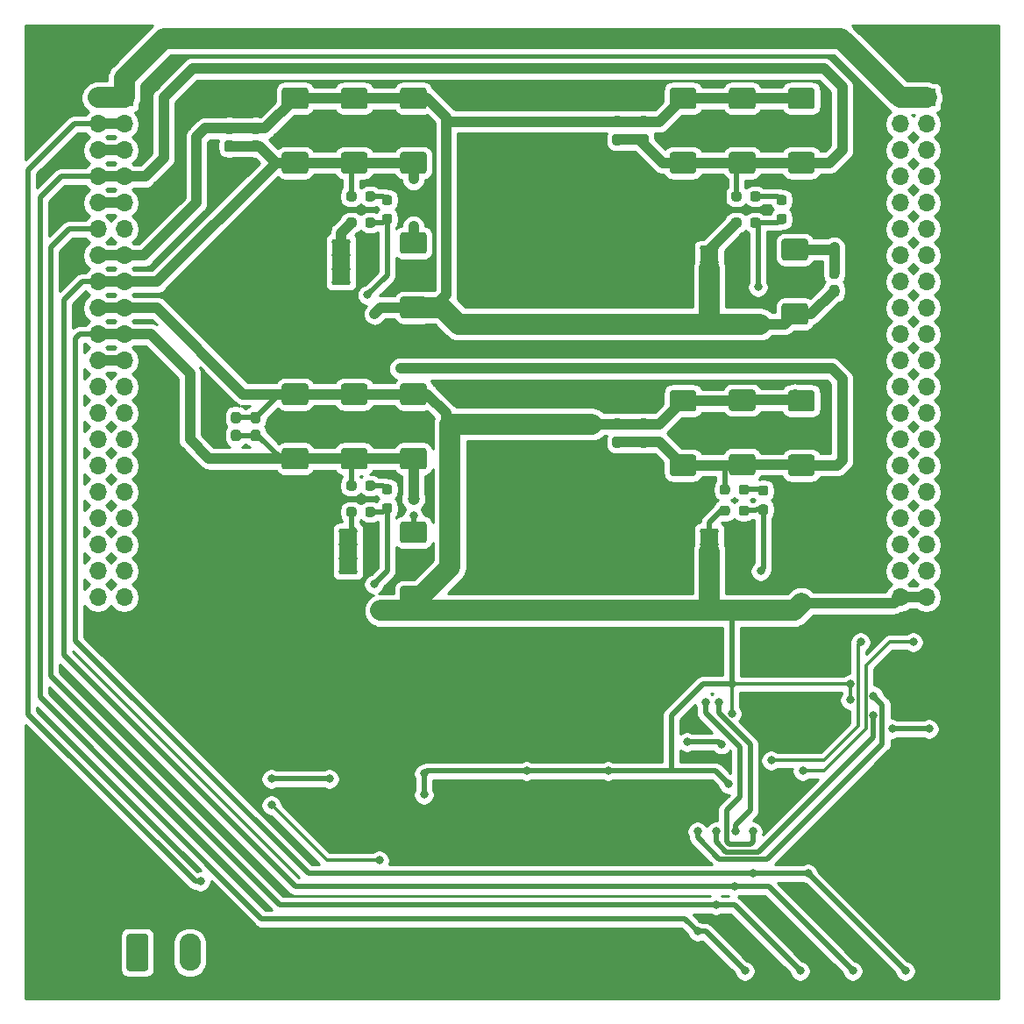
<source format=gbl>
%TF.GenerationSoftware,KiCad,Pcbnew,5.1.9+dfsg1-1*%
%TF.CreationDate,2021-04-28T20:37:39+02:00*%
%TF.ProjectId,Power_Board-2021,506f7765-725f-4426-9f61-72642d323032,rev?*%
%TF.SameCoordinates,Original*%
%TF.FileFunction,Copper,L2,Bot*%
%TF.FilePolarity,Positive*%
%FSLAX46Y46*%
G04 Gerber Fmt 4.6, Leading zero omitted, Abs format (unit mm)*
G04 Created by KiCad (PCBNEW 5.1.9+dfsg1-1) date 2021-04-28 20:37:39*
%MOMM*%
%LPD*%
G01*
G04 APERTURE LIST*
%TA.AperFunction,SMDPad,CuDef*%
%ADD10R,1.800000X4.400000*%
%TD*%
%TA.AperFunction,ComponentPad*%
%ADD11C,0.500000*%
%TD*%
%TA.AperFunction,ComponentPad*%
%ADD12O,2.080000X3.600000*%
%TD*%
%TA.AperFunction,ComponentPad*%
%ADD13R,1.700000X1.700000*%
%TD*%
%TA.AperFunction,ComponentPad*%
%ADD14O,1.700000X1.700000*%
%TD*%
%TA.AperFunction,ViaPad*%
%ADD15C,0.800000*%
%TD*%
%TA.AperFunction,ViaPad*%
%ADD16C,1.200000*%
%TD*%
%TA.AperFunction,Conductor*%
%ADD17C,1.000000*%
%TD*%
%TA.AperFunction,Conductor*%
%ADD18C,0.500000*%
%TD*%
%TA.AperFunction,Conductor*%
%ADD19C,2.000000*%
%TD*%
%TA.AperFunction,Conductor*%
%ADD20C,0.300000*%
%TD*%
%TA.AperFunction,NonConductor*%
%ADD21C,0.254000*%
%TD*%
%TA.AperFunction,NonConductor*%
%ADD22C,0.100000*%
%TD*%
G04 APERTURE END LIST*
%TO.P,C2002,2*%
%TO.N,GND*%
%TA.AperFunction,SMDPad,CuDef*%
G36*
G01*
X170425000Y-114470000D02*
X172475000Y-114470000D01*
G75*
G02*
X172725000Y-114720000I0J-250000D01*
G01*
X172725000Y-116295000D01*
G75*
G02*
X172475000Y-116545000I-250000J0D01*
G01*
X170425000Y-116545000D01*
G75*
G02*
X170175000Y-116295000I0J250000D01*
G01*
X170175000Y-114720000D01*
G75*
G02*
X170425000Y-114470000I250000J0D01*
G01*
G37*
%TD.AperFunction*%
%TO.P,C2002,1*%
%TO.N,Net-(C2002-Pad1)*%
%TA.AperFunction,SMDPad,CuDef*%
G36*
G01*
X170425000Y-108245000D02*
X172475000Y-108245000D01*
G75*
G02*
X172725000Y-108495000I0J-250000D01*
G01*
X172725000Y-110070000D01*
G75*
G02*
X172475000Y-110320000I-250000J0D01*
G01*
X170425000Y-110320000D01*
G75*
G02*
X170175000Y-110070000I0J250000D01*
G01*
X170175000Y-108495000D01*
G75*
G02*
X170425000Y-108245000I250000J0D01*
G01*
G37*
%TD.AperFunction*%
%TD*%
%TO.P,C2006,1*%
%TO.N,+3V3*%
%TA.AperFunction,SMDPad,CuDef*%
G36*
G01*
X161045000Y-103210000D02*
X158995000Y-103210000D01*
G75*
G02*
X158745000Y-102960000I0J250000D01*
G01*
X158745000Y-101385000D01*
G75*
G02*
X158995000Y-101135000I250000J0D01*
G01*
X161045000Y-101135000D01*
G75*
G02*
X161295000Y-101385000I0J-250000D01*
G01*
X161295000Y-102960000D01*
G75*
G02*
X161045000Y-103210000I-250000J0D01*
G01*
G37*
%TD.AperFunction*%
%TO.P,C2006,2*%
%TO.N,GND*%
%TA.AperFunction,SMDPad,CuDef*%
G36*
G01*
X161045000Y-96985000D02*
X158995000Y-96985000D01*
G75*
G02*
X158745000Y-96735000I0J250000D01*
G01*
X158745000Y-95160000D01*
G75*
G02*
X158995000Y-94910000I250000J0D01*
G01*
X161045000Y-94910000D01*
G75*
G02*
X161295000Y-95160000I0J-250000D01*
G01*
X161295000Y-96735000D01*
G75*
G02*
X161045000Y-96985000I-250000J0D01*
G01*
G37*
%TD.AperFunction*%
%TD*%
%TO.P,C2008,2*%
%TO.N,GND*%
%TA.AperFunction,SMDPad,CuDef*%
G36*
G01*
X166760000Y-96985000D02*
X164710000Y-96985000D01*
G75*
G02*
X164460000Y-96735000I0J250000D01*
G01*
X164460000Y-95160000D01*
G75*
G02*
X164710000Y-94910000I250000J0D01*
G01*
X166760000Y-94910000D01*
G75*
G02*
X167010000Y-95160000I0J-250000D01*
G01*
X167010000Y-96735000D01*
G75*
G02*
X166760000Y-96985000I-250000J0D01*
G01*
G37*
%TD.AperFunction*%
%TO.P,C2008,1*%
%TO.N,+3V3*%
%TA.AperFunction,SMDPad,CuDef*%
G36*
G01*
X166760000Y-103210000D02*
X164710000Y-103210000D01*
G75*
G02*
X164460000Y-102960000I0J250000D01*
G01*
X164460000Y-101385000D01*
G75*
G02*
X164710000Y-101135000I250000J0D01*
G01*
X166760000Y-101135000D01*
G75*
G02*
X167010000Y-101385000I0J-250000D01*
G01*
X167010000Y-102960000D01*
G75*
G02*
X166760000Y-103210000I-250000J0D01*
G01*
G37*
%TD.AperFunction*%
%TD*%
%TO.P,C2010,1*%
%TO.N,+3V3*%
%TA.AperFunction,SMDPad,CuDef*%
G36*
G01*
X156447500Y-100460000D02*
X155972500Y-100460000D01*
G75*
G02*
X155735000Y-100222500I0J237500D01*
G01*
X155735000Y-99622500D01*
G75*
G02*
X155972500Y-99385000I237500J0D01*
G01*
X156447500Y-99385000D01*
G75*
G02*
X156685000Y-99622500I0J-237500D01*
G01*
X156685000Y-100222500D01*
G75*
G02*
X156447500Y-100460000I-237500J0D01*
G01*
G37*
%TD.AperFunction*%
%TO.P,C2010,2*%
%TO.N,GND*%
%TA.AperFunction,SMDPad,CuDef*%
G36*
G01*
X156447500Y-98735000D02*
X155972500Y-98735000D01*
G75*
G02*
X155735000Y-98497500I0J237500D01*
G01*
X155735000Y-97897500D01*
G75*
G02*
X155972500Y-97660000I237500J0D01*
G01*
X156447500Y-97660000D01*
G75*
G02*
X156685000Y-97897500I0J-237500D01*
G01*
X156685000Y-98497500D01*
G75*
G02*
X156447500Y-98735000I-237500J0D01*
G01*
G37*
%TD.AperFunction*%
%TD*%
%TO.P,C2011,2*%
%TO.N,GND*%
%TA.AperFunction,SMDPad,CuDef*%
G36*
G01*
X154542500Y-98735000D02*
X154067500Y-98735000D01*
G75*
G02*
X153830000Y-98497500I0J237500D01*
G01*
X153830000Y-97897500D01*
G75*
G02*
X154067500Y-97660000I237500J0D01*
G01*
X154542500Y-97660000D01*
G75*
G02*
X154780000Y-97897500I0J-237500D01*
G01*
X154780000Y-98497500D01*
G75*
G02*
X154542500Y-98735000I-237500J0D01*
G01*
G37*
%TD.AperFunction*%
%TO.P,C2011,1*%
%TO.N,+3V3*%
%TA.AperFunction,SMDPad,CuDef*%
G36*
G01*
X154542500Y-100460000D02*
X154067500Y-100460000D01*
G75*
G02*
X153830000Y-100222500I0J237500D01*
G01*
X153830000Y-99622500D01*
G75*
G02*
X154067500Y-99385000I237500J0D01*
G01*
X154542500Y-99385000D01*
G75*
G02*
X154780000Y-99622500I0J-237500D01*
G01*
X154780000Y-100222500D01*
G75*
G02*
X154542500Y-100460000I-237500J0D01*
G01*
G37*
%TD.AperFunction*%
%TD*%
%TO.P,C2012,1*%
%TO.N,Net-(C2002-Pad1)*%
%TA.AperFunction,SMDPad,CuDef*%
G36*
G01*
X170425000Y-80305000D02*
X172475000Y-80305000D01*
G75*
G02*
X172725000Y-80555000I0J-250000D01*
G01*
X172725000Y-82130000D01*
G75*
G02*
X172475000Y-82380000I-250000J0D01*
G01*
X170425000Y-82380000D01*
G75*
G02*
X170175000Y-82130000I0J250000D01*
G01*
X170175000Y-80555000D01*
G75*
G02*
X170425000Y-80305000I250000J0D01*
G01*
G37*
%TD.AperFunction*%
%TO.P,C2012,2*%
%TO.N,GND*%
%TA.AperFunction,SMDPad,CuDef*%
G36*
G01*
X170425000Y-86530000D02*
X172475000Y-86530000D01*
G75*
G02*
X172725000Y-86780000I0J-250000D01*
G01*
X172725000Y-88355000D01*
G75*
G02*
X172475000Y-88605000I-250000J0D01*
G01*
X170425000Y-88605000D01*
G75*
G02*
X170175000Y-88355000I0J250000D01*
G01*
X170175000Y-86780000D01*
G75*
G02*
X170425000Y-86530000I250000J0D01*
G01*
G37*
%TD.AperFunction*%
%TD*%
%TO.P,C2016,1*%
%TO.N,+5VD*%
%TA.AperFunction,SMDPad,CuDef*%
G36*
G01*
X172475000Y-74635000D02*
X170425000Y-74635000D01*
G75*
G02*
X170175000Y-74385000I0J250000D01*
G01*
X170175000Y-72810000D01*
G75*
G02*
X170425000Y-72560000I250000J0D01*
G01*
X172475000Y-72560000D01*
G75*
G02*
X172725000Y-72810000I0J-250000D01*
G01*
X172725000Y-74385000D01*
G75*
G02*
X172475000Y-74635000I-250000J0D01*
G01*
G37*
%TD.AperFunction*%
%TO.P,C2016,2*%
%TO.N,GND*%
%TA.AperFunction,SMDPad,CuDef*%
G36*
G01*
X172475000Y-68410000D02*
X170425000Y-68410000D01*
G75*
G02*
X170175000Y-68160000I0J250000D01*
G01*
X170175000Y-66585000D01*
G75*
G02*
X170425000Y-66335000I250000J0D01*
G01*
X172475000Y-66335000D01*
G75*
G02*
X172725000Y-66585000I0J-250000D01*
G01*
X172725000Y-68160000D01*
G75*
G02*
X172475000Y-68410000I-250000J0D01*
G01*
G37*
%TD.AperFunction*%
%TD*%
%TO.P,C2017,2*%
%TO.N,GND*%
%TA.AperFunction,SMDPad,CuDef*%
G36*
G01*
X166760000Y-68410000D02*
X164710000Y-68410000D01*
G75*
G02*
X164460000Y-68160000I0J250000D01*
G01*
X164460000Y-66585000D01*
G75*
G02*
X164710000Y-66335000I250000J0D01*
G01*
X166760000Y-66335000D01*
G75*
G02*
X167010000Y-66585000I0J-250000D01*
G01*
X167010000Y-68160000D01*
G75*
G02*
X166760000Y-68410000I-250000J0D01*
G01*
G37*
%TD.AperFunction*%
%TO.P,C2017,1*%
%TO.N,+5VD*%
%TA.AperFunction,SMDPad,CuDef*%
G36*
G01*
X166760000Y-74635000D02*
X164710000Y-74635000D01*
G75*
G02*
X164460000Y-74385000I0J250000D01*
G01*
X164460000Y-72810000D01*
G75*
G02*
X164710000Y-72560000I250000J0D01*
G01*
X166760000Y-72560000D01*
G75*
G02*
X167010000Y-72810000I0J-250000D01*
G01*
X167010000Y-74385000D01*
G75*
G02*
X166760000Y-74635000I-250000J0D01*
G01*
G37*
%TD.AperFunction*%
%TD*%
%TO.P,C2018,1*%
%TO.N,+5VD*%
%TA.AperFunction,SMDPad,CuDef*%
G36*
G01*
X161045000Y-74635000D02*
X158995000Y-74635000D01*
G75*
G02*
X158745000Y-74385000I0J250000D01*
G01*
X158745000Y-72810000D01*
G75*
G02*
X158995000Y-72560000I250000J0D01*
G01*
X161045000Y-72560000D01*
G75*
G02*
X161295000Y-72810000I0J-250000D01*
G01*
X161295000Y-74385000D01*
G75*
G02*
X161045000Y-74635000I-250000J0D01*
G01*
G37*
%TD.AperFunction*%
%TO.P,C2018,2*%
%TO.N,GND*%
%TA.AperFunction,SMDPad,CuDef*%
G36*
G01*
X161045000Y-68410000D02*
X158995000Y-68410000D01*
G75*
G02*
X158745000Y-68160000I0J250000D01*
G01*
X158745000Y-66585000D01*
G75*
G02*
X158995000Y-66335000I250000J0D01*
G01*
X161045000Y-66335000D01*
G75*
G02*
X161295000Y-66585000I0J-250000D01*
G01*
X161295000Y-68160000D01*
G75*
G02*
X161045000Y-68410000I-250000J0D01*
G01*
G37*
%TD.AperFunction*%
%TD*%
%TO.P,C2020,2*%
%TO.N,GND*%
%TA.AperFunction,SMDPad,CuDef*%
G36*
G01*
X153907500Y-70795000D02*
X153432500Y-70795000D01*
G75*
G02*
X153195000Y-70557500I0J237500D01*
G01*
X153195000Y-69957500D01*
G75*
G02*
X153432500Y-69720000I237500J0D01*
G01*
X153907500Y-69720000D01*
G75*
G02*
X154145000Y-69957500I0J-237500D01*
G01*
X154145000Y-70557500D01*
G75*
G02*
X153907500Y-70795000I-237500J0D01*
G01*
G37*
%TD.AperFunction*%
%TO.P,C2020,1*%
%TO.N,+5VD*%
%TA.AperFunction,SMDPad,CuDef*%
G36*
G01*
X153907500Y-72520000D02*
X153432500Y-72520000D01*
G75*
G02*
X153195000Y-72282500I0J237500D01*
G01*
X153195000Y-71682500D01*
G75*
G02*
X153432500Y-71445000I237500J0D01*
G01*
X153907500Y-71445000D01*
G75*
G02*
X154145000Y-71682500I0J-237500D01*
G01*
X154145000Y-72282500D01*
G75*
G02*
X153907500Y-72520000I-237500J0D01*
G01*
G37*
%TD.AperFunction*%
%TD*%
%TO.P,C2021,1*%
%TO.N,+5VD*%
%TA.AperFunction,SMDPad,CuDef*%
G36*
G01*
X156447500Y-72520000D02*
X155972500Y-72520000D01*
G75*
G02*
X155735000Y-72282500I0J237500D01*
G01*
X155735000Y-71682500D01*
G75*
G02*
X155972500Y-71445000I237500J0D01*
G01*
X156447500Y-71445000D01*
G75*
G02*
X156685000Y-71682500I0J-237500D01*
G01*
X156685000Y-72282500D01*
G75*
G02*
X156447500Y-72520000I-237500J0D01*
G01*
G37*
%TD.AperFunction*%
%TO.P,C2021,2*%
%TO.N,GND*%
%TA.AperFunction,SMDPad,CuDef*%
G36*
G01*
X156447500Y-70795000D02*
X155972500Y-70795000D01*
G75*
G02*
X155735000Y-70557500I0J237500D01*
G01*
X155735000Y-69957500D01*
G75*
G02*
X155972500Y-69720000I237500J0D01*
G01*
X156447500Y-69720000D01*
G75*
G02*
X156685000Y-69957500I0J-237500D01*
G01*
X156685000Y-70557500D01*
G75*
G02*
X156447500Y-70795000I-237500J0D01*
G01*
G37*
%TD.AperFunction*%
%TD*%
%TO.P,C2027,1*%
%TO.N,+5VA*%
%TA.AperFunction,SMDPad,CuDef*%
G36*
G01*
X204225000Y-103782500D02*
X202175000Y-103782500D01*
G75*
G02*
X201925000Y-103532500I0J250000D01*
G01*
X201925000Y-101957500D01*
G75*
G02*
X202175000Y-101707500I250000J0D01*
G01*
X204225000Y-101707500D01*
G75*
G02*
X204475000Y-101957500I0J-250000D01*
G01*
X204475000Y-103532500D01*
G75*
G02*
X204225000Y-103782500I-250000J0D01*
G01*
G37*
%TD.AperFunction*%
%TO.P,C2027,2*%
%TO.N,GND*%
%TA.AperFunction,SMDPad,CuDef*%
G36*
G01*
X204225000Y-97557500D02*
X202175000Y-97557500D01*
G75*
G02*
X201925000Y-97307500I0J250000D01*
G01*
X201925000Y-95732500D01*
G75*
G02*
X202175000Y-95482500I250000J0D01*
G01*
X204225000Y-95482500D01*
G75*
G02*
X204475000Y-95732500I0J-250000D01*
G01*
X204475000Y-97307500D01*
G75*
G02*
X204225000Y-97557500I-250000J0D01*
G01*
G37*
%TD.AperFunction*%
%TD*%
%TO.P,C2028,1*%
%TO.N,+5VA*%
%TA.AperFunction,SMDPad,CuDef*%
G36*
G01*
X209940000Y-103845000D02*
X207890000Y-103845000D01*
G75*
G02*
X207640000Y-103595000I0J250000D01*
G01*
X207640000Y-102020000D01*
G75*
G02*
X207890000Y-101770000I250000J0D01*
G01*
X209940000Y-101770000D01*
G75*
G02*
X210190000Y-102020000I0J-250000D01*
G01*
X210190000Y-103595000D01*
G75*
G02*
X209940000Y-103845000I-250000J0D01*
G01*
G37*
%TD.AperFunction*%
%TO.P,C2028,2*%
%TO.N,GND*%
%TA.AperFunction,SMDPad,CuDef*%
G36*
G01*
X209940000Y-97620000D02*
X207890000Y-97620000D01*
G75*
G02*
X207640000Y-97370000I0J250000D01*
G01*
X207640000Y-95795000D01*
G75*
G02*
X207890000Y-95545000I250000J0D01*
G01*
X209940000Y-95545000D01*
G75*
G02*
X210190000Y-95795000I0J-250000D01*
G01*
X210190000Y-97370000D01*
G75*
G02*
X209940000Y-97620000I-250000J0D01*
G01*
G37*
%TD.AperFunction*%
%TD*%
%TO.P,C2029,2*%
%TO.N,GND*%
%TA.AperFunction,SMDPad,CuDef*%
G36*
G01*
X198510000Y-97620000D02*
X196460000Y-97620000D01*
G75*
G02*
X196210000Y-97370000I0J250000D01*
G01*
X196210000Y-95795000D01*
G75*
G02*
X196460000Y-95545000I250000J0D01*
G01*
X198510000Y-95545000D01*
G75*
G02*
X198760000Y-95795000I0J-250000D01*
G01*
X198760000Y-97370000D01*
G75*
G02*
X198510000Y-97620000I-250000J0D01*
G01*
G37*
%TD.AperFunction*%
%TO.P,C2029,1*%
%TO.N,+5VA*%
%TA.AperFunction,SMDPad,CuDef*%
G36*
G01*
X198510000Y-103845000D02*
X196460000Y-103845000D01*
G75*
G02*
X196210000Y-103595000I0J250000D01*
G01*
X196210000Y-102020000D01*
G75*
G02*
X196460000Y-101770000I250000J0D01*
G01*
X198510000Y-101770000D01*
G75*
G02*
X198760000Y-102020000I0J-250000D01*
G01*
X198760000Y-103595000D01*
G75*
G02*
X198510000Y-103845000I-250000J0D01*
G01*
G37*
%TD.AperFunction*%
%TD*%
%TO.P,C2031,2*%
%TO.N,GND*%
%TA.AperFunction,SMDPad,CuDef*%
G36*
G01*
X191372500Y-99370000D02*
X190897500Y-99370000D01*
G75*
G02*
X190660000Y-99132500I0J237500D01*
G01*
X190660000Y-98532500D01*
G75*
G02*
X190897500Y-98295000I237500J0D01*
G01*
X191372500Y-98295000D01*
G75*
G02*
X191610000Y-98532500I0J-237500D01*
G01*
X191610000Y-99132500D01*
G75*
G02*
X191372500Y-99370000I-237500J0D01*
G01*
G37*
%TD.AperFunction*%
%TO.P,C2031,1*%
%TO.N,+5VA*%
%TA.AperFunction,SMDPad,CuDef*%
G36*
G01*
X191372500Y-101095000D02*
X190897500Y-101095000D01*
G75*
G02*
X190660000Y-100857500I0J237500D01*
G01*
X190660000Y-100257500D01*
G75*
G02*
X190897500Y-100020000I237500J0D01*
G01*
X191372500Y-100020000D01*
G75*
G02*
X191610000Y-100257500I0J-237500D01*
G01*
X191610000Y-100857500D01*
G75*
G02*
X191372500Y-101095000I-237500J0D01*
G01*
G37*
%TD.AperFunction*%
%TD*%
%TO.P,C2032,1*%
%TO.N,+5VA*%
%TA.AperFunction,SMDPad,CuDef*%
G36*
G01*
X193912500Y-101095000D02*
X193437500Y-101095000D01*
G75*
G02*
X193200000Y-100857500I0J237500D01*
G01*
X193200000Y-100257500D01*
G75*
G02*
X193437500Y-100020000I237500J0D01*
G01*
X193912500Y-100020000D01*
G75*
G02*
X194150000Y-100257500I0J-237500D01*
G01*
X194150000Y-100857500D01*
G75*
G02*
X193912500Y-101095000I-237500J0D01*
G01*
G37*
%TD.AperFunction*%
%TO.P,C2032,2*%
%TO.N,GND*%
%TA.AperFunction,SMDPad,CuDef*%
G36*
G01*
X193912500Y-99370000D02*
X193437500Y-99370000D01*
G75*
G02*
X193200000Y-99132500I0J237500D01*
G01*
X193200000Y-98532500D01*
G75*
G02*
X193437500Y-98295000I237500J0D01*
G01*
X193912500Y-98295000D01*
G75*
G02*
X194150000Y-98532500I0J-237500D01*
G01*
X194150000Y-99132500D01*
G75*
G02*
X193912500Y-99370000I-237500J0D01*
G01*
G37*
%TD.AperFunction*%
%TD*%
%TO.P,C2033,2*%
%TO.N,GND*%
%TA.AperFunction,SMDPad,CuDef*%
G36*
G01*
X207255000Y-87165000D02*
X209305000Y-87165000D01*
G75*
G02*
X209555000Y-87415000I0J-250000D01*
G01*
X209555000Y-88990000D01*
G75*
G02*
X209305000Y-89240000I-250000J0D01*
G01*
X207255000Y-89240000D01*
G75*
G02*
X207005000Y-88990000I0J250000D01*
G01*
X207005000Y-87415000D01*
G75*
G02*
X207255000Y-87165000I250000J0D01*
G01*
G37*
%TD.AperFunction*%
%TO.P,C2033,1*%
%TO.N,Net-(C2023-Pad1)*%
%TA.AperFunction,SMDPad,CuDef*%
G36*
G01*
X207255000Y-80940000D02*
X209305000Y-80940000D01*
G75*
G02*
X209555000Y-81190000I0J-250000D01*
G01*
X209555000Y-82765000D01*
G75*
G02*
X209305000Y-83015000I-250000J0D01*
G01*
X207255000Y-83015000D01*
G75*
G02*
X207005000Y-82765000I0J250000D01*
G01*
X207005000Y-81190000D01*
G75*
G02*
X207255000Y-80940000I250000J0D01*
G01*
G37*
%TD.AperFunction*%
%TD*%
%TO.P,C2037,2*%
%TO.N,GND*%
%TA.AperFunction,SMDPad,CuDef*%
G36*
G01*
X198510000Y-68410000D02*
X196460000Y-68410000D01*
G75*
G02*
X196210000Y-68160000I0J250000D01*
G01*
X196210000Y-66585000D01*
G75*
G02*
X196460000Y-66335000I250000J0D01*
G01*
X198510000Y-66335000D01*
G75*
G02*
X198760000Y-66585000I0J-250000D01*
G01*
X198760000Y-68160000D01*
G75*
G02*
X198510000Y-68410000I-250000J0D01*
G01*
G37*
%TD.AperFunction*%
%TO.P,C2037,1*%
%TO.N,+12V*%
%TA.AperFunction,SMDPad,CuDef*%
G36*
G01*
X198510000Y-74635000D02*
X196460000Y-74635000D01*
G75*
G02*
X196210000Y-74385000I0J250000D01*
G01*
X196210000Y-72810000D01*
G75*
G02*
X196460000Y-72560000I250000J0D01*
G01*
X198510000Y-72560000D01*
G75*
G02*
X198760000Y-72810000I0J-250000D01*
G01*
X198760000Y-74385000D01*
G75*
G02*
X198510000Y-74635000I-250000J0D01*
G01*
G37*
%TD.AperFunction*%
%TD*%
%TO.P,C2038,1*%
%TO.N,+12V*%
%TA.AperFunction,SMDPad,CuDef*%
G36*
G01*
X204225000Y-74635000D02*
X202175000Y-74635000D01*
G75*
G02*
X201925000Y-74385000I0J250000D01*
G01*
X201925000Y-72810000D01*
G75*
G02*
X202175000Y-72560000I250000J0D01*
G01*
X204225000Y-72560000D01*
G75*
G02*
X204475000Y-72810000I0J-250000D01*
G01*
X204475000Y-74385000D01*
G75*
G02*
X204225000Y-74635000I-250000J0D01*
G01*
G37*
%TD.AperFunction*%
%TO.P,C2038,2*%
%TO.N,GND*%
%TA.AperFunction,SMDPad,CuDef*%
G36*
G01*
X204225000Y-68410000D02*
X202175000Y-68410000D01*
G75*
G02*
X201925000Y-68160000I0J250000D01*
G01*
X201925000Y-66585000D01*
G75*
G02*
X202175000Y-66335000I250000J0D01*
G01*
X204225000Y-66335000D01*
G75*
G02*
X204475000Y-66585000I0J-250000D01*
G01*
X204475000Y-68160000D01*
G75*
G02*
X204225000Y-68410000I-250000J0D01*
G01*
G37*
%TD.AperFunction*%
%TD*%
%TO.P,C2039,2*%
%TO.N,GND*%
%TA.AperFunction,SMDPad,CuDef*%
G36*
G01*
X209940000Y-68410000D02*
X207890000Y-68410000D01*
G75*
G02*
X207640000Y-68160000I0J250000D01*
G01*
X207640000Y-66585000D01*
G75*
G02*
X207890000Y-66335000I250000J0D01*
G01*
X209940000Y-66335000D01*
G75*
G02*
X210190000Y-66585000I0J-250000D01*
G01*
X210190000Y-68160000D01*
G75*
G02*
X209940000Y-68410000I-250000J0D01*
G01*
G37*
%TD.AperFunction*%
%TO.P,C2039,1*%
%TO.N,+12V*%
%TA.AperFunction,SMDPad,CuDef*%
G36*
G01*
X209940000Y-74635000D02*
X207890000Y-74635000D01*
G75*
G02*
X207640000Y-74385000I0J250000D01*
G01*
X207640000Y-72810000D01*
G75*
G02*
X207890000Y-72560000I250000J0D01*
G01*
X209940000Y-72560000D01*
G75*
G02*
X210190000Y-72810000I0J-250000D01*
G01*
X210190000Y-74385000D01*
G75*
G02*
X209940000Y-74635000I-250000J0D01*
G01*
G37*
%TD.AperFunction*%
%TD*%
%TO.P,C2041,1*%
%TO.N,+12V*%
%TA.AperFunction,SMDPad,CuDef*%
G36*
G01*
X191372500Y-71885000D02*
X190897500Y-71885000D01*
G75*
G02*
X190660000Y-71647500I0J237500D01*
G01*
X190660000Y-71047500D01*
G75*
G02*
X190897500Y-70810000I237500J0D01*
G01*
X191372500Y-70810000D01*
G75*
G02*
X191610000Y-71047500I0J-237500D01*
G01*
X191610000Y-71647500D01*
G75*
G02*
X191372500Y-71885000I-237500J0D01*
G01*
G37*
%TD.AperFunction*%
%TO.P,C2041,2*%
%TO.N,GND*%
%TA.AperFunction,SMDPad,CuDef*%
G36*
G01*
X191372500Y-70160000D02*
X190897500Y-70160000D01*
G75*
G02*
X190660000Y-69922500I0J237500D01*
G01*
X190660000Y-69322500D01*
G75*
G02*
X190897500Y-69085000I237500J0D01*
G01*
X191372500Y-69085000D01*
G75*
G02*
X191610000Y-69322500I0J-237500D01*
G01*
X191610000Y-69922500D01*
G75*
G02*
X191372500Y-70160000I-237500J0D01*
G01*
G37*
%TD.AperFunction*%
%TD*%
%TO.P,C2042,2*%
%TO.N,GND*%
%TA.AperFunction,SMDPad,CuDef*%
G36*
G01*
X193912500Y-70160000D02*
X193437500Y-70160000D01*
G75*
G02*
X193200000Y-69922500I0J237500D01*
G01*
X193200000Y-69322500D01*
G75*
G02*
X193437500Y-69085000I237500J0D01*
G01*
X193912500Y-69085000D01*
G75*
G02*
X194150000Y-69322500I0J-237500D01*
G01*
X194150000Y-69922500D01*
G75*
G02*
X193912500Y-70160000I-237500J0D01*
G01*
G37*
%TD.AperFunction*%
%TO.P,C2042,1*%
%TO.N,+12V*%
%TA.AperFunction,SMDPad,CuDef*%
G36*
G01*
X193912500Y-71885000D02*
X193437500Y-71885000D01*
G75*
G02*
X193200000Y-71647500I0J237500D01*
G01*
X193200000Y-71047500D01*
G75*
G02*
X193437500Y-70810000I237500J0D01*
G01*
X193912500Y-70810000D01*
G75*
G02*
X194150000Y-71047500I0J-237500D01*
G01*
X194150000Y-71647500D01*
G75*
G02*
X193912500Y-71885000I-237500J0D01*
G01*
G37*
%TD.AperFunction*%
%TD*%
%TO.P,R2001,2*%
%TO.N,Net-(R2001-Pad2)*%
%TA.AperFunction,SMDPad,CuDef*%
G36*
G01*
X168672500Y-106470000D02*
X169147500Y-106470000D01*
G75*
G02*
X169385000Y-106707500I0J-237500D01*
G01*
X169385000Y-107207500D01*
G75*
G02*
X169147500Y-107445000I-237500J0D01*
G01*
X168672500Y-107445000D01*
G75*
G02*
X168435000Y-107207500I0J237500D01*
G01*
X168435000Y-106707500D01*
G75*
G02*
X168672500Y-106470000I237500J0D01*
G01*
G37*
%TD.AperFunction*%
%TO.P,R2001,1*%
%TO.N,Net-(R2001-Pad1)*%
%TA.AperFunction,SMDPad,CuDef*%
G36*
G01*
X168672500Y-104645000D02*
X169147500Y-104645000D01*
G75*
G02*
X169385000Y-104882500I0J-237500D01*
G01*
X169385000Y-105382500D01*
G75*
G02*
X169147500Y-105620000I-237500J0D01*
G01*
X168672500Y-105620000D01*
G75*
G02*
X168435000Y-105382500I0J237500D01*
G01*
X168435000Y-104882500D01*
G75*
G02*
X168672500Y-104645000I237500J0D01*
G01*
G37*
%TD.AperFunction*%
%TD*%
%TO.P,R2002,1*%
%TO.N,+3V3*%
%TA.AperFunction,SMDPad,CuDef*%
G36*
G01*
X164970000Y-105012500D02*
X164970000Y-104537500D01*
G75*
G02*
X165207500Y-104300000I237500J0D01*
G01*
X165707500Y-104300000D01*
G75*
G02*
X165945000Y-104537500I0J-237500D01*
G01*
X165945000Y-105012500D01*
G75*
G02*
X165707500Y-105250000I-237500J0D01*
G01*
X165207500Y-105250000D01*
G75*
G02*
X164970000Y-105012500I0J237500D01*
G01*
G37*
%TD.AperFunction*%
%TO.P,R2002,2*%
%TO.N,Net-(R2001-Pad1)*%
%TA.AperFunction,SMDPad,CuDef*%
G36*
G01*
X166795000Y-105012500D02*
X166795000Y-104537500D01*
G75*
G02*
X167032500Y-104300000I237500J0D01*
G01*
X167532500Y-104300000D01*
G75*
G02*
X167770000Y-104537500I0J-237500D01*
G01*
X167770000Y-105012500D01*
G75*
G02*
X167532500Y-105250000I-237500J0D01*
G01*
X167032500Y-105250000D01*
G75*
G02*
X166795000Y-105012500I0J237500D01*
G01*
G37*
%TD.AperFunction*%
%TD*%
%TO.P,R2003,2*%
%TO.N,GND*%
%TA.AperFunction,SMDPad,CuDef*%
G36*
G01*
X165945000Y-107077500D02*
X165945000Y-107552500D01*
G75*
G02*
X165707500Y-107790000I-237500J0D01*
G01*
X165207500Y-107790000D01*
G75*
G02*
X164970000Y-107552500I0J237500D01*
G01*
X164970000Y-107077500D01*
G75*
G02*
X165207500Y-106840000I237500J0D01*
G01*
X165707500Y-106840000D01*
G75*
G02*
X165945000Y-107077500I0J-237500D01*
G01*
G37*
%TD.AperFunction*%
%TO.P,R2003,1*%
%TO.N,Net-(R2001-Pad2)*%
%TA.AperFunction,SMDPad,CuDef*%
G36*
G01*
X167770000Y-107077500D02*
X167770000Y-107552500D01*
G75*
G02*
X167532500Y-107790000I-237500J0D01*
G01*
X167032500Y-107790000D01*
G75*
G02*
X166795000Y-107552500I0J237500D01*
G01*
X166795000Y-107077500D01*
G75*
G02*
X167032500Y-106840000I237500J0D01*
G01*
X167532500Y-106840000D01*
G75*
G02*
X167770000Y-107077500I0J-237500D01*
G01*
G37*
%TD.AperFunction*%
%TD*%
%TO.P,R2005,1*%
%TO.N,Net-(R2005-Pad1)*%
%TA.AperFunction,SMDPad,CuDef*%
G36*
G01*
X168672500Y-76705000D02*
X169147500Y-76705000D01*
G75*
G02*
X169385000Y-76942500I0J-237500D01*
G01*
X169385000Y-77442500D01*
G75*
G02*
X169147500Y-77680000I-237500J0D01*
G01*
X168672500Y-77680000D01*
G75*
G02*
X168435000Y-77442500I0J237500D01*
G01*
X168435000Y-76942500D01*
G75*
G02*
X168672500Y-76705000I237500J0D01*
G01*
G37*
%TD.AperFunction*%
%TO.P,R2005,2*%
%TO.N,Net-(R2005-Pad2)*%
%TA.AperFunction,SMDPad,CuDef*%
G36*
G01*
X168672500Y-78530000D02*
X169147500Y-78530000D01*
G75*
G02*
X169385000Y-78767500I0J-237500D01*
G01*
X169385000Y-79267500D01*
G75*
G02*
X169147500Y-79505000I-237500J0D01*
G01*
X168672500Y-79505000D01*
G75*
G02*
X168435000Y-79267500I0J237500D01*
G01*
X168435000Y-78767500D01*
G75*
G02*
X168672500Y-78530000I237500J0D01*
G01*
G37*
%TD.AperFunction*%
%TD*%
%TO.P,R2006,1*%
%TO.N,+5VD*%
%TA.AperFunction,SMDPad,CuDef*%
G36*
G01*
X164970000Y-77072500D02*
X164970000Y-76597500D01*
G75*
G02*
X165207500Y-76360000I237500J0D01*
G01*
X165707500Y-76360000D01*
G75*
G02*
X165945000Y-76597500I0J-237500D01*
G01*
X165945000Y-77072500D01*
G75*
G02*
X165707500Y-77310000I-237500J0D01*
G01*
X165207500Y-77310000D01*
G75*
G02*
X164970000Y-77072500I0J237500D01*
G01*
G37*
%TD.AperFunction*%
%TO.P,R2006,2*%
%TO.N,Net-(R2005-Pad1)*%
%TA.AperFunction,SMDPad,CuDef*%
G36*
G01*
X166795000Y-77072500D02*
X166795000Y-76597500D01*
G75*
G02*
X167032500Y-76360000I237500J0D01*
G01*
X167532500Y-76360000D01*
G75*
G02*
X167770000Y-76597500I0J-237500D01*
G01*
X167770000Y-77072500D01*
G75*
G02*
X167532500Y-77310000I-237500J0D01*
G01*
X167032500Y-77310000D01*
G75*
G02*
X166795000Y-77072500I0J237500D01*
G01*
G37*
%TD.AperFunction*%
%TD*%
%TO.P,R2007,2*%
%TO.N,GND*%
%TA.AperFunction,SMDPad,CuDef*%
G36*
G01*
X165945000Y-79137500D02*
X165945000Y-79612500D01*
G75*
G02*
X165707500Y-79850000I-237500J0D01*
G01*
X165207500Y-79850000D01*
G75*
G02*
X164970000Y-79612500I0J237500D01*
G01*
X164970000Y-79137500D01*
G75*
G02*
X165207500Y-78900000I237500J0D01*
G01*
X165707500Y-78900000D01*
G75*
G02*
X165945000Y-79137500I0J-237500D01*
G01*
G37*
%TD.AperFunction*%
%TO.P,R2007,1*%
%TO.N,Net-(R2005-Pad2)*%
%TA.AperFunction,SMDPad,CuDef*%
G36*
G01*
X167770000Y-79137500D02*
X167770000Y-79612500D01*
G75*
G02*
X167532500Y-79850000I-237500J0D01*
G01*
X167032500Y-79850000D01*
G75*
G02*
X166795000Y-79612500I0J237500D01*
G01*
X166795000Y-79137500D01*
G75*
G02*
X167032500Y-78900000I237500J0D01*
G01*
X167532500Y-78900000D01*
G75*
G02*
X167770000Y-79137500I0J-237500D01*
G01*
G37*
%TD.AperFunction*%
%TD*%
%TO.P,R2009,2*%
%TO.N,Net-(R2009-Pad2)*%
%TA.AperFunction,SMDPad,CuDef*%
G36*
G01*
X204994500Y-106597000D02*
X205469500Y-106597000D01*
G75*
G02*
X205707000Y-106834500I0J-237500D01*
G01*
X205707000Y-107334500D01*
G75*
G02*
X205469500Y-107572000I-237500J0D01*
G01*
X204994500Y-107572000D01*
G75*
G02*
X204757000Y-107334500I0J237500D01*
G01*
X204757000Y-106834500D01*
G75*
G02*
X204994500Y-106597000I237500J0D01*
G01*
G37*
%TD.AperFunction*%
%TO.P,R2009,1*%
%TO.N,Net-(R2009-Pad1)*%
%TA.AperFunction,SMDPad,CuDef*%
G36*
G01*
X204994500Y-104772000D02*
X205469500Y-104772000D01*
G75*
G02*
X205707000Y-105009500I0J-237500D01*
G01*
X205707000Y-105509500D01*
G75*
G02*
X205469500Y-105747000I-237500J0D01*
G01*
X204994500Y-105747000D01*
G75*
G02*
X204757000Y-105509500I0J237500D01*
G01*
X204757000Y-105009500D01*
G75*
G02*
X204994500Y-104772000I237500J0D01*
G01*
G37*
%TD.AperFunction*%
%TD*%
%TO.P,R2010,2*%
%TO.N,Net-(R2009-Pad1)*%
%TA.AperFunction,SMDPad,CuDef*%
G36*
G01*
X202863000Y-105393500D02*
X202863000Y-104918500D01*
G75*
G02*
X203100500Y-104681000I237500J0D01*
G01*
X203600500Y-104681000D01*
G75*
G02*
X203838000Y-104918500I0J-237500D01*
G01*
X203838000Y-105393500D01*
G75*
G02*
X203600500Y-105631000I-237500J0D01*
G01*
X203100500Y-105631000D01*
G75*
G02*
X202863000Y-105393500I0J237500D01*
G01*
G37*
%TD.AperFunction*%
%TO.P,R2010,1*%
%TO.N,+5VA*%
%TA.AperFunction,SMDPad,CuDef*%
G36*
G01*
X201038000Y-105393500D02*
X201038000Y-104918500D01*
G75*
G02*
X201275500Y-104681000I237500J0D01*
G01*
X201775500Y-104681000D01*
G75*
G02*
X202013000Y-104918500I0J-237500D01*
G01*
X202013000Y-105393500D01*
G75*
G02*
X201775500Y-105631000I-237500J0D01*
G01*
X201275500Y-105631000D01*
G75*
G02*
X201038000Y-105393500I0J237500D01*
G01*
G37*
%TD.AperFunction*%
%TD*%
%TO.P,R2011,2*%
%TO.N,GND*%
%TA.AperFunction,SMDPad,CuDef*%
G36*
G01*
X202013000Y-106950500D02*
X202013000Y-107425500D01*
G75*
G02*
X201775500Y-107663000I-237500J0D01*
G01*
X201275500Y-107663000D01*
G75*
G02*
X201038000Y-107425500I0J237500D01*
G01*
X201038000Y-106950500D01*
G75*
G02*
X201275500Y-106713000I237500J0D01*
G01*
X201775500Y-106713000D01*
G75*
G02*
X202013000Y-106950500I0J-237500D01*
G01*
G37*
%TD.AperFunction*%
%TO.P,R2011,1*%
%TO.N,Net-(R2009-Pad2)*%
%TA.AperFunction,SMDPad,CuDef*%
G36*
G01*
X203838000Y-106950500D02*
X203838000Y-107425500D01*
G75*
G02*
X203600500Y-107663000I-237500J0D01*
G01*
X203100500Y-107663000D01*
G75*
G02*
X202863000Y-107425500I0J237500D01*
G01*
X202863000Y-106950500D01*
G75*
G02*
X203100500Y-106713000I237500J0D01*
G01*
X203600500Y-106713000D01*
G75*
G02*
X203838000Y-106950500I0J-237500D01*
G01*
G37*
%TD.AperFunction*%
%TD*%
%TO.P,R2013,1*%
%TO.N,Net-(R2013-Pad1)*%
%TA.AperFunction,SMDPad,CuDef*%
G36*
G01*
X206772500Y-76705000D02*
X207247500Y-76705000D01*
G75*
G02*
X207485000Y-76942500I0J-237500D01*
G01*
X207485000Y-77442500D01*
G75*
G02*
X207247500Y-77680000I-237500J0D01*
G01*
X206772500Y-77680000D01*
G75*
G02*
X206535000Y-77442500I0J237500D01*
G01*
X206535000Y-76942500D01*
G75*
G02*
X206772500Y-76705000I237500J0D01*
G01*
G37*
%TD.AperFunction*%
%TO.P,R2013,2*%
%TO.N,Net-(R2013-Pad2)*%
%TA.AperFunction,SMDPad,CuDef*%
G36*
G01*
X206772500Y-78530000D02*
X207247500Y-78530000D01*
G75*
G02*
X207485000Y-78767500I0J-237500D01*
G01*
X207485000Y-79267500D01*
G75*
G02*
X207247500Y-79505000I-237500J0D01*
G01*
X206772500Y-79505000D01*
G75*
G02*
X206535000Y-79267500I0J237500D01*
G01*
X206535000Y-78767500D01*
G75*
G02*
X206772500Y-78530000I237500J0D01*
G01*
G37*
%TD.AperFunction*%
%TD*%
%TO.P,R2014,1*%
%TO.N,+12V*%
%TA.AperFunction,SMDPad,CuDef*%
G36*
G01*
X202157500Y-77072500D02*
X202157500Y-76597500D01*
G75*
G02*
X202395000Y-76360000I237500J0D01*
G01*
X202895000Y-76360000D01*
G75*
G02*
X203132500Y-76597500I0J-237500D01*
G01*
X203132500Y-77072500D01*
G75*
G02*
X202895000Y-77310000I-237500J0D01*
G01*
X202395000Y-77310000D01*
G75*
G02*
X202157500Y-77072500I0J237500D01*
G01*
G37*
%TD.AperFunction*%
%TO.P,R2014,2*%
%TO.N,Net-(R2013-Pad1)*%
%TA.AperFunction,SMDPad,CuDef*%
G36*
G01*
X203982500Y-77072500D02*
X203982500Y-76597500D01*
G75*
G02*
X204220000Y-76360000I237500J0D01*
G01*
X204720000Y-76360000D01*
G75*
G02*
X204957500Y-76597500I0J-237500D01*
G01*
X204957500Y-77072500D01*
G75*
G02*
X204720000Y-77310000I-237500J0D01*
G01*
X204220000Y-77310000D01*
G75*
G02*
X203982500Y-77072500I0J237500D01*
G01*
G37*
%TD.AperFunction*%
%TD*%
%TO.P,R2015,2*%
%TO.N,GND*%
%TA.AperFunction,SMDPad,CuDef*%
G36*
G01*
X203132500Y-79137500D02*
X203132500Y-79612500D01*
G75*
G02*
X202895000Y-79850000I-237500J0D01*
G01*
X202395000Y-79850000D01*
G75*
G02*
X202157500Y-79612500I0J237500D01*
G01*
X202157500Y-79137500D01*
G75*
G02*
X202395000Y-78900000I237500J0D01*
G01*
X202895000Y-78900000D01*
G75*
G02*
X203132500Y-79137500I0J-237500D01*
G01*
G37*
%TD.AperFunction*%
%TO.P,R2015,1*%
%TO.N,Net-(R2013-Pad2)*%
%TA.AperFunction,SMDPad,CuDef*%
G36*
G01*
X204957500Y-79137500D02*
X204957500Y-79612500D01*
G75*
G02*
X204720000Y-79850000I-237500J0D01*
G01*
X204220000Y-79850000D01*
G75*
G02*
X203982500Y-79612500I0J237500D01*
G01*
X203982500Y-79137500D01*
G75*
G02*
X204220000Y-78900000I237500J0D01*
G01*
X204720000Y-78900000D01*
G75*
G02*
X204957500Y-79137500I0J-237500D01*
G01*
G37*
%TD.AperFunction*%
%TD*%
D10*
%TO.P,U2001,9*%
%TO.N,GND*%
X165145000Y-111125000D03*
D11*
X165795000Y-113075000D03*
X164495000Y-113075000D03*
X165795000Y-111775000D03*
X164495000Y-111775000D03*
X165795000Y-110475000D03*
X164495000Y-110475000D03*
X165795000Y-109175000D03*
X164495000Y-109175000D03*
%TD*%
%TO.P,U2002,9*%
%TO.N,GND*%
X163815000Y-81235000D03*
X165115000Y-81235000D03*
X163815000Y-82535000D03*
X165115000Y-82535000D03*
X163815000Y-83835000D03*
X165115000Y-83835000D03*
X163815000Y-85135000D03*
X165115000Y-85135000D03*
D10*
X164465000Y-83185000D03*
%TD*%
%TO.P,U2003,9*%
%TO.N,GND*%
X200025000Y-111125000D03*
D11*
X200675000Y-113075000D03*
X199375000Y-113075000D03*
X200675000Y-111775000D03*
X199375000Y-111775000D03*
X200675000Y-110475000D03*
X199375000Y-110475000D03*
X200675000Y-109175000D03*
X199375000Y-109175000D03*
%TD*%
%TO.P,U2004,9*%
%TO.N,GND*%
X199375000Y-81870000D03*
X200675000Y-81870000D03*
X199375000Y-83170000D03*
X200675000Y-83170000D03*
X199375000Y-84470000D03*
X200675000Y-84470000D03*
X199375000Y-85770000D03*
X200675000Y-85770000D03*
D10*
X200025000Y-83820000D03*
%TD*%
%TO.P,J1,1*%
%TO.N,GND*%
%TA.AperFunction,ComponentPad*%
G36*
G01*
X143740000Y-151410001D02*
X143740000Y-148309999D01*
G75*
G02*
X143989999Y-148060000I249999J0D01*
G01*
X145570001Y-148060000D01*
G75*
G02*
X145820000Y-148309999I0J-249999D01*
G01*
X145820000Y-151410001D01*
G75*
G02*
X145570001Y-151660000I-249999J0D01*
G01*
X143989999Y-151660000D01*
G75*
G02*
X143740000Y-151410001I0J249999D01*
G01*
G37*
%TD.AperFunction*%
D12*
%TO.P,J1,2*%
%TO.N,+VSW*%
X149860000Y-149860000D03*
%TD*%
%TO.P,C2007,1*%
%TO.N,+3V3*%
%TA.AperFunction,SMDPad,CuDef*%
G36*
G01*
X172475000Y-103210000D02*
X170425000Y-103210000D01*
G75*
G02*
X170175000Y-102960000I0J250000D01*
G01*
X170175000Y-101385000D01*
G75*
G02*
X170425000Y-101135000I250000J0D01*
G01*
X172475000Y-101135000D01*
G75*
G02*
X172725000Y-101385000I0J-250000D01*
G01*
X172725000Y-102960000D01*
G75*
G02*
X172475000Y-103210000I-250000J0D01*
G01*
G37*
%TD.AperFunction*%
%TO.P,C2007,2*%
%TO.N,GND*%
%TA.AperFunction,SMDPad,CuDef*%
G36*
G01*
X172475000Y-96985000D02*
X170425000Y-96985000D01*
G75*
G02*
X170175000Y-96735000I0J250000D01*
G01*
X170175000Y-95160000D01*
G75*
G02*
X170425000Y-94910000I250000J0D01*
G01*
X172475000Y-94910000D01*
G75*
G02*
X172725000Y-95160000I0J-250000D01*
G01*
X172725000Y-96735000D01*
G75*
G02*
X172475000Y-96985000I-250000J0D01*
G01*
G37*
%TD.AperFunction*%
%TD*%
%TO.P,C2034,1*%
%TO.N,Net-(C2023-Pad1)*%
%TA.AperFunction,SMDPad,CuDef*%
G36*
G01*
X211852500Y-83690000D02*
X212327500Y-83690000D01*
G75*
G02*
X212565000Y-83927500I0J-237500D01*
G01*
X212565000Y-84527500D01*
G75*
G02*
X212327500Y-84765000I-237500J0D01*
G01*
X211852500Y-84765000D01*
G75*
G02*
X211615000Y-84527500I0J237500D01*
G01*
X211615000Y-83927500D01*
G75*
G02*
X211852500Y-83690000I237500J0D01*
G01*
G37*
%TD.AperFunction*%
%TO.P,C2034,2*%
%TO.N,GND*%
%TA.AperFunction,SMDPad,CuDef*%
G36*
G01*
X211852500Y-85415000D02*
X212327500Y-85415000D01*
G75*
G02*
X212565000Y-85652500I0J-237500D01*
G01*
X212565000Y-86252500D01*
G75*
G02*
X212327500Y-86490000I-237500J0D01*
G01*
X211852500Y-86490000D01*
G75*
G02*
X211615000Y-86252500I0J237500D01*
G01*
X211615000Y-85652500D01*
G75*
G02*
X211852500Y-85415000I237500J0D01*
G01*
G37*
%TD.AperFunction*%
%TD*%
D13*
%TO.P,J1001,1*%
%TO.N,GND*%
X220980000Y-67310000D03*
D14*
%TO.P,J1001,2*%
X218440000Y-67310000D03*
%TO.P,J1001,3*%
%TO.N,N/C*%
X220980000Y-69850000D03*
%TO.P,J1001,4*%
X218440000Y-69850000D03*
%TO.P,J1001,5*%
X220980000Y-72390000D03*
%TO.P,J1001,6*%
X218440000Y-72390000D03*
%TO.P,J1001,7*%
X220980000Y-74930000D03*
%TO.P,J1001,8*%
X218440000Y-74930000D03*
%TO.P,J1001,9*%
X220980000Y-77470000D03*
%TO.P,J1001,10*%
X218440000Y-77470000D03*
%TO.P,J1001,11*%
X220980000Y-80010000D03*
%TO.P,J1001,12*%
X218440000Y-80010000D03*
%TO.P,J1001,13*%
X220980000Y-82550000D03*
%TO.P,J1001,14*%
X218440000Y-82550000D03*
%TO.P,J1001,15*%
X220980000Y-85090000D03*
%TO.P,J1001,16*%
X218440000Y-85090000D03*
%TO.P,J1001,17*%
X220980000Y-87630000D03*
%TO.P,J1001,18*%
X218440000Y-87630000D03*
%TO.P,J1001,19*%
X220980000Y-90170000D03*
%TO.P,J1001,20*%
X218440000Y-90170000D03*
%TO.P,J1001,21*%
X220980000Y-92710000D03*
%TO.P,J1001,22*%
X218440000Y-92710000D03*
%TO.P,J1001,23*%
X220980000Y-95250000D03*
%TO.P,J1001,24*%
X218440000Y-95250000D03*
%TO.P,J1001,25*%
X220980000Y-97790000D03*
%TO.P,J1001,26*%
X218440000Y-97790000D03*
%TO.P,J1001,27*%
X220980000Y-100330000D03*
%TO.P,J1001,28*%
X218440000Y-100330000D03*
%TO.P,J1001,29*%
X220980000Y-102870000D03*
%TO.P,J1001,30*%
X218440000Y-102870000D03*
%TO.P,J1001,31*%
%TO.N,/SDA0*%
X220980000Y-105410000D03*
%TO.P,J1001,32*%
%TO.N,/SCL0*%
X218440000Y-105410000D03*
%TO.P,J1001,33*%
%TO.N,N/C*%
X220980000Y-107950000D03*
%TO.P,J1001,34*%
X218440000Y-107950000D03*
%TO.P,J1001,35*%
X220980000Y-110490000D03*
%TO.P,J1001,36*%
X218440000Y-110490000D03*
%TO.P,J1001,37*%
X220980000Y-113030000D03*
%TO.P,J1001,38*%
X218440000Y-113030000D03*
%TO.P,J1001,39*%
%TO.N,GND*%
X220980000Y-115570000D03*
%TO.P,J1001,40*%
X218440000Y-115570000D03*
%TD*%
%TO.P,J1002,40*%
%TO.N,GND*%
X140970000Y-115570000D03*
%TO.P,J1002,39*%
X143510000Y-115570000D03*
%TO.P,J1002,38*%
%TO.N,N/C*%
X140970000Y-113030000D03*
%TO.P,J1002,37*%
X143510000Y-113030000D03*
%TO.P,J1002,36*%
X140970000Y-110490000D03*
%TO.P,J1002,35*%
X143510000Y-110490000D03*
%TO.P,J1002,34*%
X140970000Y-107950000D03*
%TO.P,J1002,33*%
X143510000Y-107950000D03*
%TO.P,J1002,32*%
X140970000Y-105410000D03*
%TO.P,J1002,31*%
X143510000Y-105410000D03*
%TO.P,J1002,30*%
X140970000Y-102870000D03*
%TO.P,J1002,29*%
X143510000Y-102870000D03*
%TO.P,J1002,28*%
X140970000Y-100330000D03*
%TO.P,J1002,27*%
X143510000Y-100330000D03*
%TO.P,J1002,26*%
X140970000Y-97790000D03*
%TO.P,J1002,25*%
X143510000Y-97790000D03*
%TO.P,J1002,24*%
X140970000Y-95250000D03*
%TO.P,J1002,23*%
X143510000Y-95250000D03*
%TO.P,J1002,22*%
%TO.N,GND*%
X140970000Y-92710000D03*
%TO.P,J1002,21*%
X143510000Y-92710000D03*
%TO.P,J1002,20*%
%TO.N,+3V3*%
X140970000Y-90170000D03*
%TO.P,J1002,19*%
X143510000Y-90170000D03*
%TO.P,J1002,18*%
%TO.N,GND*%
X140970000Y-87630000D03*
%TO.P,J1002,17*%
X143510000Y-87630000D03*
%TO.P,J1002,16*%
%TO.N,+5VD*%
X140970000Y-85090000D03*
%TO.P,J1002,15*%
X143510000Y-85090000D03*
%TO.P,J1002,14*%
%TO.N,GND*%
X140970000Y-82550000D03*
%TO.P,J1002,13*%
X143510000Y-82550000D03*
%TO.P,J1002,12*%
%TO.N,+5VA*%
X140970000Y-80010000D03*
%TO.P,J1002,11*%
X143510000Y-80010000D03*
%TO.P,J1002,10*%
%TO.N,GND*%
X140970000Y-77470000D03*
%TO.P,J1002,9*%
X143510000Y-77470000D03*
%TO.P,J1002,8*%
%TO.N,+12V*%
X140970000Y-74930000D03*
%TO.P,J1002,7*%
X143510000Y-74930000D03*
%TO.P,J1002,6*%
%TO.N,GND*%
X140970000Y-72390000D03*
%TO.P,J1002,5*%
X143510000Y-72390000D03*
%TO.P,J1002,4*%
%TO.N,+BATT*%
X140970000Y-69850000D03*
%TO.P,J1002,3*%
X143510000Y-69850000D03*
%TO.P,J1002,2*%
%TO.N,GND*%
X140970000Y-67310000D03*
D13*
%TO.P,J1002,1*%
X143510000Y-67310000D03*
%TD*%
D15*
%TO.N,+BATT*%
X150876000Y-143002000D03*
%TO.N,GND*%
X168275000Y-87630000D03*
X170815000Y-116840000D03*
X169545000Y-116840000D03*
X168275000Y-116840000D03*
X204954500Y-89177500D03*
X202922500Y-89177500D03*
X203938500Y-89177500D03*
X188722000Y-116840000D03*
X190246000Y-116840000D03*
X167720000Y-88185000D03*
X176302500Y-98832500D03*
X172466000Y-132588000D03*
X172466000Y-134620000D03*
X182372000Y-132334000D03*
X190246000Y-132334000D03*
X213614000Y-123952000D03*
X213614000Y-125476000D03*
X202184000Y-123952000D03*
X202184000Y-126787990D03*
X201903980Y-133604000D03*
%TO.N,Net-(C2002-Pad1)*%
X171450000Y-79756000D03*
X171450000Y-107696000D03*
D16*
%TO.N,+3V3*%
X171450000Y-106045000D03*
D15*
X218948000Y-151638000D03*
X204216000Y-142240000D03*
X209550000Y-142240000D03*
%TO.N,+5VD*%
X171450000Y-75175000D03*
X213868000Y-151638000D03*
X202438000Y-143510000D03*
%TO.N,Net-(C2023-Pad1)*%
X212090000Y-81788000D03*
%TO.N,+5VA*%
X171196000Y-93472000D03*
X170180000Y-93472000D03*
X208788000Y-151638000D03*
X200660000Y-145288000D03*
X208915000Y-102807500D03*
%TO.N,+12V*%
X203454000Y-151638000D03*
X198882000Y-147828000D03*
X208915000Y-73597500D03*
%TO.N,Net-(R2001-Pad2)*%
X167640000Y-114300000D03*
%TO.N,Net-(R2005-Pad2)*%
X167005000Y-86360000D03*
%TO.N,Net-(R2009-Pad2)*%
X204978000Y-113030000D03*
%TO.N,Net-(R2013-Pad2)*%
X204724000Y-85598000D03*
%TO.N,Net-(R16-Pad2)*%
X217678000Y-128270000D03*
X221234000Y-128270000D03*
%TO.N,Net-(R1-Pad1)*%
X157734000Y-133096000D03*
X163322000Y-133096000D03*
%TO.N,Net-(R3-Pad2)*%
X204216000Y-138176000D03*
X199644000Y-125730000D03*
%TO.N,Net-(R5-Pad2)*%
X200914000Y-125730000D03*
X202526010Y-138160406D03*
%TO.N,Net-(R7-Pad2)*%
X200660000Y-138176000D03*
X215888010Y-126946880D03*
%TO.N,Net-(R10-Pad1)*%
X198882000Y-138176000D03*
X215888010Y-125071390D03*
%TO.N,Net-(SW1-Pad2)*%
X157734000Y-135636000D03*
X168148000Y-140970000D03*
%TO.N,/SDA0*%
X214630000Y-119888000D03*
X205994000Y-131318000D03*
%TO.N,/SCL0*%
X197866000Y-129540000D03*
X201201952Y-129760048D03*
X219710000Y-119888000D03*
X209042000Y-132334000D03*
%TD*%
D17*
%TO.N,+BATT*%
X143510000Y-69850000D02*
X140970000Y-69850000D01*
D18*
X140970000Y-69850000D02*
X138684000Y-69850000D01*
X134235979Y-74298021D02*
X134235979Y-126869979D01*
X138684000Y-69850000D02*
X134235979Y-74298021D01*
X150368000Y-143002000D02*
X150876000Y-143002000D01*
X134235979Y-126869979D02*
X150368000Y-143002000D01*
D17*
%TO.N,GND*%
X160020000Y-95947500D02*
X165735000Y-95947500D01*
X165735000Y-95947500D02*
X171450000Y-95947500D01*
X171450000Y-95947500D02*
X172782500Y-95947500D01*
X172782500Y-95947500D02*
X174625000Y-97790000D01*
X172782500Y-115507500D02*
X171450000Y-115507500D01*
X174625000Y-113665000D02*
X172782500Y-115507500D01*
D18*
X158460000Y-95947500D02*
X156210000Y-98197500D01*
X160020000Y-95947500D02*
X158460000Y-95947500D01*
X156210000Y-98197500D02*
X154305000Y-98197500D01*
X165457500Y-108837500D02*
X165795000Y-109175000D01*
X165457500Y-107315000D02*
X165457500Y-108837500D01*
D17*
X140970000Y-92710000D02*
X143510000Y-92710000D01*
X143510000Y-87630000D02*
X140970000Y-87630000D01*
X143510000Y-87630000D02*
X146685000Y-87630000D01*
X155002500Y-95947500D02*
X160020000Y-95947500D01*
X146685000Y-87630000D02*
X155002500Y-95947500D01*
X143510000Y-72390000D02*
X140970000Y-72390000D01*
X143510000Y-77470000D02*
X140970000Y-77470000D01*
X143510000Y-82550000D02*
X140970000Y-82550000D01*
X160020000Y-67372500D02*
X165735000Y-67372500D01*
X165735000Y-67372500D02*
X171450000Y-67372500D01*
X171450000Y-67372500D02*
X172782500Y-67372500D01*
X172782500Y-67372500D02*
X174625000Y-69215000D01*
X173417500Y-87567500D02*
X171450000Y-87567500D01*
X174625000Y-86360000D02*
X173417500Y-87567500D01*
X168337500Y-87567500D02*
X168275000Y-87630000D01*
X171450000Y-87567500D02*
X168337500Y-87567500D01*
D19*
X171450000Y-116205000D02*
X170815000Y-116840000D01*
X171450000Y-115507500D02*
X171450000Y-116205000D01*
X170815000Y-116840000D02*
X168275000Y-116840000D01*
D17*
X153670000Y-70257500D02*
X156210000Y-70257500D01*
X157135000Y-70257500D02*
X160020000Y-67372500D01*
X156210000Y-70257500D02*
X157135000Y-70257500D01*
X145415000Y-82550000D02*
X143510000Y-82550000D01*
X150495000Y-77470000D02*
X145415000Y-82550000D01*
X150495000Y-71120000D02*
X150495000Y-77470000D01*
X151357500Y-70257500D02*
X150495000Y-71120000D01*
X153670000Y-70257500D02*
X151357500Y-70257500D01*
X197485000Y-67372500D02*
X203200000Y-67372500D01*
X208915000Y-67372500D02*
X203200000Y-67372500D01*
X200025000Y-81995000D02*
X202645000Y-79375000D01*
X200025000Y-83820000D02*
X200025000Y-81995000D01*
X164465000Y-80367500D02*
X165457500Y-79375000D01*
X164465000Y-83185000D02*
X164465000Y-80367500D01*
X193675000Y-69622500D02*
X191135000Y-69622500D01*
X195235000Y-69622500D02*
X197485000Y-67372500D01*
X193675000Y-69622500D02*
X195235000Y-69622500D01*
X174852500Y-69622500D02*
X174625000Y-69850000D01*
X191135000Y-69622500D02*
X174852500Y-69622500D01*
X174625000Y-69850000D02*
X174625000Y-86360000D01*
X174625000Y-69215000D02*
X174625000Y-69850000D01*
D19*
X143510000Y-67310000D02*
X143510000Y-65405000D01*
X143510000Y-65405000D02*
X147320000Y-61595000D01*
X212725000Y-61595000D02*
X218440000Y-67310000D01*
X147320000Y-61595000D02*
X212725000Y-61595000D01*
X218440000Y-67310000D02*
X220980000Y-67310000D01*
X143510000Y-67310000D02*
X140970000Y-67310000D01*
D17*
X207305000Y-89177500D02*
X208280000Y-88202500D01*
X204954500Y-89177500D02*
X207305000Y-89177500D01*
X203938500Y-89177500D02*
X202969500Y-89177500D01*
X203137500Y-96582500D02*
X203200000Y-96520000D01*
X197485000Y-96582500D02*
X203137500Y-96582500D01*
X208852500Y-96520000D02*
X208915000Y-96582500D01*
X203200000Y-96520000D02*
X208852500Y-96520000D01*
X195235000Y-98832500D02*
X197485000Y-96582500D01*
X193675000Y-98832500D02*
X195235000Y-98832500D01*
X191135000Y-98832500D02*
X193675000Y-98832500D01*
X174625000Y-99187000D02*
X174625000Y-113665000D01*
X174979500Y-98832500D02*
X174625000Y-99187000D01*
X174625000Y-97790000D02*
X174625000Y-99187000D01*
X208280000Y-95947500D02*
X208915000Y-96582500D01*
X209840000Y-88202500D02*
X212090000Y-85952500D01*
X208280000Y-88202500D02*
X209840000Y-88202500D01*
D19*
X174979500Y-112675500D02*
X174979500Y-98832500D01*
X170815000Y-116840000D02*
X174979500Y-112675500D01*
X174979500Y-98832500D02*
X188695500Y-98832500D01*
X208217500Y-116840000D02*
X208915000Y-116142500D01*
X200025000Y-116713000D02*
X200152000Y-116840000D01*
X200025000Y-111125000D02*
X200025000Y-116713000D01*
X188722000Y-116840000D02*
X200152000Y-116840000D01*
X170815000Y-116840000D02*
X188722000Y-116840000D01*
X171450000Y-87567500D02*
X174181500Y-87567500D01*
X174181500Y-87567500D02*
X175791500Y-89177500D01*
X203938500Y-89177500D02*
X204954500Y-89177500D01*
X200025000Y-89027000D02*
X199874500Y-89177500D01*
X200025000Y-83820000D02*
X200025000Y-89027000D01*
X199874500Y-89177500D02*
X203938500Y-89177500D01*
X175791500Y-89177500D02*
X199874500Y-89177500D01*
D17*
X168275000Y-87630000D02*
X167720000Y-88185000D01*
X217867500Y-116142500D02*
X218440000Y-115570000D01*
X218440000Y-115570000D02*
X220980000Y-115570000D01*
X213295500Y-116142500D02*
X217867500Y-116142500D01*
X208915000Y-116142500D02*
X213295500Y-116142500D01*
D18*
X201525500Y-107188000D02*
X201168000Y-107188000D01*
X200025000Y-108331000D02*
X200025000Y-111125000D01*
X201168000Y-107188000D02*
X200025000Y-108331000D01*
D17*
X176302500Y-98832500D02*
X174979500Y-98832500D01*
X191135000Y-98832500D02*
X176302500Y-98832500D01*
D18*
X172466000Y-132588000D02*
X172466000Y-134620000D01*
X182372000Y-132334000D02*
X190246000Y-132334000D01*
D20*
X213614000Y-123952000D02*
X213614000Y-125476000D01*
X202184000Y-123952000D02*
X213614000Y-123952000D01*
X202184000Y-123952000D02*
X202184000Y-126787990D01*
D18*
X172720000Y-132334000D02*
X172466000Y-132588000D01*
X182372000Y-132334000D02*
X172720000Y-132334000D01*
X202184000Y-117602000D02*
X202946000Y-116840000D01*
X202184000Y-123952000D02*
X202184000Y-117602000D01*
D19*
X202946000Y-116840000D02*
X208217500Y-116840000D01*
X200152000Y-116840000D02*
X202946000Y-116840000D01*
D18*
X200633980Y-132334000D02*
X201903980Y-133604000D01*
X202184000Y-123952000D02*
X199390000Y-123952000D01*
X196342000Y-127000000D02*
X196342000Y-132334000D01*
X199390000Y-123952000D02*
X196342000Y-127000000D01*
X196342000Y-132334000D02*
X200633980Y-132334000D01*
X190246000Y-132334000D02*
X196342000Y-132334000D01*
%TO.N,Net-(C2002-Pad1)*%
X171450000Y-81342500D02*
X171450000Y-81280000D01*
D17*
X171450000Y-79756000D02*
X171450000Y-81342500D01*
D18*
X171450000Y-107696000D02*
X171450000Y-109282500D01*
D17*
%TO.N,+3V3*%
X160020000Y-102172500D02*
X165735000Y-102172500D01*
X165735000Y-102172500D02*
X171450000Y-102172500D01*
X171450000Y-102172500D02*
X171450000Y-106045000D01*
D18*
X154305000Y-99922500D02*
X156210000Y-99922500D01*
X156210000Y-99922500D02*
X156437500Y-99922500D01*
X158687500Y-102172500D02*
X160020000Y-102172500D01*
X156437500Y-99922500D02*
X158687500Y-102172500D01*
X165457500Y-102450000D02*
X165735000Y-102172500D01*
X165457500Y-104775000D02*
X165457500Y-102450000D01*
D17*
X143510000Y-90170000D02*
X140970000Y-90170000D01*
X151702500Y-102172500D02*
X160020000Y-102172500D01*
X149860000Y-100330000D02*
X151702500Y-102172500D01*
X146050000Y-90170000D02*
X149860000Y-93980000D01*
X149860000Y-93980000D02*
X149860000Y-100330000D01*
X143510000Y-90170000D02*
X146050000Y-90170000D01*
D18*
X209550000Y-142240000D02*
X218948000Y-151638000D01*
X204216000Y-142240000D02*
X209550000Y-142240000D01*
X161290000Y-142240000D02*
X204216000Y-142240000D01*
X138811000Y-119761000D02*
X161290000Y-142240000D01*
X138811000Y-90551000D02*
X138811000Y-119761000D01*
X139192000Y-90170000D02*
X138811000Y-90551000D01*
X140970000Y-90170000D02*
X139192000Y-90170000D01*
D17*
%TO.N,+5VD*%
X165735000Y-73597500D02*
X160020000Y-73597500D01*
X165735000Y-73597500D02*
X171450000Y-73597500D01*
D18*
X165457500Y-73875000D02*
X165735000Y-73597500D01*
X165457500Y-76835000D02*
X165457500Y-73875000D01*
D17*
X140970000Y-85090000D02*
X143510000Y-85090000D01*
X143510000Y-85090000D02*
X146685000Y-85090000D01*
X158177500Y-73597500D02*
X160020000Y-73597500D01*
X146685000Y-85090000D02*
X158177500Y-73597500D01*
X156562500Y-71982500D02*
X158177500Y-73597500D01*
X155347500Y-71982500D02*
X156562500Y-71982500D01*
X153670000Y-71982500D02*
X155347500Y-71982500D01*
X155347500Y-71982500D02*
X156210000Y-71982500D01*
X171450000Y-73597500D02*
X171450000Y-75175000D01*
D18*
X205740000Y-143510000D02*
X213868000Y-151638000D01*
X202438000Y-143510000D02*
X205740000Y-143510000D01*
X137668000Y-121158000D02*
X160020000Y-143510000D01*
X137668000Y-86868000D02*
X137668000Y-121158000D01*
X160020000Y-143510000D02*
X202438000Y-143510000D01*
X139446000Y-85090000D02*
X137668000Y-86868000D01*
X140970000Y-85090000D02*
X139446000Y-85090000D01*
D17*
%TO.N,Net-(C2023-Pad1)*%
X211900500Y-81977500D02*
X212090000Y-81788000D01*
X208280000Y-81977500D02*
X211900500Y-81977500D01*
X212090000Y-81788000D02*
X212090000Y-84227500D01*
%TO.N,+5VA*%
X191135000Y-100557500D02*
X193675000Y-100557500D01*
X195235000Y-100557500D02*
X197485000Y-102807500D01*
X193675000Y-100557500D02*
X195235000Y-100557500D01*
X203137500Y-102807500D02*
X203200000Y-102745000D01*
X203200000Y-102745000D02*
X208409000Y-102745000D01*
X208471500Y-102807500D02*
X208915000Y-102807500D01*
X208409000Y-102745000D02*
X208471500Y-102807500D01*
X170180000Y-93472000D02*
X211836000Y-93472000D01*
X211836000Y-93472000D02*
X212852000Y-94488000D01*
X212852000Y-94488000D02*
X212852000Y-102362000D01*
X212406500Y-102807500D02*
X208915000Y-102807500D01*
X212852000Y-102362000D02*
X212406500Y-102807500D01*
D18*
X202438000Y-145288000D02*
X208788000Y-151638000D01*
X201525500Y-103020500D02*
X201738500Y-102807500D01*
D17*
X201738500Y-102807500D02*
X203137500Y-102807500D01*
D18*
X201525500Y-105156000D02*
X201525500Y-103020500D01*
D17*
X197485000Y-102807500D02*
X201738500Y-102807500D01*
D18*
X200660000Y-145288000D02*
X202438000Y-145288000D01*
X136398000Y-123137930D02*
X158548070Y-145288000D01*
X158548070Y-145288000D02*
X200660000Y-145288000D01*
X136398000Y-81788000D02*
X136398000Y-123137930D01*
X138176000Y-80010000D02*
X136398000Y-81788000D01*
X140970000Y-80010000D02*
X138176000Y-80010000D01*
D17*
%TO.N,+12V*%
X197485000Y-73597500D02*
X203200000Y-73597500D01*
X203200000Y-73597500D02*
X208915000Y-73597500D01*
D18*
X202645000Y-74152500D02*
X203200000Y-73597500D01*
X202645000Y-76835000D02*
X202645000Y-74152500D01*
D17*
X195517500Y-73597500D02*
X197485000Y-73597500D01*
X193267500Y-71347500D02*
X195517500Y-73597500D01*
X191135000Y-71347500D02*
X193267500Y-71347500D01*
X140970000Y-74930000D02*
X143510000Y-74930000D01*
X211644500Y-73597500D02*
X208915000Y-73597500D01*
X150114000Y-64516000D02*
X211074000Y-64516000D01*
X211074000Y-64516000D02*
X212852000Y-66294000D01*
X147320000Y-67310000D02*
X150114000Y-64516000D01*
X212852000Y-72390000D02*
X211644500Y-73597500D01*
X147320000Y-73152000D02*
X147320000Y-67310000D01*
X145542000Y-74930000D02*
X147320000Y-73152000D01*
X143510000Y-74930000D02*
X145542000Y-74930000D01*
X212852000Y-71374000D02*
X212852000Y-72390000D01*
X212852000Y-66294000D02*
X212852000Y-71374000D01*
D18*
X203454000Y-151638000D02*
X199644000Y-147828000D01*
X199644000Y-147828000D02*
X198882000Y-147828000D01*
X208915000Y-73597500D02*
X209612500Y-73597500D01*
X156787999Y-146627999D02*
X197681999Y-146627999D01*
X197681999Y-146627999D02*
X198882000Y-147828000D01*
X135382000Y-125222000D02*
X156787999Y-146627999D01*
X135382000Y-76962000D02*
X135382000Y-125222000D01*
X137414000Y-74930000D02*
X135382000Y-76962000D01*
X140970000Y-74930000D02*
X137414000Y-74930000D01*
%TO.N,Net-(R2001-Pad2)*%
X168552500Y-107315000D02*
X168910000Y-106957500D01*
X167282500Y-107315000D02*
X168552500Y-107315000D01*
X168910000Y-113030000D02*
X167640000Y-114300000D01*
X168910000Y-106957500D02*
X168910000Y-113030000D01*
%TO.N,Net-(R2001-Pad1)*%
X168552500Y-104775000D02*
X168910000Y-105132500D01*
X167282500Y-104775000D02*
X168552500Y-104775000D01*
%TO.N,Net-(R2005-Pad1)*%
X168552500Y-76835000D02*
X168910000Y-77192500D01*
X167282500Y-76835000D02*
X168552500Y-76835000D01*
%TO.N,Net-(R2005-Pad2)*%
X168552500Y-79375000D02*
X168910000Y-79017500D01*
X167282500Y-79375000D02*
X168552500Y-79375000D01*
X168910000Y-84455000D02*
X167005000Y-86360000D01*
X168910000Y-79017500D02*
X168910000Y-84455000D01*
%TO.N,Net-(R2009-Pad2)*%
X203350500Y-107188000D02*
X204470000Y-107188000D01*
X204573500Y-107084500D02*
X205232000Y-107084500D01*
X204470000Y-107188000D02*
X204573500Y-107084500D01*
X205232000Y-112776000D02*
X204978000Y-113030000D01*
X205232000Y-107084500D02*
X205232000Y-112776000D01*
%TO.N,Net-(R2009-Pad1)*%
X205128500Y-105156000D02*
X205232000Y-105259500D01*
X203350500Y-105156000D02*
X205128500Y-105156000D01*
%TO.N,Net-(R2013-Pad1)*%
X206652500Y-76835000D02*
X207010000Y-77192500D01*
X204470000Y-76835000D02*
X206652500Y-76835000D01*
%TO.N,Net-(R2013-Pad2)*%
X206652500Y-79375000D02*
X207010000Y-79017500D01*
X204470000Y-79375000D02*
X206652500Y-79375000D01*
X204724000Y-79629000D02*
X204470000Y-79375000D01*
X204724000Y-85598000D02*
X204724000Y-79629000D01*
%TO.N,Net-(R16-Pad2)*%
X217678000Y-128270000D02*
X221234000Y-128270000D01*
%TO.N,Net-(R1-Pad1)*%
X157734000Y-133096000D02*
X163322000Y-133096000D01*
%TO.N,Net-(R3-Pad2)*%
X204216000Y-138176000D02*
X204216000Y-139192000D01*
X204216000Y-139192000D02*
X203962000Y-139446000D01*
X203962000Y-139446000D02*
X201930000Y-139446000D01*
X201930000Y-139446000D02*
X201676000Y-139192000D01*
X201676000Y-139192000D02*
X201676000Y-136144000D01*
X201676000Y-136144000D02*
X202946000Y-134874000D01*
X202946000Y-134874000D02*
X202946000Y-130048000D01*
X202946000Y-130048000D02*
X199644000Y-126746000D01*
X199644000Y-126746000D02*
X199644000Y-125730000D01*
%TO.N,Net-(R5-Pad2)*%
X200914000Y-126746000D02*
X200914000Y-125730000D01*
X203962000Y-129794000D02*
X200914000Y-126746000D01*
X202526010Y-137579990D02*
X203962000Y-136144000D01*
X203962000Y-136144000D02*
X203962000Y-129794000D01*
X202526010Y-138160406D02*
X202526010Y-137579990D01*
%TO.N,Net-(R7-Pad2)*%
X200660000Y-139165965D02*
X201640046Y-140146011D01*
X201640046Y-140146011D02*
X204785989Y-140146011D01*
X215888010Y-129043990D02*
X215888010Y-126946880D01*
X200660000Y-138176000D02*
X200660000Y-139165965D01*
X204785989Y-140146011D02*
X215888010Y-129043990D01*
%TO.N,Net-(R10-Pad1)*%
X198882000Y-138176000D02*
X198882000Y-138741685D01*
X216738012Y-129717988D02*
X216738012Y-125921392D01*
X198882000Y-138741685D02*
X200986337Y-140846022D01*
X205609978Y-140846022D02*
X216738012Y-129717988D01*
X216738012Y-125921392D02*
X215888010Y-125071390D01*
X200986337Y-140846022D02*
X205609978Y-140846022D01*
D20*
%TO.N,Net-(SW1-Pad2)*%
X157734000Y-135636000D02*
X162306000Y-140208000D01*
X162306000Y-140208000D02*
X163068000Y-140970000D01*
X163068000Y-140970000D02*
X168148000Y-140970000D01*
%TO.N,/SDA0*%
X211074000Y-131318000D02*
X205994000Y-131318000D01*
X214630000Y-119888000D02*
X214383989Y-120134011D01*
X214383989Y-128008011D02*
X211074000Y-131318000D01*
X214383989Y-120134011D02*
X214383989Y-128008011D01*
D18*
%TO.N,/SCL0*%
X200981904Y-129540000D02*
X201201952Y-129760048D01*
X197866000Y-129540000D02*
X200981904Y-129540000D01*
D20*
X219710000Y-119888000D02*
X217424000Y-119888000D01*
X217424000Y-119888000D02*
X215138000Y-122174000D01*
X215138000Y-122174000D02*
X215138000Y-128270000D01*
X215138000Y-128270000D02*
X211074000Y-132334000D01*
X211074000Y-132334000D02*
X209042000Y-132334000D01*
%TD*%
D21*
X227940001Y-154280000D02*
X134010000Y-154280000D01*
X134010000Y-148309999D01*
X143101928Y-148309999D01*
X143101928Y-151410001D01*
X143118992Y-151583255D01*
X143169528Y-151749851D01*
X143251595Y-151903387D01*
X143362038Y-152037962D01*
X143496613Y-152148405D01*
X143650149Y-152230472D01*
X143816745Y-152281008D01*
X143989999Y-152298072D01*
X145570001Y-152298072D01*
X145743255Y-152281008D01*
X145909851Y-152230472D01*
X146063387Y-152148405D01*
X146197962Y-152037962D01*
X146308405Y-151903387D01*
X146390472Y-151749851D01*
X146441008Y-151583255D01*
X146458072Y-151410001D01*
X146458072Y-149017719D01*
X148185000Y-149017719D01*
X148185000Y-150702282D01*
X148209236Y-150948357D01*
X148305016Y-151264096D01*
X148460551Y-151555082D01*
X148669867Y-151810134D01*
X148924919Y-152019450D01*
X149215905Y-152174985D01*
X149531644Y-152270764D01*
X149860000Y-152303104D01*
X150188357Y-152270764D01*
X150504096Y-152174985D01*
X150795082Y-152019450D01*
X151050134Y-151810134D01*
X151259450Y-151555082D01*
X151414985Y-151264096D01*
X151510764Y-150948357D01*
X151535000Y-150702282D01*
X151535000Y-149017718D01*
X151510764Y-148771643D01*
X151414985Y-148455904D01*
X151259450Y-148164918D01*
X151050134Y-147909866D01*
X150795081Y-147700550D01*
X150504095Y-147545015D01*
X150188356Y-147449236D01*
X149860000Y-147416896D01*
X149531643Y-147449236D01*
X149215904Y-147545015D01*
X148924918Y-147700550D01*
X148669866Y-147909866D01*
X148460550Y-148164919D01*
X148305015Y-148455905D01*
X148209236Y-148771644D01*
X148185000Y-149017719D01*
X146458072Y-149017719D01*
X146458072Y-148309999D01*
X146441008Y-148136745D01*
X146390472Y-147970149D01*
X146308405Y-147816613D01*
X146197962Y-147682038D01*
X146063387Y-147571595D01*
X145909851Y-147489528D01*
X145743255Y-147438992D01*
X145570001Y-147421928D01*
X143989999Y-147421928D01*
X143816745Y-147438992D01*
X143650149Y-147489528D01*
X143496613Y-147571595D01*
X143362038Y-147682038D01*
X143251595Y-147816613D01*
X143169528Y-147970149D01*
X143118992Y-148136745D01*
X143101928Y-148309999D01*
X134010000Y-148309999D01*
X134010000Y-127895578D01*
X149711470Y-143597049D01*
X149739183Y-143630817D01*
X149772951Y-143658530D01*
X149772953Y-143658532D01*
X149873941Y-143741411D01*
X150027687Y-143823589D01*
X150194510Y-143874195D01*
X150324523Y-143887000D01*
X150324531Y-143887000D01*
X150339796Y-143888503D01*
X150385744Y-143919205D01*
X150574102Y-143997226D01*
X150774061Y-144037000D01*
X150977939Y-144037000D01*
X151177898Y-143997226D01*
X151366256Y-143919205D01*
X151535774Y-143805937D01*
X151679937Y-143661774D01*
X151793205Y-143492256D01*
X151871226Y-143303898D01*
X151911000Y-143103939D01*
X151911000Y-143002579D01*
X156131469Y-147223048D01*
X156159182Y-147256816D01*
X156192950Y-147284529D01*
X156192952Y-147284531D01*
X156253158Y-147333941D01*
X156293940Y-147367410D01*
X156447686Y-147449588D01*
X156614509Y-147500194D01*
X156744522Y-147512999D01*
X156744532Y-147512999D01*
X156787998Y-147517280D01*
X156831464Y-147512999D01*
X197315421Y-147512999D01*
X197875465Y-148073044D01*
X197886774Y-148129898D01*
X197964795Y-148318256D01*
X198078063Y-148487774D01*
X198222226Y-148631937D01*
X198391744Y-148745205D01*
X198580102Y-148823226D01*
X198780061Y-148863000D01*
X198983939Y-148863000D01*
X199183898Y-148823226D01*
X199327971Y-148763549D01*
X202447465Y-151883044D01*
X202458774Y-151939898D01*
X202536795Y-152128256D01*
X202650063Y-152297774D01*
X202794226Y-152441937D01*
X202963744Y-152555205D01*
X203152102Y-152633226D01*
X203352061Y-152673000D01*
X203555939Y-152673000D01*
X203755898Y-152633226D01*
X203944256Y-152555205D01*
X204113774Y-152441937D01*
X204257937Y-152297774D01*
X204371205Y-152128256D01*
X204449226Y-151939898D01*
X204489000Y-151739939D01*
X204489000Y-151536061D01*
X204449226Y-151336102D01*
X204371205Y-151147744D01*
X204257937Y-150978226D01*
X204113774Y-150834063D01*
X203944256Y-150720795D01*
X203755898Y-150642774D01*
X203699044Y-150631465D01*
X200300534Y-147232956D01*
X200272817Y-147199183D01*
X200138059Y-147088589D01*
X199984313Y-147006411D01*
X199817490Y-146955805D01*
X199687477Y-146943000D01*
X199687469Y-146943000D01*
X199644000Y-146938719D01*
X199600531Y-146943000D01*
X199420454Y-146943000D01*
X199372256Y-146910795D01*
X199183898Y-146832774D01*
X199127044Y-146821465D01*
X198478578Y-146173000D01*
X200121546Y-146173000D01*
X200169744Y-146205205D01*
X200358102Y-146283226D01*
X200558061Y-146323000D01*
X200761939Y-146323000D01*
X200961898Y-146283226D01*
X201150256Y-146205205D01*
X201198454Y-146173000D01*
X202071422Y-146173000D01*
X207781465Y-151883044D01*
X207792774Y-151939898D01*
X207870795Y-152128256D01*
X207984063Y-152297774D01*
X208128226Y-152441937D01*
X208297744Y-152555205D01*
X208486102Y-152633226D01*
X208686061Y-152673000D01*
X208889939Y-152673000D01*
X209089898Y-152633226D01*
X209278256Y-152555205D01*
X209447774Y-152441937D01*
X209591937Y-152297774D01*
X209705205Y-152128256D01*
X209783226Y-151939898D01*
X209823000Y-151739939D01*
X209823000Y-151536061D01*
X209783226Y-151336102D01*
X209705205Y-151147744D01*
X209591937Y-150978226D01*
X209447774Y-150834063D01*
X209278256Y-150720795D01*
X209089898Y-150642774D01*
X209033044Y-150631465D01*
X203094534Y-144692956D01*
X203066817Y-144659183D01*
X202932059Y-144548589D01*
X202802454Y-144479314D01*
X202928256Y-144427205D01*
X202976454Y-144395000D01*
X205373422Y-144395000D01*
X212861465Y-151883044D01*
X212872774Y-151939898D01*
X212950795Y-152128256D01*
X213064063Y-152297774D01*
X213208226Y-152441937D01*
X213377744Y-152555205D01*
X213566102Y-152633226D01*
X213766061Y-152673000D01*
X213969939Y-152673000D01*
X214169898Y-152633226D01*
X214358256Y-152555205D01*
X214527774Y-152441937D01*
X214671937Y-152297774D01*
X214785205Y-152128256D01*
X214863226Y-151939898D01*
X214903000Y-151739939D01*
X214903000Y-151536061D01*
X214863226Y-151336102D01*
X214785205Y-151147744D01*
X214671937Y-150978226D01*
X214527774Y-150834063D01*
X214358256Y-150720795D01*
X214169898Y-150642774D01*
X214113044Y-150631465D01*
X206606578Y-143125000D01*
X209011546Y-143125000D01*
X209059744Y-143157205D01*
X209248102Y-143235226D01*
X209304957Y-143246535D01*
X217941465Y-151883044D01*
X217952774Y-151939898D01*
X218030795Y-152128256D01*
X218144063Y-152297774D01*
X218288226Y-152441937D01*
X218457744Y-152555205D01*
X218646102Y-152633226D01*
X218846061Y-152673000D01*
X219049939Y-152673000D01*
X219249898Y-152633226D01*
X219438256Y-152555205D01*
X219607774Y-152441937D01*
X219751937Y-152297774D01*
X219865205Y-152128256D01*
X219943226Y-151939898D01*
X219983000Y-151739939D01*
X219983000Y-151536061D01*
X219943226Y-151336102D01*
X219865205Y-151147744D01*
X219751937Y-150978226D01*
X219607774Y-150834063D01*
X219438256Y-150720795D01*
X219249898Y-150642774D01*
X219193044Y-150631465D01*
X210556535Y-141994957D01*
X210545226Y-141938102D01*
X210467205Y-141749744D01*
X210353937Y-141580226D01*
X210209774Y-141436063D01*
X210040256Y-141322795D01*
X209851898Y-141244774D01*
X209651939Y-141205000D01*
X209448061Y-141205000D01*
X209248102Y-141244774D01*
X209059744Y-141322795D01*
X209011546Y-141355000D01*
X206352578Y-141355000D01*
X217333063Y-130374516D01*
X217366829Y-130346805D01*
X217422139Y-130279411D01*
X217477423Y-130212047D01*
X217559601Y-130058302D01*
X217610207Y-129891478D01*
X217612758Y-129865579D01*
X217623012Y-129761465D01*
X217623012Y-129761457D01*
X217627293Y-129717988D01*
X217623012Y-129674519D01*
X217623012Y-129305000D01*
X217779939Y-129305000D01*
X217979898Y-129265226D01*
X218168256Y-129187205D01*
X218216454Y-129155000D01*
X220695546Y-129155000D01*
X220743744Y-129187205D01*
X220932102Y-129265226D01*
X221132061Y-129305000D01*
X221335939Y-129305000D01*
X221535898Y-129265226D01*
X221724256Y-129187205D01*
X221893774Y-129073937D01*
X222037937Y-128929774D01*
X222151205Y-128760256D01*
X222229226Y-128571898D01*
X222269000Y-128371939D01*
X222269000Y-128168061D01*
X222229226Y-127968102D01*
X222151205Y-127779744D01*
X222037937Y-127610226D01*
X221893774Y-127466063D01*
X221724256Y-127352795D01*
X221535898Y-127274774D01*
X221335939Y-127235000D01*
X221132061Y-127235000D01*
X220932102Y-127274774D01*
X220743744Y-127352795D01*
X220695546Y-127385000D01*
X218216454Y-127385000D01*
X218168256Y-127352795D01*
X217979898Y-127274774D01*
X217779939Y-127235000D01*
X217623012Y-127235000D01*
X217623012Y-125964857D01*
X217627293Y-125921391D01*
X217623012Y-125877925D01*
X217623012Y-125877915D01*
X217610207Y-125747902D01*
X217559601Y-125581079D01*
X217477423Y-125427333D01*
X217451290Y-125395490D01*
X217394544Y-125326345D01*
X217394542Y-125326343D01*
X217366829Y-125292575D01*
X217333061Y-125264862D01*
X216894545Y-124826347D01*
X216883236Y-124769492D01*
X216805215Y-124581134D01*
X216691947Y-124411616D01*
X216547784Y-124267453D01*
X216378266Y-124154185D01*
X216189908Y-124076164D01*
X215989949Y-124036390D01*
X215923000Y-124036390D01*
X215923000Y-122499157D01*
X217749158Y-120673000D01*
X219031289Y-120673000D01*
X219050226Y-120691937D01*
X219219744Y-120805205D01*
X219408102Y-120883226D01*
X219608061Y-120923000D01*
X219811939Y-120923000D01*
X220011898Y-120883226D01*
X220200256Y-120805205D01*
X220369774Y-120691937D01*
X220513937Y-120547774D01*
X220627205Y-120378256D01*
X220705226Y-120189898D01*
X220745000Y-119989939D01*
X220745000Y-119786061D01*
X220705226Y-119586102D01*
X220627205Y-119397744D01*
X220513937Y-119228226D01*
X220369774Y-119084063D01*
X220200256Y-118970795D01*
X220011898Y-118892774D01*
X219811939Y-118853000D01*
X219608061Y-118853000D01*
X219408102Y-118892774D01*
X219219744Y-118970795D01*
X219050226Y-119084063D01*
X219031289Y-119103000D01*
X217462552Y-119103000D01*
X217423999Y-119099203D01*
X217385446Y-119103000D01*
X217385439Y-119103000D01*
X217284490Y-119112943D01*
X217270112Y-119114359D01*
X217122140Y-119159246D01*
X216985767Y-119232138D01*
X216943360Y-119266941D01*
X216896187Y-119305655D01*
X216896184Y-119305658D01*
X216866236Y-119330236D01*
X216841658Y-119360184D01*
X215168989Y-121032854D01*
X215168989Y-120772643D01*
X215289774Y-120691937D01*
X215433937Y-120547774D01*
X215547205Y-120378256D01*
X215625226Y-120189898D01*
X215665000Y-119989939D01*
X215665000Y-119786061D01*
X215625226Y-119586102D01*
X215547205Y-119397744D01*
X215433937Y-119228226D01*
X215289774Y-119084063D01*
X215120256Y-118970795D01*
X214931898Y-118892774D01*
X214731939Y-118853000D01*
X214528061Y-118853000D01*
X214328102Y-118892774D01*
X214139744Y-118970795D01*
X213970226Y-119084063D01*
X213826063Y-119228226D01*
X213712795Y-119397744D01*
X213634774Y-119586102D01*
X213595000Y-119786061D01*
X213595000Y-119989939D01*
X213604619Y-120038295D01*
X213598989Y-120095451D01*
X213598989Y-120095458D01*
X213595192Y-120134011D01*
X213598989Y-120172564D01*
X213598989Y-122917000D01*
X213512061Y-122917000D01*
X213312102Y-122956774D01*
X213123744Y-123034795D01*
X212954226Y-123148063D01*
X212935289Y-123167000D01*
X203069000Y-123167000D01*
X203069000Y-118475000D01*
X208137181Y-118475000D01*
X208217500Y-118482911D01*
X208297819Y-118475000D01*
X208297822Y-118475000D01*
X208538016Y-118451343D01*
X208846215Y-118357852D01*
X209130252Y-118206031D01*
X209379214Y-118001714D01*
X209430425Y-117939313D01*
X210092238Y-117277500D01*
X217811749Y-117277500D01*
X217867500Y-117282991D01*
X217923251Y-117277500D01*
X217923252Y-117277500D01*
X218089999Y-117261077D01*
X218303947Y-117196176D01*
X218501123Y-117090784D01*
X218544726Y-117055000D01*
X218586260Y-117055000D01*
X218873158Y-116997932D01*
X219143411Y-116885990D01*
X219386632Y-116723475D01*
X219405107Y-116705000D01*
X220014893Y-116705000D01*
X220033368Y-116723475D01*
X220276589Y-116885990D01*
X220546842Y-116997932D01*
X220833740Y-117055000D01*
X221126260Y-117055000D01*
X221413158Y-116997932D01*
X221683411Y-116885990D01*
X221926632Y-116723475D01*
X222133475Y-116516632D01*
X222295990Y-116273411D01*
X222407932Y-116003158D01*
X222465000Y-115716260D01*
X222465000Y-115423740D01*
X222407932Y-115136842D01*
X222295990Y-114866589D01*
X222133475Y-114623368D01*
X221926632Y-114416525D01*
X221752240Y-114300000D01*
X221926632Y-114183475D01*
X222133475Y-113976632D01*
X222295990Y-113733411D01*
X222407932Y-113463158D01*
X222465000Y-113176260D01*
X222465000Y-112883740D01*
X222407932Y-112596842D01*
X222295990Y-112326589D01*
X222133475Y-112083368D01*
X221926632Y-111876525D01*
X221752240Y-111760000D01*
X221926632Y-111643475D01*
X222133475Y-111436632D01*
X222295990Y-111193411D01*
X222407932Y-110923158D01*
X222465000Y-110636260D01*
X222465000Y-110343740D01*
X222407932Y-110056842D01*
X222295990Y-109786589D01*
X222133475Y-109543368D01*
X221926632Y-109336525D01*
X221752240Y-109220000D01*
X221926632Y-109103475D01*
X222133475Y-108896632D01*
X222295990Y-108653411D01*
X222407932Y-108383158D01*
X222465000Y-108096260D01*
X222465000Y-107803740D01*
X222407932Y-107516842D01*
X222295990Y-107246589D01*
X222133475Y-107003368D01*
X221926632Y-106796525D01*
X221752240Y-106680000D01*
X221926632Y-106563475D01*
X222133475Y-106356632D01*
X222295990Y-106113411D01*
X222407932Y-105843158D01*
X222465000Y-105556260D01*
X222465000Y-105263740D01*
X222407932Y-104976842D01*
X222295990Y-104706589D01*
X222133475Y-104463368D01*
X221926632Y-104256525D01*
X221752240Y-104140000D01*
X221926632Y-104023475D01*
X222133475Y-103816632D01*
X222295990Y-103573411D01*
X222407932Y-103303158D01*
X222465000Y-103016260D01*
X222465000Y-102723740D01*
X222407932Y-102436842D01*
X222295990Y-102166589D01*
X222133475Y-101923368D01*
X221926632Y-101716525D01*
X221752240Y-101600000D01*
X221926632Y-101483475D01*
X222133475Y-101276632D01*
X222295990Y-101033411D01*
X222407932Y-100763158D01*
X222465000Y-100476260D01*
X222465000Y-100183740D01*
X222407932Y-99896842D01*
X222295990Y-99626589D01*
X222133475Y-99383368D01*
X221926632Y-99176525D01*
X221752240Y-99060000D01*
X221926632Y-98943475D01*
X222133475Y-98736632D01*
X222295990Y-98493411D01*
X222407932Y-98223158D01*
X222465000Y-97936260D01*
X222465000Y-97643740D01*
X222407932Y-97356842D01*
X222295990Y-97086589D01*
X222133475Y-96843368D01*
X221926632Y-96636525D01*
X221752240Y-96520000D01*
X221926632Y-96403475D01*
X222133475Y-96196632D01*
X222295990Y-95953411D01*
X222407932Y-95683158D01*
X222465000Y-95396260D01*
X222465000Y-95103740D01*
X222407932Y-94816842D01*
X222295990Y-94546589D01*
X222133475Y-94303368D01*
X221926632Y-94096525D01*
X221752240Y-93980000D01*
X221926632Y-93863475D01*
X222133475Y-93656632D01*
X222295990Y-93413411D01*
X222407932Y-93143158D01*
X222465000Y-92856260D01*
X222465000Y-92563740D01*
X222407932Y-92276842D01*
X222295990Y-92006589D01*
X222133475Y-91763368D01*
X221926632Y-91556525D01*
X221752240Y-91440000D01*
X221926632Y-91323475D01*
X222133475Y-91116632D01*
X222295990Y-90873411D01*
X222407932Y-90603158D01*
X222465000Y-90316260D01*
X222465000Y-90023740D01*
X222407932Y-89736842D01*
X222295990Y-89466589D01*
X222133475Y-89223368D01*
X221926632Y-89016525D01*
X221752240Y-88900000D01*
X221926632Y-88783475D01*
X222133475Y-88576632D01*
X222295990Y-88333411D01*
X222407932Y-88063158D01*
X222465000Y-87776260D01*
X222465000Y-87483740D01*
X222407932Y-87196842D01*
X222295990Y-86926589D01*
X222133475Y-86683368D01*
X221926632Y-86476525D01*
X221752240Y-86360000D01*
X221926632Y-86243475D01*
X222133475Y-86036632D01*
X222295990Y-85793411D01*
X222407932Y-85523158D01*
X222465000Y-85236260D01*
X222465000Y-84943740D01*
X222407932Y-84656842D01*
X222295990Y-84386589D01*
X222133475Y-84143368D01*
X221926632Y-83936525D01*
X221752240Y-83820000D01*
X221926632Y-83703475D01*
X222133475Y-83496632D01*
X222295990Y-83253411D01*
X222407932Y-82983158D01*
X222465000Y-82696260D01*
X222465000Y-82403740D01*
X222407932Y-82116842D01*
X222295990Y-81846589D01*
X222133475Y-81603368D01*
X221926632Y-81396525D01*
X221752240Y-81280000D01*
X221926632Y-81163475D01*
X222133475Y-80956632D01*
X222295990Y-80713411D01*
X222407932Y-80443158D01*
X222465000Y-80156260D01*
X222465000Y-79863740D01*
X222407932Y-79576842D01*
X222295990Y-79306589D01*
X222133475Y-79063368D01*
X221926632Y-78856525D01*
X221752240Y-78740000D01*
X221926632Y-78623475D01*
X222133475Y-78416632D01*
X222295990Y-78173411D01*
X222407932Y-77903158D01*
X222465000Y-77616260D01*
X222465000Y-77323740D01*
X222407932Y-77036842D01*
X222295990Y-76766589D01*
X222133475Y-76523368D01*
X221926632Y-76316525D01*
X221752240Y-76200000D01*
X221926632Y-76083475D01*
X222133475Y-75876632D01*
X222295990Y-75633411D01*
X222407932Y-75363158D01*
X222465000Y-75076260D01*
X222465000Y-74783740D01*
X222407932Y-74496842D01*
X222295990Y-74226589D01*
X222133475Y-73983368D01*
X221926632Y-73776525D01*
X221752240Y-73660000D01*
X221926632Y-73543475D01*
X222133475Y-73336632D01*
X222295990Y-73093411D01*
X222407932Y-72823158D01*
X222465000Y-72536260D01*
X222465000Y-72243740D01*
X222407932Y-71956842D01*
X222295990Y-71686589D01*
X222133475Y-71443368D01*
X221926632Y-71236525D01*
X221752240Y-71120000D01*
X221926632Y-71003475D01*
X222133475Y-70796632D01*
X222295990Y-70553411D01*
X222407932Y-70283158D01*
X222465000Y-69996260D01*
X222465000Y-69703740D01*
X222407932Y-69416842D01*
X222295990Y-69146589D01*
X222133475Y-68903368D01*
X222001620Y-68771513D01*
X222074180Y-68749502D01*
X222184494Y-68690537D01*
X222281185Y-68611185D01*
X222360537Y-68514494D01*
X222419502Y-68404180D01*
X222455812Y-68284482D01*
X222468072Y-68160000D01*
X222468072Y-67994429D01*
X222497852Y-67938715D01*
X222591343Y-67630516D01*
X222622911Y-67310000D01*
X222591343Y-66989484D01*
X222497852Y-66681285D01*
X222468072Y-66625571D01*
X222468072Y-66460000D01*
X222455812Y-66335518D01*
X222419502Y-66215820D01*
X222360537Y-66105506D01*
X222281185Y-66008815D01*
X222184494Y-65929463D01*
X222074180Y-65870498D01*
X221954482Y-65834188D01*
X221830000Y-65821928D01*
X221664429Y-65821928D01*
X221608715Y-65792148D01*
X221300516Y-65698657D01*
X221060322Y-65675000D01*
X219117240Y-65675000D01*
X213937925Y-60495687D01*
X213886714Y-60433286D01*
X213785229Y-60350000D01*
X227940000Y-60350000D01*
X227940001Y-154280000D01*
%TA.AperFunction,NonConductor*%
D22*
G36*
X227940001Y-154280000D02*
G01*
X134010000Y-154280000D01*
X134010000Y-148309999D01*
X143101928Y-148309999D01*
X143101928Y-151410001D01*
X143118992Y-151583255D01*
X143169528Y-151749851D01*
X143251595Y-151903387D01*
X143362038Y-152037962D01*
X143496613Y-152148405D01*
X143650149Y-152230472D01*
X143816745Y-152281008D01*
X143989999Y-152298072D01*
X145570001Y-152298072D01*
X145743255Y-152281008D01*
X145909851Y-152230472D01*
X146063387Y-152148405D01*
X146197962Y-152037962D01*
X146308405Y-151903387D01*
X146390472Y-151749851D01*
X146441008Y-151583255D01*
X146458072Y-151410001D01*
X146458072Y-149017719D01*
X148185000Y-149017719D01*
X148185000Y-150702282D01*
X148209236Y-150948357D01*
X148305016Y-151264096D01*
X148460551Y-151555082D01*
X148669867Y-151810134D01*
X148924919Y-152019450D01*
X149215905Y-152174985D01*
X149531644Y-152270764D01*
X149860000Y-152303104D01*
X150188357Y-152270764D01*
X150504096Y-152174985D01*
X150795082Y-152019450D01*
X151050134Y-151810134D01*
X151259450Y-151555082D01*
X151414985Y-151264096D01*
X151510764Y-150948357D01*
X151535000Y-150702282D01*
X151535000Y-149017718D01*
X151510764Y-148771643D01*
X151414985Y-148455904D01*
X151259450Y-148164918D01*
X151050134Y-147909866D01*
X150795081Y-147700550D01*
X150504095Y-147545015D01*
X150188356Y-147449236D01*
X149860000Y-147416896D01*
X149531643Y-147449236D01*
X149215904Y-147545015D01*
X148924918Y-147700550D01*
X148669866Y-147909866D01*
X148460550Y-148164919D01*
X148305015Y-148455905D01*
X148209236Y-148771644D01*
X148185000Y-149017719D01*
X146458072Y-149017719D01*
X146458072Y-148309999D01*
X146441008Y-148136745D01*
X146390472Y-147970149D01*
X146308405Y-147816613D01*
X146197962Y-147682038D01*
X146063387Y-147571595D01*
X145909851Y-147489528D01*
X145743255Y-147438992D01*
X145570001Y-147421928D01*
X143989999Y-147421928D01*
X143816745Y-147438992D01*
X143650149Y-147489528D01*
X143496613Y-147571595D01*
X143362038Y-147682038D01*
X143251595Y-147816613D01*
X143169528Y-147970149D01*
X143118992Y-148136745D01*
X143101928Y-148309999D01*
X134010000Y-148309999D01*
X134010000Y-127895578D01*
X149711470Y-143597049D01*
X149739183Y-143630817D01*
X149772951Y-143658530D01*
X149772953Y-143658532D01*
X149873941Y-143741411D01*
X150027687Y-143823589D01*
X150194510Y-143874195D01*
X150324523Y-143887000D01*
X150324531Y-143887000D01*
X150339796Y-143888503D01*
X150385744Y-143919205D01*
X150574102Y-143997226D01*
X150774061Y-144037000D01*
X150977939Y-144037000D01*
X151177898Y-143997226D01*
X151366256Y-143919205D01*
X151535774Y-143805937D01*
X151679937Y-143661774D01*
X151793205Y-143492256D01*
X151871226Y-143303898D01*
X151911000Y-143103939D01*
X151911000Y-143002579D01*
X156131469Y-147223048D01*
X156159182Y-147256816D01*
X156192950Y-147284529D01*
X156192952Y-147284531D01*
X156253158Y-147333941D01*
X156293940Y-147367410D01*
X156447686Y-147449588D01*
X156614509Y-147500194D01*
X156744522Y-147512999D01*
X156744532Y-147512999D01*
X156787998Y-147517280D01*
X156831464Y-147512999D01*
X197315421Y-147512999D01*
X197875465Y-148073044D01*
X197886774Y-148129898D01*
X197964795Y-148318256D01*
X198078063Y-148487774D01*
X198222226Y-148631937D01*
X198391744Y-148745205D01*
X198580102Y-148823226D01*
X198780061Y-148863000D01*
X198983939Y-148863000D01*
X199183898Y-148823226D01*
X199327971Y-148763549D01*
X202447465Y-151883044D01*
X202458774Y-151939898D01*
X202536795Y-152128256D01*
X202650063Y-152297774D01*
X202794226Y-152441937D01*
X202963744Y-152555205D01*
X203152102Y-152633226D01*
X203352061Y-152673000D01*
X203555939Y-152673000D01*
X203755898Y-152633226D01*
X203944256Y-152555205D01*
X204113774Y-152441937D01*
X204257937Y-152297774D01*
X204371205Y-152128256D01*
X204449226Y-151939898D01*
X204489000Y-151739939D01*
X204489000Y-151536061D01*
X204449226Y-151336102D01*
X204371205Y-151147744D01*
X204257937Y-150978226D01*
X204113774Y-150834063D01*
X203944256Y-150720795D01*
X203755898Y-150642774D01*
X203699044Y-150631465D01*
X200300534Y-147232956D01*
X200272817Y-147199183D01*
X200138059Y-147088589D01*
X199984313Y-147006411D01*
X199817490Y-146955805D01*
X199687477Y-146943000D01*
X199687469Y-146943000D01*
X199644000Y-146938719D01*
X199600531Y-146943000D01*
X199420454Y-146943000D01*
X199372256Y-146910795D01*
X199183898Y-146832774D01*
X199127044Y-146821465D01*
X198478578Y-146173000D01*
X200121546Y-146173000D01*
X200169744Y-146205205D01*
X200358102Y-146283226D01*
X200558061Y-146323000D01*
X200761939Y-146323000D01*
X200961898Y-146283226D01*
X201150256Y-146205205D01*
X201198454Y-146173000D01*
X202071422Y-146173000D01*
X207781465Y-151883044D01*
X207792774Y-151939898D01*
X207870795Y-152128256D01*
X207984063Y-152297774D01*
X208128226Y-152441937D01*
X208297744Y-152555205D01*
X208486102Y-152633226D01*
X208686061Y-152673000D01*
X208889939Y-152673000D01*
X209089898Y-152633226D01*
X209278256Y-152555205D01*
X209447774Y-152441937D01*
X209591937Y-152297774D01*
X209705205Y-152128256D01*
X209783226Y-151939898D01*
X209823000Y-151739939D01*
X209823000Y-151536061D01*
X209783226Y-151336102D01*
X209705205Y-151147744D01*
X209591937Y-150978226D01*
X209447774Y-150834063D01*
X209278256Y-150720795D01*
X209089898Y-150642774D01*
X209033044Y-150631465D01*
X203094534Y-144692956D01*
X203066817Y-144659183D01*
X202932059Y-144548589D01*
X202802454Y-144479314D01*
X202928256Y-144427205D01*
X202976454Y-144395000D01*
X205373422Y-144395000D01*
X212861465Y-151883044D01*
X212872774Y-151939898D01*
X212950795Y-152128256D01*
X213064063Y-152297774D01*
X213208226Y-152441937D01*
X213377744Y-152555205D01*
X213566102Y-152633226D01*
X213766061Y-152673000D01*
X213969939Y-152673000D01*
X214169898Y-152633226D01*
X214358256Y-152555205D01*
X214527774Y-152441937D01*
X214671937Y-152297774D01*
X214785205Y-152128256D01*
X214863226Y-151939898D01*
X214903000Y-151739939D01*
X214903000Y-151536061D01*
X214863226Y-151336102D01*
X214785205Y-151147744D01*
X214671937Y-150978226D01*
X214527774Y-150834063D01*
X214358256Y-150720795D01*
X214169898Y-150642774D01*
X214113044Y-150631465D01*
X206606578Y-143125000D01*
X209011546Y-143125000D01*
X209059744Y-143157205D01*
X209248102Y-143235226D01*
X209304957Y-143246535D01*
X217941465Y-151883044D01*
X217952774Y-151939898D01*
X218030795Y-152128256D01*
X218144063Y-152297774D01*
X218288226Y-152441937D01*
X218457744Y-152555205D01*
X218646102Y-152633226D01*
X218846061Y-152673000D01*
X219049939Y-152673000D01*
X219249898Y-152633226D01*
X219438256Y-152555205D01*
X219607774Y-152441937D01*
X219751937Y-152297774D01*
X219865205Y-152128256D01*
X219943226Y-151939898D01*
X219983000Y-151739939D01*
X219983000Y-151536061D01*
X219943226Y-151336102D01*
X219865205Y-151147744D01*
X219751937Y-150978226D01*
X219607774Y-150834063D01*
X219438256Y-150720795D01*
X219249898Y-150642774D01*
X219193044Y-150631465D01*
X210556535Y-141994957D01*
X210545226Y-141938102D01*
X210467205Y-141749744D01*
X210353937Y-141580226D01*
X210209774Y-141436063D01*
X210040256Y-141322795D01*
X209851898Y-141244774D01*
X209651939Y-141205000D01*
X209448061Y-141205000D01*
X209248102Y-141244774D01*
X209059744Y-141322795D01*
X209011546Y-141355000D01*
X206352578Y-141355000D01*
X217333063Y-130374516D01*
X217366829Y-130346805D01*
X217422139Y-130279411D01*
X217477423Y-130212047D01*
X217559601Y-130058302D01*
X217610207Y-129891478D01*
X217612758Y-129865579D01*
X217623012Y-129761465D01*
X217623012Y-129761457D01*
X217627293Y-129717988D01*
X217623012Y-129674519D01*
X217623012Y-129305000D01*
X217779939Y-129305000D01*
X217979898Y-129265226D01*
X218168256Y-129187205D01*
X218216454Y-129155000D01*
X220695546Y-129155000D01*
X220743744Y-129187205D01*
X220932102Y-129265226D01*
X221132061Y-129305000D01*
X221335939Y-129305000D01*
X221535898Y-129265226D01*
X221724256Y-129187205D01*
X221893774Y-129073937D01*
X222037937Y-128929774D01*
X222151205Y-128760256D01*
X222229226Y-128571898D01*
X222269000Y-128371939D01*
X222269000Y-128168061D01*
X222229226Y-127968102D01*
X222151205Y-127779744D01*
X222037937Y-127610226D01*
X221893774Y-127466063D01*
X221724256Y-127352795D01*
X221535898Y-127274774D01*
X221335939Y-127235000D01*
X221132061Y-127235000D01*
X220932102Y-127274774D01*
X220743744Y-127352795D01*
X220695546Y-127385000D01*
X218216454Y-127385000D01*
X218168256Y-127352795D01*
X217979898Y-127274774D01*
X217779939Y-127235000D01*
X217623012Y-127235000D01*
X217623012Y-125964857D01*
X217627293Y-125921391D01*
X217623012Y-125877925D01*
X217623012Y-125877915D01*
X217610207Y-125747902D01*
X217559601Y-125581079D01*
X217477423Y-125427333D01*
X217451290Y-125395490D01*
X217394544Y-125326345D01*
X217394542Y-125326343D01*
X217366829Y-125292575D01*
X217333061Y-125264862D01*
X216894545Y-124826347D01*
X216883236Y-124769492D01*
X216805215Y-124581134D01*
X216691947Y-124411616D01*
X216547784Y-124267453D01*
X216378266Y-124154185D01*
X216189908Y-124076164D01*
X215989949Y-124036390D01*
X215923000Y-124036390D01*
X215923000Y-122499157D01*
X217749158Y-120673000D01*
X219031289Y-120673000D01*
X219050226Y-120691937D01*
X219219744Y-120805205D01*
X219408102Y-120883226D01*
X219608061Y-120923000D01*
X219811939Y-120923000D01*
X220011898Y-120883226D01*
X220200256Y-120805205D01*
X220369774Y-120691937D01*
X220513937Y-120547774D01*
X220627205Y-120378256D01*
X220705226Y-120189898D01*
X220745000Y-119989939D01*
X220745000Y-119786061D01*
X220705226Y-119586102D01*
X220627205Y-119397744D01*
X220513937Y-119228226D01*
X220369774Y-119084063D01*
X220200256Y-118970795D01*
X220011898Y-118892774D01*
X219811939Y-118853000D01*
X219608061Y-118853000D01*
X219408102Y-118892774D01*
X219219744Y-118970795D01*
X219050226Y-119084063D01*
X219031289Y-119103000D01*
X217462552Y-119103000D01*
X217423999Y-119099203D01*
X217385446Y-119103000D01*
X217385439Y-119103000D01*
X217284490Y-119112943D01*
X217270112Y-119114359D01*
X217122140Y-119159246D01*
X216985767Y-119232138D01*
X216943360Y-119266941D01*
X216896187Y-119305655D01*
X216896184Y-119305658D01*
X216866236Y-119330236D01*
X216841658Y-119360184D01*
X215168989Y-121032854D01*
X215168989Y-120772643D01*
X215289774Y-120691937D01*
X215433937Y-120547774D01*
X215547205Y-120378256D01*
X215625226Y-120189898D01*
X215665000Y-119989939D01*
X215665000Y-119786061D01*
X215625226Y-119586102D01*
X215547205Y-119397744D01*
X215433937Y-119228226D01*
X215289774Y-119084063D01*
X215120256Y-118970795D01*
X214931898Y-118892774D01*
X214731939Y-118853000D01*
X214528061Y-118853000D01*
X214328102Y-118892774D01*
X214139744Y-118970795D01*
X213970226Y-119084063D01*
X213826063Y-119228226D01*
X213712795Y-119397744D01*
X213634774Y-119586102D01*
X213595000Y-119786061D01*
X213595000Y-119989939D01*
X213604619Y-120038295D01*
X213598989Y-120095451D01*
X213598989Y-120095458D01*
X213595192Y-120134011D01*
X213598989Y-120172564D01*
X213598989Y-122917000D01*
X213512061Y-122917000D01*
X213312102Y-122956774D01*
X213123744Y-123034795D01*
X212954226Y-123148063D01*
X212935289Y-123167000D01*
X203069000Y-123167000D01*
X203069000Y-118475000D01*
X208137181Y-118475000D01*
X208217500Y-118482911D01*
X208297819Y-118475000D01*
X208297822Y-118475000D01*
X208538016Y-118451343D01*
X208846215Y-118357852D01*
X209130252Y-118206031D01*
X209379214Y-118001714D01*
X209430425Y-117939313D01*
X210092238Y-117277500D01*
X217811749Y-117277500D01*
X217867500Y-117282991D01*
X217923251Y-117277500D01*
X217923252Y-117277500D01*
X218089999Y-117261077D01*
X218303947Y-117196176D01*
X218501123Y-117090784D01*
X218544726Y-117055000D01*
X218586260Y-117055000D01*
X218873158Y-116997932D01*
X219143411Y-116885990D01*
X219386632Y-116723475D01*
X219405107Y-116705000D01*
X220014893Y-116705000D01*
X220033368Y-116723475D01*
X220276589Y-116885990D01*
X220546842Y-116997932D01*
X220833740Y-117055000D01*
X221126260Y-117055000D01*
X221413158Y-116997932D01*
X221683411Y-116885990D01*
X221926632Y-116723475D01*
X222133475Y-116516632D01*
X222295990Y-116273411D01*
X222407932Y-116003158D01*
X222465000Y-115716260D01*
X222465000Y-115423740D01*
X222407932Y-115136842D01*
X222295990Y-114866589D01*
X222133475Y-114623368D01*
X221926632Y-114416525D01*
X221752240Y-114300000D01*
X221926632Y-114183475D01*
X222133475Y-113976632D01*
X222295990Y-113733411D01*
X222407932Y-113463158D01*
X222465000Y-113176260D01*
X222465000Y-112883740D01*
X222407932Y-112596842D01*
X222295990Y-112326589D01*
X222133475Y-112083368D01*
X221926632Y-111876525D01*
X221752240Y-111760000D01*
X221926632Y-111643475D01*
X222133475Y-111436632D01*
X222295990Y-111193411D01*
X222407932Y-110923158D01*
X222465000Y-110636260D01*
X222465000Y-110343740D01*
X222407932Y-110056842D01*
X222295990Y-109786589D01*
X222133475Y-109543368D01*
X221926632Y-109336525D01*
X221752240Y-109220000D01*
X221926632Y-109103475D01*
X222133475Y-108896632D01*
X222295990Y-108653411D01*
X222407932Y-108383158D01*
X222465000Y-108096260D01*
X222465000Y-107803740D01*
X222407932Y-107516842D01*
X222295990Y-107246589D01*
X222133475Y-107003368D01*
X221926632Y-106796525D01*
X221752240Y-106680000D01*
X221926632Y-106563475D01*
X222133475Y-106356632D01*
X222295990Y-106113411D01*
X222407932Y-105843158D01*
X222465000Y-105556260D01*
X222465000Y-105263740D01*
X222407932Y-104976842D01*
X222295990Y-104706589D01*
X222133475Y-104463368D01*
X221926632Y-104256525D01*
X221752240Y-104140000D01*
X221926632Y-104023475D01*
X222133475Y-103816632D01*
X222295990Y-103573411D01*
X222407932Y-103303158D01*
X222465000Y-103016260D01*
X222465000Y-102723740D01*
X222407932Y-102436842D01*
X222295990Y-102166589D01*
X222133475Y-101923368D01*
X221926632Y-101716525D01*
X221752240Y-101600000D01*
X221926632Y-101483475D01*
X222133475Y-101276632D01*
X222295990Y-101033411D01*
X222407932Y-100763158D01*
X222465000Y-100476260D01*
X222465000Y-100183740D01*
X222407932Y-99896842D01*
X222295990Y-99626589D01*
X222133475Y-99383368D01*
X221926632Y-99176525D01*
X221752240Y-99060000D01*
X221926632Y-98943475D01*
X222133475Y-98736632D01*
X222295990Y-98493411D01*
X222407932Y-98223158D01*
X222465000Y-97936260D01*
X222465000Y-97643740D01*
X222407932Y-97356842D01*
X222295990Y-97086589D01*
X222133475Y-96843368D01*
X221926632Y-96636525D01*
X221752240Y-96520000D01*
X221926632Y-96403475D01*
X222133475Y-96196632D01*
X222295990Y-95953411D01*
X222407932Y-95683158D01*
X222465000Y-95396260D01*
X222465000Y-95103740D01*
X222407932Y-94816842D01*
X222295990Y-94546589D01*
X222133475Y-94303368D01*
X221926632Y-94096525D01*
X221752240Y-93980000D01*
X221926632Y-93863475D01*
X222133475Y-93656632D01*
X222295990Y-93413411D01*
X222407932Y-93143158D01*
X222465000Y-92856260D01*
X222465000Y-92563740D01*
X222407932Y-92276842D01*
X222295990Y-92006589D01*
X222133475Y-91763368D01*
X221926632Y-91556525D01*
X221752240Y-91440000D01*
X221926632Y-91323475D01*
X222133475Y-91116632D01*
X222295990Y-90873411D01*
X222407932Y-90603158D01*
X222465000Y-90316260D01*
X222465000Y-90023740D01*
X222407932Y-89736842D01*
X222295990Y-89466589D01*
X222133475Y-89223368D01*
X221926632Y-89016525D01*
X221752240Y-88900000D01*
X221926632Y-88783475D01*
X222133475Y-88576632D01*
X222295990Y-88333411D01*
X222407932Y-88063158D01*
X222465000Y-87776260D01*
X222465000Y-87483740D01*
X222407932Y-87196842D01*
X222295990Y-86926589D01*
X222133475Y-86683368D01*
X221926632Y-86476525D01*
X221752240Y-86360000D01*
X221926632Y-86243475D01*
X222133475Y-86036632D01*
X222295990Y-85793411D01*
X222407932Y-85523158D01*
X222465000Y-85236260D01*
X222465000Y-84943740D01*
X222407932Y-84656842D01*
X222295990Y-84386589D01*
X222133475Y-84143368D01*
X221926632Y-83936525D01*
X221752240Y-83820000D01*
X221926632Y-83703475D01*
X222133475Y-83496632D01*
X222295990Y-83253411D01*
X222407932Y-82983158D01*
X222465000Y-82696260D01*
X222465000Y-82403740D01*
X222407932Y-82116842D01*
X222295990Y-81846589D01*
X222133475Y-81603368D01*
X221926632Y-81396525D01*
X221752240Y-81280000D01*
X221926632Y-81163475D01*
X222133475Y-80956632D01*
X222295990Y-80713411D01*
X222407932Y-80443158D01*
X222465000Y-80156260D01*
X222465000Y-79863740D01*
X222407932Y-79576842D01*
X222295990Y-79306589D01*
X222133475Y-79063368D01*
X221926632Y-78856525D01*
X221752240Y-78740000D01*
X221926632Y-78623475D01*
X222133475Y-78416632D01*
X222295990Y-78173411D01*
X222407932Y-77903158D01*
X222465000Y-77616260D01*
X222465000Y-77323740D01*
X222407932Y-77036842D01*
X222295990Y-76766589D01*
X222133475Y-76523368D01*
X221926632Y-76316525D01*
X221752240Y-76200000D01*
X221926632Y-76083475D01*
X222133475Y-75876632D01*
X222295990Y-75633411D01*
X222407932Y-75363158D01*
X222465000Y-75076260D01*
X222465000Y-74783740D01*
X222407932Y-74496842D01*
X222295990Y-74226589D01*
X222133475Y-73983368D01*
X221926632Y-73776525D01*
X221752240Y-73660000D01*
X221926632Y-73543475D01*
X222133475Y-73336632D01*
X222295990Y-73093411D01*
X222407932Y-72823158D01*
X222465000Y-72536260D01*
X222465000Y-72243740D01*
X222407932Y-71956842D01*
X222295990Y-71686589D01*
X222133475Y-71443368D01*
X221926632Y-71236525D01*
X221752240Y-71120000D01*
X221926632Y-71003475D01*
X222133475Y-70796632D01*
X222295990Y-70553411D01*
X222407932Y-70283158D01*
X222465000Y-69996260D01*
X222465000Y-69703740D01*
X222407932Y-69416842D01*
X222295990Y-69146589D01*
X222133475Y-68903368D01*
X222001620Y-68771513D01*
X222074180Y-68749502D01*
X222184494Y-68690537D01*
X222281185Y-68611185D01*
X222360537Y-68514494D01*
X222419502Y-68404180D01*
X222455812Y-68284482D01*
X222468072Y-68160000D01*
X222468072Y-67994429D01*
X222497852Y-67938715D01*
X222591343Y-67630516D01*
X222622911Y-67310000D01*
X222591343Y-66989484D01*
X222497852Y-66681285D01*
X222468072Y-66625571D01*
X222468072Y-66460000D01*
X222455812Y-66335518D01*
X222419502Y-66215820D01*
X222360537Y-66105506D01*
X222281185Y-66008815D01*
X222184494Y-65929463D01*
X222074180Y-65870498D01*
X221954482Y-65834188D01*
X221830000Y-65821928D01*
X221664429Y-65821928D01*
X221608715Y-65792148D01*
X221300516Y-65698657D01*
X221060322Y-65675000D01*
X219117240Y-65675000D01*
X213937925Y-60495687D01*
X213886714Y-60433286D01*
X213785229Y-60350000D01*
X227940000Y-60350000D01*
X227940001Y-154280000D01*
G37*
%TD.AperFunction*%
D21*
X157751490Y-145742999D02*
X157154578Y-145742999D01*
X136267000Y-124855422D01*
X136267000Y-124258508D01*
X157751490Y-145742999D01*
%TA.AperFunction,NonConductor*%
D22*
G36*
X157751490Y-145742999D02*
G01*
X157154578Y-145742999D01*
X136267000Y-124855422D01*
X136267000Y-124258508D01*
X157751490Y-145742999D01*
G37*
%TD.AperFunction*%
D21*
X201911519Y-144403000D02*
X201198454Y-144403000D01*
X201186481Y-144395000D01*
X201899546Y-144395000D01*
X201911519Y-144403000D01*
%TA.AperFunction,NonConductor*%
D22*
G36*
X201911519Y-144403000D02*
G01*
X201198454Y-144403000D01*
X201186481Y-144395000D01*
X201899546Y-144395000D01*
X201911519Y-144403000D01*
G37*
%TD.AperFunction*%
D21*
X159363470Y-144105049D02*
X159391183Y-144138817D01*
X159424951Y-144166530D01*
X159424953Y-144166532D01*
X159525941Y-144249411D01*
X159679686Y-144331589D01*
X159808930Y-144370795D01*
X159846510Y-144382195D01*
X159976523Y-144395000D01*
X159976531Y-144395000D01*
X160020000Y-144399281D01*
X160063469Y-144395000D01*
X200133519Y-144395000D01*
X200121546Y-144403000D01*
X158914649Y-144403000D01*
X137283000Y-122771352D01*
X137283000Y-122024578D01*
X159363470Y-144105049D01*
%TA.AperFunction,NonConductor*%
D22*
G36*
X159363470Y-144105049D02*
G01*
X159391183Y-144138817D01*
X159424951Y-144166530D01*
X159424953Y-144166532D01*
X159525941Y-144249411D01*
X159679686Y-144331589D01*
X159808930Y-144370795D01*
X159846510Y-144382195D01*
X159976523Y-144395000D01*
X159976531Y-144395000D01*
X160020000Y-144399281D01*
X160063469Y-144395000D01*
X200133519Y-144395000D01*
X200121546Y-144403000D01*
X158914649Y-144403000D01*
X137283000Y-122771352D01*
X137283000Y-122024578D01*
X159363470Y-144105049D01*
G37*
%TD.AperFunction*%
D21*
X160423421Y-142625000D02*
X160386579Y-142625000D01*
X138553000Y-120791422D01*
X138553000Y-120754578D01*
X160423421Y-142625000D01*
%TA.AperFunction,NonConductor*%
D22*
G36*
X160423421Y-142625000D02*
G01*
X160386579Y-142625000D01*
X138553000Y-120791422D01*
X138553000Y-120754578D01*
X160423421Y-142625000D01*
G37*
%TD.AperFunction*%
D21*
X150875421Y-141967000D02*
X150774061Y-141967000D01*
X150616016Y-141998437D01*
X135120979Y-126503401D01*
X135120979Y-126212557D01*
X150875421Y-141967000D01*
%TA.AperFunction,NonConductor*%
D22*
G36*
X150875421Y-141967000D02*
G01*
X150774061Y-141967000D01*
X150616016Y-141998437D01*
X135120979Y-126503401D01*
X135120979Y-126212557D01*
X150875421Y-141967000D01*
G37*
%TD.AperFunction*%
D21*
X148725000Y-94450133D02*
X148725001Y-100274239D01*
X148719509Y-100330000D01*
X148741423Y-100552498D01*
X148806324Y-100766446D01*
X148828268Y-100807500D01*
X148911717Y-100963623D01*
X149053552Y-101136449D01*
X149096860Y-101171991D01*
X150860509Y-102935640D01*
X150896051Y-102978949D01*
X151068877Y-103120784D01*
X151266053Y-103226176D01*
X151480001Y-103291077D01*
X151646748Y-103307500D01*
X151646757Y-103307500D01*
X151702499Y-103312990D01*
X151758241Y-103307500D01*
X158178617Y-103307500D01*
X158256595Y-103453386D01*
X158367038Y-103587962D01*
X158501614Y-103698405D01*
X158655150Y-103780472D01*
X158821746Y-103831008D01*
X158995000Y-103848072D01*
X161045000Y-103848072D01*
X161218254Y-103831008D01*
X161384850Y-103780472D01*
X161538386Y-103698405D01*
X161672962Y-103587962D01*
X161783405Y-103453386D01*
X161861383Y-103307500D01*
X163893617Y-103307500D01*
X163971595Y-103453386D01*
X164082038Y-103587962D01*
X164216614Y-103698405D01*
X164370150Y-103780472D01*
X164536746Y-103831008D01*
X164572500Y-103834529D01*
X164572500Y-103937723D01*
X164479488Y-104051058D01*
X164398577Y-104202433D01*
X164348752Y-104366684D01*
X164331928Y-104537500D01*
X164331928Y-105012500D01*
X164348752Y-105183316D01*
X164398577Y-105347567D01*
X164479488Y-105498942D01*
X164588377Y-105631623D01*
X164721058Y-105740512D01*
X164872433Y-105821423D01*
X165036684Y-105871248D01*
X165207500Y-105888072D01*
X165707500Y-105888072D01*
X165878316Y-105871248D01*
X166042567Y-105821423D01*
X166193942Y-105740512D01*
X166326623Y-105631623D01*
X166370000Y-105578768D01*
X166413377Y-105631623D01*
X166546058Y-105740512D01*
X166697433Y-105821423D01*
X166861684Y-105871248D01*
X167032500Y-105888072D01*
X167532500Y-105888072D01*
X167703316Y-105871248D01*
X167867567Y-105821423D01*
X167907640Y-105800004D01*
X167944488Y-105868942D01*
X168053377Y-106001623D01*
X168106232Y-106045000D01*
X168053377Y-106088377D01*
X167944488Y-106221058D01*
X167907640Y-106289996D01*
X167867567Y-106268577D01*
X167703316Y-106218752D01*
X167532500Y-106201928D01*
X167032500Y-106201928D01*
X166861684Y-106218752D01*
X166697433Y-106268577D01*
X166546058Y-106349488D01*
X166413377Y-106458377D01*
X166370000Y-106511232D01*
X166326623Y-106458377D01*
X166193942Y-106349488D01*
X166042567Y-106268577D01*
X165878316Y-106218752D01*
X165707500Y-106201928D01*
X165207500Y-106201928D01*
X165036684Y-106218752D01*
X164872433Y-106268577D01*
X164721058Y-106349488D01*
X164588377Y-106458377D01*
X164479488Y-106591058D01*
X164398577Y-106742433D01*
X164348752Y-106906684D01*
X164331928Y-107077500D01*
X164331928Y-107552500D01*
X164348752Y-107723316D01*
X164398577Y-107887567D01*
X164479488Y-108038942D01*
X164572501Y-108152278D01*
X164572501Y-108286928D01*
X164245000Y-108286928D01*
X164120518Y-108299188D01*
X164000820Y-108335498D01*
X163890506Y-108394463D01*
X163793815Y-108473815D01*
X163714463Y-108570506D01*
X163655498Y-108680820D01*
X163619188Y-108800518D01*
X163606928Y-108925000D01*
X163606928Y-113325000D01*
X163619188Y-113449482D01*
X163655498Y-113569180D01*
X163714463Y-113679494D01*
X163793815Y-113776185D01*
X163890506Y-113855537D01*
X164000820Y-113914502D01*
X164120518Y-113950812D01*
X164245000Y-113963072D01*
X166045000Y-113963072D01*
X166169482Y-113950812D01*
X166289180Y-113914502D01*
X166399494Y-113855537D01*
X166496185Y-113776185D01*
X166575537Y-113679494D01*
X166634502Y-113569180D01*
X166670812Y-113449482D01*
X166683072Y-113325000D01*
X166683072Y-109187274D01*
X166684281Y-109174999D01*
X166683072Y-109162724D01*
X166683072Y-108925000D01*
X166670812Y-108800518D01*
X166634502Y-108680820D01*
X166575537Y-108570506D01*
X166496185Y-108473815D01*
X166399494Y-108394463D01*
X166342500Y-108363999D01*
X166342500Y-108152277D01*
X166370000Y-108118768D01*
X166413377Y-108171623D01*
X166546058Y-108280512D01*
X166697433Y-108361423D01*
X166861684Y-108411248D01*
X167032500Y-108428072D01*
X167532500Y-108428072D01*
X167703316Y-108411248D01*
X167867567Y-108361423D01*
X168018942Y-108280512D01*
X168025000Y-108275540D01*
X168025001Y-112663420D01*
X167394957Y-113293465D01*
X167338102Y-113304774D01*
X167149744Y-113382795D01*
X166980226Y-113496063D01*
X166836063Y-113640226D01*
X166722795Y-113809744D01*
X166644774Y-113998102D01*
X166605000Y-114198061D01*
X166605000Y-114401939D01*
X166644774Y-114601898D01*
X166722795Y-114790256D01*
X166836063Y-114959774D01*
X166980226Y-115103937D01*
X167149744Y-115217205D01*
X167338102Y-115295226D01*
X167538061Y-115335000D01*
X167622241Y-115335000D01*
X167362248Y-115473969D01*
X167113286Y-115678286D01*
X166908969Y-115927248D01*
X166757148Y-116211285D01*
X166663657Y-116519484D01*
X166632089Y-116840000D01*
X166663657Y-117160516D01*
X166757148Y-117468715D01*
X166908969Y-117752752D01*
X167113286Y-118001714D01*
X167362248Y-118206031D01*
X167646285Y-118357852D01*
X167954484Y-118451343D01*
X168194678Y-118475000D01*
X170734681Y-118475000D01*
X170815000Y-118482911D01*
X170895319Y-118475000D01*
X200071680Y-118475000D01*
X200151999Y-118482911D01*
X200232319Y-118475000D01*
X201299001Y-118475000D01*
X201299000Y-123067000D01*
X199433469Y-123067000D01*
X199390000Y-123062719D01*
X199346531Y-123067000D01*
X199346523Y-123067000D01*
X199231306Y-123078348D01*
X199216509Y-123079805D01*
X199165903Y-123095157D01*
X199049687Y-123130411D01*
X198895941Y-123212589D01*
X198825555Y-123270354D01*
X198794953Y-123295468D01*
X198794951Y-123295470D01*
X198761183Y-123323183D01*
X198733470Y-123356951D01*
X195746956Y-126343466D01*
X195713183Y-126371183D01*
X195602589Y-126505942D01*
X195520411Y-126659688D01*
X195469805Y-126826511D01*
X195457000Y-126956524D01*
X195457000Y-126956531D01*
X195452719Y-127000000D01*
X195457000Y-127043469D01*
X195457001Y-131449000D01*
X190784454Y-131449000D01*
X190736256Y-131416795D01*
X190547898Y-131338774D01*
X190347939Y-131299000D01*
X190144061Y-131299000D01*
X189944102Y-131338774D01*
X189755744Y-131416795D01*
X189707546Y-131449000D01*
X182910454Y-131449000D01*
X182862256Y-131416795D01*
X182673898Y-131338774D01*
X182473939Y-131299000D01*
X182270061Y-131299000D01*
X182070102Y-131338774D01*
X181881744Y-131416795D01*
X181833546Y-131449000D01*
X172763465Y-131449000D01*
X172719999Y-131444719D01*
X172676533Y-131449000D01*
X172676523Y-131449000D01*
X172546510Y-131461805D01*
X172379687Y-131512411D01*
X172268002Y-131572107D01*
X172164102Y-131592774D01*
X171975744Y-131670795D01*
X171806226Y-131784063D01*
X171662063Y-131928226D01*
X171548795Y-132097744D01*
X171470774Y-132286102D01*
X171431000Y-132486061D01*
X171431000Y-132689939D01*
X171470774Y-132889898D01*
X171548795Y-133078256D01*
X171581000Y-133126455D01*
X171581001Y-134081545D01*
X171548795Y-134129744D01*
X171470774Y-134318102D01*
X171431000Y-134518061D01*
X171431000Y-134721939D01*
X171470774Y-134921898D01*
X171548795Y-135110256D01*
X171662063Y-135279774D01*
X171806226Y-135423937D01*
X171975744Y-135537205D01*
X172164102Y-135615226D01*
X172364061Y-135655000D01*
X172567939Y-135655000D01*
X172767898Y-135615226D01*
X172956256Y-135537205D01*
X173125774Y-135423937D01*
X173269937Y-135279774D01*
X173383205Y-135110256D01*
X173461226Y-134921898D01*
X173501000Y-134721939D01*
X173501000Y-134518061D01*
X173461226Y-134318102D01*
X173383205Y-134129744D01*
X173351000Y-134081546D01*
X173351000Y-133219000D01*
X181833546Y-133219000D01*
X181881744Y-133251205D01*
X182070102Y-133329226D01*
X182270061Y-133369000D01*
X182473939Y-133369000D01*
X182673898Y-133329226D01*
X182862256Y-133251205D01*
X182910454Y-133219000D01*
X189707546Y-133219000D01*
X189755744Y-133251205D01*
X189944102Y-133329226D01*
X190144061Y-133369000D01*
X190347939Y-133369000D01*
X190547898Y-133329226D01*
X190736256Y-133251205D01*
X190784454Y-133219000D01*
X196298524Y-133219000D01*
X196342000Y-133223282D01*
X196385477Y-133219000D01*
X200267402Y-133219000D01*
X200897445Y-133849044D01*
X200908754Y-133905898D01*
X200986775Y-134094256D01*
X201100043Y-134263774D01*
X201244206Y-134407937D01*
X201413724Y-134521205D01*
X201602082Y-134599226D01*
X201802041Y-134639000D01*
X201929421Y-134639000D01*
X201080951Y-135487471D01*
X201047184Y-135515183D01*
X201019471Y-135548951D01*
X201019468Y-135548954D01*
X200936590Y-135649941D01*
X200854412Y-135803687D01*
X200803805Y-135970510D01*
X200786719Y-136144000D01*
X200791001Y-136187476D01*
X200791001Y-137146781D01*
X200761939Y-137141000D01*
X200558061Y-137141000D01*
X200358102Y-137180774D01*
X200169744Y-137258795D01*
X200000226Y-137372063D01*
X199856063Y-137516226D01*
X199771000Y-137643532D01*
X199685937Y-137516226D01*
X199541774Y-137372063D01*
X199372256Y-137258795D01*
X199183898Y-137180774D01*
X198983939Y-137141000D01*
X198780061Y-137141000D01*
X198580102Y-137180774D01*
X198391744Y-137258795D01*
X198222226Y-137372063D01*
X198078063Y-137516226D01*
X197964795Y-137685744D01*
X197886774Y-137874102D01*
X197847000Y-138074061D01*
X197847000Y-138277939D01*
X197886774Y-138477898D01*
X197964795Y-138666256D01*
X197995606Y-138712368D01*
X197992719Y-138741685D01*
X197997000Y-138785154D01*
X197997000Y-138785162D01*
X198009805Y-138915175D01*
X198060411Y-139081998D01*
X198119209Y-139192001D01*
X198142590Y-139235744D01*
X198225468Y-139336731D01*
X198225471Y-139336734D01*
X198253184Y-139370502D01*
X198286951Y-139398214D01*
X200243736Y-141355000D01*
X169108804Y-141355000D01*
X169143226Y-141271898D01*
X169183000Y-141071939D01*
X169183000Y-140868061D01*
X169143226Y-140668102D01*
X169065205Y-140479744D01*
X168951937Y-140310226D01*
X168807774Y-140166063D01*
X168638256Y-140052795D01*
X168449898Y-139974774D01*
X168249939Y-139935000D01*
X168046061Y-139935000D01*
X167846102Y-139974774D01*
X167657744Y-140052795D01*
X167488226Y-140166063D01*
X167469289Y-140185000D01*
X163393157Y-140185000D01*
X162888350Y-139680193D01*
X162888345Y-139680187D01*
X158769000Y-135560843D01*
X158769000Y-135534061D01*
X158729226Y-135334102D01*
X158651205Y-135145744D01*
X158537937Y-134976226D01*
X158393774Y-134832063D01*
X158224256Y-134718795D01*
X158035898Y-134640774D01*
X157835939Y-134601000D01*
X157632061Y-134601000D01*
X157432102Y-134640774D01*
X157243744Y-134718795D01*
X157074226Y-134832063D01*
X156930063Y-134976226D01*
X156816795Y-135145744D01*
X156738774Y-135334102D01*
X156699000Y-135534061D01*
X156699000Y-135737939D01*
X156738774Y-135937898D01*
X156816795Y-136126256D01*
X156930063Y-136295774D01*
X157074226Y-136439937D01*
X157243744Y-136553205D01*
X157432102Y-136631226D01*
X157632061Y-136671000D01*
X157658843Y-136671000D01*
X161778187Y-140790345D01*
X161778193Y-140790350D01*
X162342843Y-141355000D01*
X161656579Y-141355000D01*
X153295640Y-132994061D01*
X156699000Y-132994061D01*
X156699000Y-133197939D01*
X156738774Y-133397898D01*
X156816795Y-133586256D01*
X156930063Y-133755774D01*
X157074226Y-133899937D01*
X157243744Y-134013205D01*
X157432102Y-134091226D01*
X157632061Y-134131000D01*
X157835939Y-134131000D01*
X158035898Y-134091226D01*
X158224256Y-134013205D01*
X158272454Y-133981000D01*
X162783546Y-133981000D01*
X162831744Y-134013205D01*
X163020102Y-134091226D01*
X163220061Y-134131000D01*
X163423939Y-134131000D01*
X163623898Y-134091226D01*
X163812256Y-134013205D01*
X163981774Y-133899937D01*
X164125937Y-133755774D01*
X164239205Y-133586256D01*
X164317226Y-133397898D01*
X164357000Y-133197939D01*
X164357000Y-132994061D01*
X164317226Y-132794102D01*
X164239205Y-132605744D01*
X164125937Y-132436226D01*
X163981774Y-132292063D01*
X163812256Y-132178795D01*
X163623898Y-132100774D01*
X163423939Y-132061000D01*
X163220061Y-132061000D01*
X163020102Y-132100774D01*
X162831744Y-132178795D01*
X162783546Y-132211000D01*
X158272454Y-132211000D01*
X158224256Y-132178795D01*
X158035898Y-132100774D01*
X157835939Y-132061000D01*
X157632061Y-132061000D01*
X157432102Y-132100774D01*
X157243744Y-132178795D01*
X157074226Y-132292063D01*
X156930063Y-132436226D01*
X156816795Y-132605744D01*
X156738774Y-132794102D01*
X156699000Y-132994061D01*
X153295640Y-132994061D01*
X139696000Y-119394422D01*
X139696000Y-116336254D01*
X139816525Y-116516632D01*
X140023368Y-116723475D01*
X140266589Y-116885990D01*
X140536842Y-116997932D01*
X140823740Y-117055000D01*
X141116260Y-117055000D01*
X141403158Y-116997932D01*
X141673411Y-116885990D01*
X141916632Y-116723475D01*
X142123475Y-116516632D01*
X142240000Y-116342240D01*
X142356525Y-116516632D01*
X142563368Y-116723475D01*
X142806589Y-116885990D01*
X143076842Y-116997932D01*
X143363740Y-117055000D01*
X143656260Y-117055000D01*
X143943158Y-116997932D01*
X144213411Y-116885990D01*
X144456632Y-116723475D01*
X144663475Y-116516632D01*
X144825990Y-116273411D01*
X144937932Y-116003158D01*
X144995000Y-115716260D01*
X144995000Y-115423740D01*
X144937932Y-115136842D01*
X144825990Y-114866589D01*
X144663475Y-114623368D01*
X144456632Y-114416525D01*
X144282240Y-114300000D01*
X144456632Y-114183475D01*
X144663475Y-113976632D01*
X144825990Y-113733411D01*
X144937932Y-113463158D01*
X144995000Y-113176260D01*
X144995000Y-112883740D01*
X144937932Y-112596842D01*
X144825990Y-112326589D01*
X144663475Y-112083368D01*
X144456632Y-111876525D01*
X144282240Y-111760000D01*
X144456632Y-111643475D01*
X144663475Y-111436632D01*
X144825990Y-111193411D01*
X144937932Y-110923158D01*
X144995000Y-110636260D01*
X144995000Y-110343740D01*
X144937932Y-110056842D01*
X144825990Y-109786589D01*
X144663475Y-109543368D01*
X144456632Y-109336525D01*
X144282240Y-109220000D01*
X144456632Y-109103475D01*
X144663475Y-108896632D01*
X144825990Y-108653411D01*
X144937932Y-108383158D01*
X144995000Y-108096260D01*
X144995000Y-107803740D01*
X144937932Y-107516842D01*
X144825990Y-107246589D01*
X144663475Y-107003368D01*
X144456632Y-106796525D01*
X144282240Y-106680000D01*
X144456632Y-106563475D01*
X144663475Y-106356632D01*
X144825990Y-106113411D01*
X144937932Y-105843158D01*
X144995000Y-105556260D01*
X144995000Y-105263740D01*
X144937932Y-104976842D01*
X144825990Y-104706589D01*
X144663475Y-104463368D01*
X144456632Y-104256525D01*
X144282240Y-104140000D01*
X144456632Y-104023475D01*
X144663475Y-103816632D01*
X144825990Y-103573411D01*
X144937932Y-103303158D01*
X144995000Y-103016260D01*
X144995000Y-102723740D01*
X144937932Y-102436842D01*
X144825990Y-102166589D01*
X144663475Y-101923368D01*
X144456632Y-101716525D01*
X144282240Y-101600000D01*
X144456632Y-101483475D01*
X144663475Y-101276632D01*
X144825990Y-101033411D01*
X144937932Y-100763158D01*
X144995000Y-100476260D01*
X144995000Y-100183740D01*
X144937932Y-99896842D01*
X144825990Y-99626589D01*
X144663475Y-99383368D01*
X144456632Y-99176525D01*
X144282240Y-99060000D01*
X144456632Y-98943475D01*
X144663475Y-98736632D01*
X144825990Y-98493411D01*
X144937932Y-98223158D01*
X144995000Y-97936260D01*
X144995000Y-97643740D01*
X144937932Y-97356842D01*
X144825990Y-97086589D01*
X144663475Y-96843368D01*
X144456632Y-96636525D01*
X144282240Y-96520000D01*
X144456632Y-96403475D01*
X144663475Y-96196632D01*
X144825990Y-95953411D01*
X144937932Y-95683158D01*
X144995000Y-95396260D01*
X144995000Y-95103740D01*
X144937932Y-94816842D01*
X144825990Y-94546589D01*
X144663475Y-94303368D01*
X144456632Y-94096525D01*
X144282240Y-93980000D01*
X144456632Y-93863475D01*
X144663475Y-93656632D01*
X144825990Y-93413411D01*
X144937932Y-93143158D01*
X144995000Y-92856260D01*
X144995000Y-92563740D01*
X144937932Y-92276842D01*
X144825990Y-92006589D01*
X144663475Y-91763368D01*
X144456632Y-91556525D01*
X144282240Y-91440000D01*
X144456632Y-91323475D01*
X144475107Y-91305000D01*
X145579869Y-91305000D01*
X148725000Y-94450133D01*
%TA.AperFunction,NonConductor*%
D22*
G36*
X148725000Y-94450133D02*
G01*
X148725001Y-100274239D01*
X148719509Y-100330000D01*
X148741423Y-100552498D01*
X148806324Y-100766446D01*
X148828268Y-100807500D01*
X148911717Y-100963623D01*
X149053552Y-101136449D01*
X149096860Y-101171991D01*
X150860509Y-102935640D01*
X150896051Y-102978949D01*
X151068877Y-103120784D01*
X151266053Y-103226176D01*
X151480001Y-103291077D01*
X151646748Y-103307500D01*
X151646757Y-103307500D01*
X151702499Y-103312990D01*
X151758241Y-103307500D01*
X158178617Y-103307500D01*
X158256595Y-103453386D01*
X158367038Y-103587962D01*
X158501614Y-103698405D01*
X158655150Y-103780472D01*
X158821746Y-103831008D01*
X158995000Y-103848072D01*
X161045000Y-103848072D01*
X161218254Y-103831008D01*
X161384850Y-103780472D01*
X161538386Y-103698405D01*
X161672962Y-103587962D01*
X161783405Y-103453386D01*
X161861383Y-103307500D01*
X163893617Y-103307500D01*
X163971595Y-103453386D01*
X164082038Y-103587962D01*
X164216614Y-103698405D01*
X164370150Y-103780472D01*
X164536746Y-103831008D01*
X164572500Y-103834529D01*
X164572500Y-103937723D01*
X164479488Y-104051058D01*
X164398577Y-104202433D01*
X164348752Y-104366684D01*
X164331928Y-104537500D01*
X164331928Y-105012500D01*
X164348752Y-105183316D01*
X164398577Y-105347567D01*
X164479488Y-105498942D01*
X164588377Y-105631623D01*
X164721058Y-105740512D01*
X164872433Y-105821423D01*
X165036684Y-105871248D01*
X165207500Y-105888072D01*
X165707500Y-105888072D01*
X165878316Y-105871248D01*
X166042567Y-105821423D01*
X166193942Y-105740512D01*
X166326623Y-105631623D01*
X166370000Y-105578768D01*
X166413377Y-105631623D01*
X166546058Y-105740512D01*
X166697433Y-105821423D01*
X166861684Y-105871248D01*
X167032500Y-105888072D01*
X167532500Y-105888072D01*
X167703316Y-105871248D01*
X167867567Y-105821423D01*
X167907640Y-105800004D01*
X167944488Y-105868942D01*
X168053377Y-106001623D01*
X168106232Y-106045000D01*
X168053377Y-106088377D01*
X167944488Y-106221058D01*
X167907640Y-106289996D01*
X167867567Y-106268577D01*
X167703316Y-106218752D01*
X167532500Y-106201928D01*
X167032500Y-106201928D01*
X166861684Y-106218752D01*
X166697433Y-106268577D01*
X166546058Y-106349488D01*
X166413377Y-106458377D01*
X166370000Y-106511232D01*
X166326623Y-106458377D01*
X166193942Y-106349488D01*
X166042567Y-106268577D01*
X165878316Y-106218752D01*
X165707500Y-106201928D01*
X165207500Y-106201928D01*
X165036684Y-106218752D01*
X164872433Y-106268577D01*
X164721058Y-106349488D01*
X164588377Y-106458377D01*
X164479488Y-106591058D01*
X164398577Y-106742433D01*
X164348752Y-106906684D01*
X164331928Y-107077500D01*
X164331928Y-107552500D01*
X164348752Y-107723316D01*
X164398577Y-107887567D01*
X164479488Y-108038942D01*
X164572501Y-108152278D01*
X164572501Y-108286928D01*
X164245000Y-108286928D01*
X164120518Y-108299188D01*
X164000820Y-108335498D01*
X163890506Y-108394463D01*
X163793815Y-108473815D01*
X163714463Y-108570506D01*
X163655498Y-108680820D01*
X163619188Y-108800518D01*
X163606928Y-108925000D01*
X163606928Y-113325000D01*
X163619188Y-113449482D01*
X163655498Y-113569180D01*
X163714463Y-113679494D01*
X163793815Y-113776185D01*
X163890506Y-113855537D01*
X164000820Y-113914502D01*
X164120518Y-113950812D01*
X164245000Y-113963072D01*
X166045000Y-113963072D01*
X166169482Y-113950812D01*
X166289180Y-113914502D01*
X166399494Y-113855537D01*
X166496185Y-113776185D01*
X166575537Y-113679494D01*
X166634502Y-113569180D01*
X166670812Y-113449482D01*
X166683072Y-113325000D01*
X166683072Y-109187274D01*
X166684281Y-109174999D01*
X166683072Y-109162724D01*
X166683072Y-108925000D01*
X166670812Y-108800518D01*
X166634502Y-108680820D01*
X166575537Y-108570506D01*
X166496185Y-108473815D01*
X166399494Y-108394463D01*
X166342500Y-108363999D01*
X166342500Y-108152277D01*
X166370000Y-108118768D01*
X166413377Y-108171623D01*
X166546058Y-108280512D01*
X166697433Y-108361423D01*
X166861684Y-108411248D01*
X167032500Y-108428072D01*
X167532500Y-108428072D01*
X167703316Y-108411248D01*
X167867567Y-108361423D01*
X168018942Y-108280512D01*
X168025000Y-108275540D01*
X168025001Y-112663420D01*
X167394957Y-113293465D01*
X167338102Y-113304774D01*
X167149744Y-113382795D01*
X166980226Y-113496063D01*
X166836063Y-113640226D01*
X166722795Y-113809744D01*
X166644774Y-113998102D01*
X166605000Y-114198061D01*
X166605000Y-114401939D01*
X166644774Y-114601898D01*
X166722795Y-114790256D01*
X166836063Y-114959774D01*
X166980226Y-115103937D01*
X167149744Y-115217205D01*
X167338102Y-115295226D01*
X167538061Y-115335000D01*
X167622241Y-115335000D01*
X167362248Y-115473969D01*
X167113286Y-115678286D01*
X166908969Y-115927248D01*
X166757148Y-116211285D01*
X166663657Y-116519484D01*
X166632089Y-116840000D01*
X166663657Y-117160516D01*
X166757148Y-117468715D01*
X166908969Y-117752752D01*
X167113286Y-118001714D01*
X167362248Y-118206031D01*
X167646285Y-118357852D01*
X167954484Y-118451343D01*
X168194678Y-118475000D01*
X170734681Y-118475000D01*
X170815000Y-118482911D01*
X170895319Y-118475000D01*
X200071680Y-118475000D01*
X200151999Y-118482911D01*
X200232319Y-118475000D01*
X201299001Y-118475000D01*
X201299000Y-123067000D01*
X199433469Y-123067000D01*
X199390000Y-123062719D01*
X199346531Y-123067000D01*
X199346523Y-123067000D01*
X199231306Y-123078348D01*
X199216509Y-123079805D01*
X199165903Y-123095157D01*
X199049687Y-123130411D01*
X198895941Y-123212589D01*
X198825555Y-123270354D01*
X198794953Y-123295468D01*
X198794951Y-123295470D01*
X198761183Y-123323183D01*
X198733470Y-123356951D01*
X195746956Y-126343466D01*
X195713183Y-126371183D01*
X195602589Y-126505942D01*
X195520411Y-126659688D01*
X195469805Y-126826511D01*
X195457000Y-126956524D01*
X195457000Y-126956531D01*
X195452719Y-127000000D01*
X195457000Y-127043469D01*
X195457001Y-131449000D01*
X190784454Y-131449000D01*
X190736256Y-131416795D01*
X190547898Y-131338774D01*
X190347939Y-131299000D01*
X190144061Y-131299000D01*
X189944102Y-131338774D01*
X189755744Y-131416795D01*
X189707546Y-131449000D01*
X182910454Y-131449000D01*
X182862256Y-131416795D01*
X182673898Y-131338774D01*
X182473939Y-131299000D01*
X182270061Y-131299000D01*
X182070102Y-131338774D01*
X181881744Y-131416795D01*
X181833546Y-131449000D01*
X172763465Y-131449000D01*
X172719999Y-131444719D01*
X172676533Y-131449000D01*
X172676523Y-131449000D01*
X172546510Y-131461805D01*
X172379687Y-131512411D01*
X172268002Y-131572107D01*
X172164102Y-131592774D01*
X171975744Y-131670795D01*
X171806226Y-131784063D01*
X171662063Y-131928226D01*
X171548795Y-132097744D01*
X171470774Y-132286102D01*
X171431000Y-132486061D01*
X171431000Y-132689939D01*
X171470774Y-132889898D01*
X171548795Y-133078256D01*
X171581000Y-133126455D01*
X171581001Y-134081545D01*
X171548795Y-134129744D01*
X171470774Y-134318102D01*
X171431000Y-134518061D01*
X171431000Y-134721939D01*
X171470774Y-134921898D01*
X171548795Y-135110256D01*
X171662063Y-135279774D01*
X171806226Y-135423937D01*
X171975744Y-135537205D01*
X172164102Y-135615226D01*
X172364061Y-135655000D01*
X172567939Y-135655000D01*
X172767898Y-135615226D01*
X172956256Y-135537205D01*
X173125774Y-135423937D01*
X173269937Y-135279774D01*
X173383205Y-135110256D01*
X173461226Y-134921898D01*
X173501000Y-134721939D01*
X173501000Y-134518061D01*
X173461226Y-134318102D01*
X173383205Y-134129744D01*
X173351000Y-134081546D01*
X173351000Y-133219000D01*
X181833546Y-133219000D01*
X181881744Y-133251205D01*
X182070102Y-133329226D01*
X182270061Y-133369000D01*
X182473939Y-133369000D01*
X182673898Y-133329226D01*
X182862256Y-133251205D01*
X182910454Y-133219000D01*
X189707546Y-133219000D01*
X189755744Y-133251205D01*
X189944102Y-133329226D01*
X190144061Y-133369000D01*
X190347939Y-133369000D01*
X190547898Y-133329226D01*
X190736256Y-133251205D01*
X190784454Y-133219000D01*
X196298524Y-133219000D01*
X196342000Y-133223282D01*
X196385477Y-133219000D01*
X200267402Y-133219000D01*
X200897445Y-133849044D01*
X200908754Y-133905898D01*
X200986775Y-134094256D01*
X201100043Y-134263774D01*
X201244206Y-134407937D01*
X201413724Y-134521205D01*
X201602082Y-134599226D01*
X201802041Y-134639000D01*
X201929421Y-134639000D01*
X201080951Y-135487471D01*
X201047184Y-135515183D01*
X201019471Y-135548951D01*
X201019468Y-135548954D01*
X200936590Y-135649941D01*
X200854412Y-135803687D01*
X200803805Y-135970510D01*
X200786719Y-136144000D01*
X200791001Y-136187476D01*
X200791001Y-137146781D01*
X200761939Y-137141000D01*
X200558061Y-137141000D01*
X200358102Y-137180774D01*
X200169744Y-137258795D01*
X200000226Y-137372063D01*
X199856063Y-137516226D01*
X199771000Y-137643532D01*
X199685937Y-137516226D01*
X199541774Y-137372063D01*
X199372256Y-137258795D01*
X199183898Y-137180774D01*
X198983939Y-137141000D01*
X198780061Y-137141000D01*
X198580102Y-137180774D01*
X198391744Y-137258795D01*
X198222226Y-137372063D01*
X198078063Y-137516226D01*
X197964795Y-137685744D01*
X197886774Y-137874102D01*
X197847000Y-138074061D01*
X197847000Y-138277939D01*
X197886774Y-138477898D01*
X197964795Y-138666256D01*
X197995606Y-138712368D01*
X197992719Y-138741685D01*
X197997000Y-138785154D01*
X197997000Y-138785162D01*
X198009805Y-138915175D01*
X198060411Y-139081998D01*
X198119209Y-139192001D01*
X198142590Y-139235744D01*
X198225468Y-139336731D01*
X198225471Y-139336734D01*
X198253184Y-139370502D01*
X198286951Y-139398214D01*
X200243736Y-141355000D01*
X169108804Y-141355000D01*
X169143226Y-141271898D01*
X169183000Y-141071939D01*
X169183000Y-140868061D01*
X169143226Y-140668102D01*
X169065205Y-140479744D01*
X168951937Y-140310226D01*
X168807774Y-140166063D01*
X168638256Y-140052795D01*
X168449898Y-139974774D01*
X168249939Y-139935000D01*
X168046061Y-139935000D01*
X167846102Y-139974774D01*
X167657744Y-140052795D01*
X167488226Y-140166063D01*
X167469289Y-140185000D01*
X163393157Y-140185000D01*
X162888350Y-139680193D01*
X162888345Y-139680187D01*
X158769000Y-135560843D01*
X158769000Y-135534061D01*
X158729226Y-135334102D01*
X158651205Y-135145744D01*
X158537937Y-134976226D01*
X158393774Y-134832063D01*
X158224256Y-134718795D01*
X158035898Y-134640774D01*
X157835939Y-134601000D01*
X157632061Y-134601000D01*
X157432102Y-134640774D01*
X157243744Y-134718795D01*
X157074226Y-134832063D01*
X156930063Y-134976226D01*
X156816795Y-135145744D01*
X156738774Y-135334102D01*
X156699000Y-135534061D01*
X156699000Y-135737939D01*
X156738774Y-135937898D01*
X156816795Y-136126256D01*
X156930063Y-136295774D01*
X157074226Y-136439937D01*
X157243744Y-136553205D01*
X157432102Y-136631226D01*
X157632061Y-136671000D01*
X157658843Y-136671000D01*
X161778187Y-140790345D01*
X161778193Y-140790350D01*
X162342843Y-141355000D01*
X161656579Y-141355000D01*
X153295640Y-132994061D01*
X156699000Y-132994061D01*
X156699000Y-133197939D01*
X156738774Y-133397898D01*
X156816795Y-133586256D01*
X156930063Y-133755774D01*
X157074226Y-133899937D01*
X157243744Y-134013205D01*
X157432102Y-134091226D01*
X157632061Y-134131000D01*
X157835939Y-134131000D01*
X158035898Y-134091226D01*
X158224256Y-134013205D01*
X158272454Y-133981000D01*
X162783546Y-133981000D01*
X162831744Y-134013205D01*
X163020102Y-134091226D01*
X163220061Y-134131000D01*
X163423939Y-134131000D01*
X163623898Y-134091226D01*
X163812256Y-134013205D01*
X163981774Y-133899937D01*
X164125937Y-133755774D01*
X164239205Y-133586256D01*
X164317226Y-133397898D01*
X164357000Y-133197939D01*
X164357000Y-132994061D01*
X164317226Y-132794102D01*
X164239205Y-132605744D01*
X164125937Y-132436226D01*
X163981774Y-132292063D01*
X163812256Y-132178795D01*
X163623898Y-132100774D01*
X163423939Y-132061000D01*
X163220061Y-132061000D01*
X163020102Y-132100774D01*
X162831744Y-132178795D01*
X162783546Y-132211000D01*
X158272454Y-132211000D01*
X158224256Y-132178795D01*
X158035898Y-132100774D01*
X157835939Y-132061000D01*
X157632061Y-132061000D01*
X157432102Y-132100774D01*
X157243744Y-132178795D01*
X157074226Y-132292063D01*
X156930063Y-132436226D01*
X156816795Y-132605744D01*
X156738774Y-132794102D01*
X156699000Y-132994061D01*
X153295640Y-132994061D01*
X139696000Y-119394422D01*
X139696000Y-116336254D01*
X139816525Y-116516632D01*
X140023368Y-116723475D01*
X140266589Y-116885990D01*
X140536842Y-116997932D01*
X140823740Y-117055000D01*
X141116260Y-117055000D01*
X141403158Y-116997932D01*
X141673411Y-116885990D01*
X141916632Y-116723475D01*
X142123475Y-116516632D01*
X142240000Y-116342240D01*
X142356525Y-116516632D01*
X142563368Y-116723475D01*
X142806589Y-116885990D01*
X143076842Y-116997932D01*
X143363740Y-117055000D01*
X143656260Y-117055000D01*
X143943158Y-116997932D01*
X144213411Y-116885990D01*
X144456632Y-116723475D01*
X144663475Y-116516632D01*
X144825990Y-116273411D01*
X144937932Y-116003158D01*
X144995000Y-115716260D01*
X144995000Y-115423740D01*
X144937932Y-115136842D01*
X144825990Y-114866589D01*
X144663475Y-114623368D01*
X144456632Y-114416525D01*
X144282240Y-114300000D01*
X144456632Y-114183475D01*
X144663475Y-113976632D01*
X144825990Y-113733411D01*
X144937932Y-113463158D01*
X144995000Y-113176260D01*
X144995000Y-112883740D01*
X144937932Y-112596842D01*
X144825990Y-112326589D01*
X144663475Y-112083368D01*
X144456632Y-111876525D01*
X144282240Y-111760000D01*
X144456632Y-111643475D01*
X144663475Y-111436632D01*
X144825990Y-111193411D01*
X144937932Y-110923158D01*
X144995000Y-110636260D01*
X144995000Y-110343740D01*
X144937932Y-110056842D01*
X144825990Y-109786589D01*
X144663475Y-109543368D01*
X144456632Y-109336525D01*
X144282240Y-109220000D01*
X144456632Y-109103475D01*
X144663475Y-108896632D01*
X144825990Y-108653411D01*
X144937932Y-108383158D01*
X144995000Y-108096260D01*
X144995000Y-107803740D01*
X144937932Y-107516842D01*
X144825990Y-107246589D01*
X144663475Y-107003368D01*
X144456632Y-106796525D01*
X144282240Y-106680000D01*
X144456632Y-106563475D01*
X144663475Y-106356632D01*
X144825990Y-106113411D01*
X144937932Y-105843158D01*
X144995000Y-105556260D01*
X144995000Y-105263740D01*
X144937932Y-104976842D01*
X144825990Y-104706589D01*
X144663475Y-104463368D01*
X144456632Y-104256525D01*
X144282240Y-104140000D01*
X144456632Y-104023475D01*
X144663475Y-103816632D01*
X144825990Y-103573411D01*
X144937932Y-103303158D01*
X144995000Y-103016260D01*
X144995000Y-102723740D01*
X144937932Y-102436842D01*
X144825990Y-102166589D01*
X144663475Y-101923368D01*
X144456632Y-101716525D01*
X144282240Y-101600000D01*
X144456632Y-101483475D01*
X144663475Y-101276632D01*
X144825990Y-101033411D01*
X144937932Y-100763158D01*
X144995000Y-100476260D01*
X144995000Y-100183740D01*
X144937932Y-99896842D01*
X144825990Y-99626589D01*
X144663475Y-99383368D01*
X144456632Y-99176525D01*
X144282240Y-99060000D01*
X144456632Y-98943475D01*
X144663475Y-98736632D01*
X144825990Y-98493411D01*
X144937932Y-98223158D01*
X144995000Y-97936260D01*
X144995000Y-97643740D01*
X144937932Y-97356842D01*
X144825990Y-97086589D01*
X144663475Y-96843368D01*
X144456632Y-96636525D01*
X144282240Y-96520000D01*
X144456632Y-96403475D01*
X144663475Y-96196632D01*
X144825990Y-95953411D01*
X144937932Y-95683158D01*
X144995000Y-95396260D01*
X144995000Y-95103740D01*
X144937932Y-94816842D01*
X144825990Y-94546589D01*
X144663475Y-94303368D01*
X144456632Y-94096525D01*
X144282240Y-93980000D01*
X144456632Y-93863475D01*
X144663475Y-93656632D01*
X144825990Y-93413411D01*
X144937932Y-93143158D01*
X144995000Y-92856260D01*
X144995000Y-92563740D01*
X144937932Y-92276842D01*
X144825990Y-92006589D01*
X144663475Y-91763368D01*
X144456632Y-91556525D01*
X144282240Y-91440000D01*
X144456632Y-91323475D01*
X144475107Y-91305000D01*
X145579869Y-91305000D01*
X148725000Y-94450133D01*
G37*
%TD.AperFunction*%
D21*
X212829001Y-124797288D02*
X212810063Y-124816226D01*
X212696795Y-124985744D01*
X212618774Y-125174102D01*
X212579000Y-125374061D01*
X212579000Y-125577939D01*
X212618774Y-125777898D01*
X212696795Y-125966256D01*
X212810063Y-126135774D01*
X212954226Y-126279937D01*
X213123744Y-126393205D01*
X213312102Y-126471226D01*
X213512061Y-126511000D01*
X213598990Y-126511000D01*
X213598990Y-127682852D01*
X210748843Y-130533000D01*
X206672711Y-130533000D01*
X206653774Y-130514063D01*
X206484256Y-130400795D01*
X206295898Y-130322774D01*
X206095939Y-130283000D01*
X205892061Y-130283000D01*
X205692102Y-130322774D01*
X205503744Y-130400795D01*
X205334226Y-130514063D01*
X205190063Y-130658226D01*
X205076795Y-130827744D01*
X204998774Y-131016102D01*
X204959000Y-131216061D01*
X204959000Y-131419939D01*
X204998774Y-131619898D01*
X205076795Y-131808256D01*
X205190063Y-131977774D01*
X205334226Y-132121937D01*
X205503744Y-132235205D01*
X205692102Y-132313226D01*
X205892061Y-132353000D01*
X206095939Y-132353000D01*
X206295898Y-132313226D01*
X206484256Y-132235205D01*
X206653774Y-132121937D01*
X206672711Y-132103000D01*
X208032672Y-132103000D01*
X208007000Y-132232061D01*
X208007000Y-132435939D01*
X208046774Y-132635898D01*
X208124795Y-132824256D01*
X208238063Y-132993774D01*
X208382226Y-133137937D01*
X208551744Y-133251205D01*
X208740102Y-133329226D01*
X208940061Y-133369000D01*
X209143939Y-133369000D01*
X209343898Y-133329226D01*
X209532256Y-133251205D01*
X209701774Y-133137937D01*
X209720711Y-133119000D01*
X210561421Y-133119000D01*
X205213387Y-138467035D01*
X205251000Y-138277939D01*
X205251000Y-138074061D01*
X205211226Y-137874102D01*
X205133205Y-137685744D01*
X205019937Y-137516226D01*
X204875774Y-137372063D01*
X204706256Y-137258795D01*
X204517898Y-137180774D01*
X204317939Y-137141000D01*
X204216579Y-137141000D01*
X204557050Y-136800529D01*
X204590817Y-136772817D01*
X204701411Y-136638059D01*
X204746766Y-136553205D01*
X204783589Y-136484314D01*
X204834195Y-136317490D01*
X204836334Y-136295774D01*
X204847000Y-136187477D01*
X204847000Y-136187469D01*
X204851281Y-136144000D01*
X204847000Y-136100531D01*
X204847000Y-129837469D01*
X204851281Y-129794000D01*
X204847000Y-129750531D01*
X204847000Y-129750523D01*
X204834195Y-129620510D01*
X204783589Y-129453687D01*
X204701411Y-129299941D01*
X204639029Y-129223929D01*
X204618532Y-129198953D01*
X204618530Y-129198951D01*
X204590817Y-129165183D01*
X204557049Y-129137470D01*
X202927640Y-127508061D01*
X202987937Y-127447764D01*
X203101205Y-127278246D01*
X203179226Y-127089888D01*
X203219000Y-126889929D01*
X203219000Y-126686051D01*
X203179226Y-126486092D01*
X203101205Y-126297734D01*
X202987937Y-126128216D01*
X202969000Y-126109279D01*
X202969000Y-124737000D01*
X212829001Y-124737000D01*
X212829001Y-124797288D01*
%TA.AperFunction,NonConductor*%
D22*
G36*
X212829001Y-124797288D02*
G01*
X212810063Y-124816226D01*
X212696795Y-124985744D01*
X212618774Y-125174102D01*
X212579000Y-125374061D01*
X212579000Y-125577939D01*
X212618774Y-125777898D01*
X212696795Y-125966256D01*
X212810063Y-126135774D01*
X212954226Y-126279937D01*
X213123744Y-126393205D01*
X213312102Y-126471226D01*
X213512061Y-126511000D01*
X213598990Y-126511000D01*
X213598990Y-127682852D01*
X210748843Y-130533000D01*
X206672711Y-130533000D01*
X206653774Y-130514063D01*
X206484256Y-130400795D01*
X206295898Y-130322774D01*
X206095939Y-130283000D01*
X205892061Y-130283000D01*
X205692102Y-130322774D01*
X205503744Y-130400795D01*
X205334226Y-130514063D01*
X205190063Y-130658226D01*
X205076795Y-130827744D01*
X204998774Y-131016102D01*
X204959000Y-131216061D01*
X204959000Y-131419939D01*
X204998774Y-131619898D01*
X205076795Y-131808256D01*
X205190063Y-131977774D01*
X205334226Y-132121937D01*
X205503744Y-132235205D01*
X205692102Y-132313226D01*
X205892061Y-132353000D01*
X206095939Y-132353000D01*
X206295898Y-132313226D01*
X206484256Y-132235205D01*
X206653774Y-132121937D01*
X206672711Y-132103000D01*
X208032672Y-132103000D01*
X208007000Y-132232061D01*
X208007000Y-132435939D01*
X208046774Y-132635898D01*
X208124795Y-132824256D01*
X208238063Y-132993774D01*
X208382226Y-133137937D01*
X208551744Y-133251205D01*
X208740102Y-133329226D01*
X208940061Y-133369000D01*
X209143939Y-133369000D01*
X209343898Y-133329226D01*
X209532256Y-133251205D01*
X209701774Y-133137937D01*
X209720711Y-133119000D01*
X210561421Y-133119000D01*
X205213387Y-138467035D01*
X205251000Y-138277939D01*
X205251000Y-138074061D01*
X205211226Y-137874102D01*
X205133205Y-137685744D01*
X205019937Y-137516226D01*
X204875774Y-137372063D01*
X204706256Y-137258795D01*
X204517898Y-137180774D01*
X204317939Y-137141000D01*
X204216579Y-137141000D01*
X204557050Y-136800529D01*
X204590817Y-136772817D01*
X204701411Y-136638059D01*
X204746766Y-136553205D01*
X204783589Y-136484314D01*
X204834195Y-136317490D01*
X204836334Y-136295774D01*
X204847000Y-136187477D01*
X204847000Y-136187469D01*
X204851281Y-136144000D01*
X204847000Y-136100531D01*
X204847000Y-129837469D01*
X204851281Y-129794000D01*
X204847000Y-129750531D01*
X204847000Y-129750523D01*
X204834195Y-129620510D01*
X204783589Y-129453687D01*
X204701411Y-129299941D01*
X204639029Y-129223929D01*
X204618532Y-129198953D01*
X204618530Y-129198951D01*
X204590817Y-129165183D01*
X204557049Y-129137470D01*
X202927640Y-127508061D01*
X202987937Y-127447764D01*
X203101205Y-127278246D01*
X203179226Y-127089888D01*
X203219000Y-126889929D01*
X203219000Y-126686051D01*
X203179226Y-126486092D01*
X203101205Y-126297734D01*
X202987937Y-126128216D01*
X202969000Y-126109279D01*
X202969000Y-124737000D01*
X212829001Y-124737000D01*
X212829001Y-124797288D01*
G37*
%TD.AperFunction*%
D21*
X197375744Y-130457205D02*
X197564102Y-130535226D01*
X197764061Y-130575000D01*
X197967939Y-130575000D01*
X198167898Y-130535226D01*
X198356256Y-130457205D01*
X198404454Y-130425000D01*
X200403193Y-130425000D01*
X200542178Y-130563985D01*
X200711696Y-130677253D01*
X200900054Y-130755274D01*
X201100013Y-130795048D01*
X201303891Y-130795048D01*
X201503850Y-130755274D01*
X201692208Y-130677253D01*
X201861726Y-130563985D01*
X202005889Y-130419822D01*
X202030063Y-130383642D01*
X202061001Y-130414580D01*
X202061000Y-132509442D01*
X201290514Y-131738956D01*
X201262797Y-131705183D01*
X201128039Y-131594589D01*
X200974293Y-131512411D01*
X200807470Y-131461805D01*
X200677457Y-131449000D01*
X200677449Y-131449000D01*
X200633980Y-131444719D01*
X200590511Y-131449000D01*
X197227000Y-131449000D01*
X197227000Y-130357818D01*
X197375744Y-130457205D01*
%TA.AperFunction,NonConductor*%
D22*
G36*
X197375744Y-130457205D02*
G01*
X197564102Y-130535226D01*
X197764061Y-130575000D01*
X197967939Y-130575000D01*
X198167898Y-130535226D01*
X198356256Y-130457205D01*
X198404454Y-130425000D01*
X200403193Y-130425000D01*
X200542178Y-130563985D01*
X200711696Y-130677253D01*
X200900054Y-130755274D01*
X201100013Y-130795048D01*
X201303891Y-130795048D01*
X201503850Y-130755274D01*
X201692208Y-130677253D01*
X201861726Y-130563985D01*
X202005889Y-130419822D01*
X202030063Y-130383642D01*
X202061001Y-130414580D01*
X202061000Y-132509442D01*
X201290514Y-131738956D01*
X201262797Y-131705183D01*
X201128039Y-131594589D01*
X200974293Y-131512411D01*
X200807470Y-131461805D01*
X200677457Y-131449000D01*
X200677449Y-131449000D01*
X200633980Y-131444719D01*
X200590511Y-131449000D01*
X197227000Y-131449000D01*
X197227000Y-130357818D01*
X197375744Y-130457205D01*
G37*
%TD.AperFunction*%
D21*
X198648774Y-126031898D02*
X198726795Y-126220256D01*
X198759000Y-126268455D01*
X198759000Y-126702530D01*
X198754719Y-126746000D01*
X198759000Y-126789469D01*
X198759000Y-126789476D01*
X198771805Y-126919489D01*
X198822411Y-127086312D01*
X198904589Y-127240058D01*
X199015183Y-127374817D01*
X199048956Y-127402534D01*
X200301422Y-128655000D01*
X198404454Y-128655000D01*
X198356256Y-128622795D01*
X198167898Y-128544774D01*
X197967939Y-128505000D01*
X197764061Y-128505000D01*
X197564102Y-128544774D01*
X197375744Y-128622795D01*
X197227000Y-128722182D01*
X197227000Y-127366578D01*
X198634324Y-125959254D01*
X198648774Y-126031898D01*
%TA.AperFunction,NonConductor*%
D22*
G36*
X198648774Y-126031898D02*
G01*
X198726795Y-126220256D01*
X198759000Y-126268455D01*
X198759000Y-126702530D01*
X198754719Y-126746000D01*
X198759000Y-126789469D01*
X198759000Y-126789476D01*
X198771805Y-126919489D01*
X198822411Y-127086312D01*
X198904589Y-127240058D01*
X199015183Y-127374817D01*
X199048956Y-127402534D01*
X200301422Y-128655000D01*
X198404454Y-128655000D01*
X198356256Y-128622795D01*
X198167898Y-128544774D01*
X197967939Y-128505000D01*
X197764061Y-128505000D01*
X197564102Y-128544774D01*
X197375744Y-128622795D01*
X197227000Y-128722182D01*
X197227000Y-127366578D01*
X198634324Y-125959254D01*
X198648774Y-126031898D01*
G37*
%TD.AperFunction*%
D21*
X200279000Y-124909510D02*
X200170481Y-124837000D01*
X200387519Y-124837000D01*
X200279000Y-124909510D01*
%TA.AperFunction,NonConductor*%
D22*
G36*
X200279000Y-124909510D02*
G01*
X200170481Y-124837000D01*
X200387519Y-124837000D01*
X200279000Y-124909510D01*
G37*
%TD.AperFunction*%
D21*
X173344500Y-111998261D02*
X171510834Y-113831928D01*
X170425000Y-113831928D01*
X170251746Y-113848992D01*
X170085150Y-113899528D01*
X169931614Y-113981595D01*
X169797038Y-114092038D01*
X169686595Y-114226614D01*
X169604528Y-114380150D01*
X169553992Y-114546746D01*
X169536928Y-114720000D01*
X169536928Y-115205000D01*
X168194678Y-115205000D01*
X168140542Y-115210332D01*
X168299774Y-115103937D01*
X168443937Y-114959774D01*
X168557205Y-114790256D01*
X168635226Y-114601898D01*
X168646535Y-114545043D01*
X169505049Y-113686530D01*
X169538817Y-113658817D01*
X169649411Y-113524059D01*
X169731589Y-113370313D01*
X169782195Y-113203490D01*
X169795000Y-113073477D01*
X169795000Y-113073467D01*
X169799281Y-113030001D01*
X169795000Y-112986535D01*
X169795000Y-110695479D01*
X169797038Y-110697962D01*
X169931614Y-110808405D01*
X170085150Y-110890472D01*
X170251746Y-110941008D01*
X170425000Y-110958072D01*
X172475000Y-110958072D01*
X172648254Y-110941008D01*
X172814850Y-110890472D01*
X172968386Y-110808405D01*
X173102962Y-110697962D01*
X173213405Y-110563386D01*
X173295472Y-110409850D01*
X173344500Y-110248225D01*
X173344500Y-111998261D01*
%TA.AperFunction,NonConductor*%
D22*
G36*
X173344500Y-111998261D02*
G01*
X171510834Y-113831928D01*
X170425000Y-113831928D01*
X170251746Y-113848992D01*
X170085150Y-113899528D01*
X169931614Y-113981595D01*
X169797038Y-114092038D01*
X169686595Y-114226614D01*
X169604528Y-114380150D01*
X169553992Y-114546746D01*
X169536928Y-114720000D01*
X169536928Y-115205000D01*
X168194678Y-115205000D01*
X168140542Y-115210332D01*
X168299774Y-115103937D01*
X168443937Y-114959774D01*
X168557205Y-114790256D01*
X168635226Y-114601898D01*
X168646535Y-114545043D01*
X169505049Y-113686530D01*
X169538817Y-113658817D01*
X169649411Y-113524059D01*
X169731589Y-113370313D01*
X169782195Y-113203490D01*
X169795000Y-113073477D01*
X169795000Y-113073467D01*
X169799281Y-113030001D01*
X169795000Y-112986535D01*
X169795000Y-110695479D01*
X169797038Y-110697962D01*
X169931614Y-110808405D01*
X170085150Y-110890472D01*
X170251746Y-110941008D01*
X170425000Y-110958072D01*
X172475000Y-110958072D01*
X172648254Y-110941008D01*
X172814850Y-110890472D01*
X172968386Y-110808405D01*
X173102962Y-110697962D01*
X173213405Y-110563386D01*
X173295472Y-110409850D01*
X173344500Y-110248225D01*
X173344500Y-111998261D01*
G37*
%TD.AperFunction*%
D21*
X190038752Y-100086684D02*
X190021928Y-100257500D01*
X190021928Y-100316854D01*
X190016423Y-100335001D01*
X189994509Y-100557500D01*
X190016423Y-100779999D01*
X190021928Y-100798146D01*
X190021928Y-100857500D01*
X190038752Y-101028316D01*
X190088577Y-101192567D01*
X190169488Y-101343942D01*
X190278377Y-101476623D01*
X190411058Y-101585512D01*
X190562433Y-101666423D01*
X190726684Y-101716248D01*
X190897500Y-101733072D01*
X191372500Y-101733072D01*
X191543316Y-101716248D01*
X191621603Y-101692500D01*
X193188397Y-101692500D01*
X193266684Y-101716248D01*
X193437500Y-101733072D01*
X193912500Y-101733072D01*
X194083316Y-101716248D01*
X194161603Y-101692500D01*
X194764869Y-101692500D01*
X195571928Y-102499560D01*
X195571928Y-103595000D01*
X195588992Y-103768254D01*
X195639528Y-103934850D01*
X195721595Y-104088386D01*
X195832038Y-104222962D01*
X195966614Y-104333405D01*
X196120150Y-104415472D01*
X196286746Y-104466008D01*
X196460000Y-104483072D01*
X198510000Y-104483072D01*
X198683254Y-104466008D01*
X198849850Y-104415472D01*
X199003386Y-104333405D01*
X199137962Y-104222962D01*
X199248405Y-104088386D01*
X199326383Y-103942500D01*
X200640501Y-103942500D01*
X200640500Y-104318723D01*
X200547488Y-104432058D01*
X200466577Y-104583433D01*
X200416752Y-104747684D01*
X200399928Y-104918500D01*
X200399928Y-105393500D01*
X200416752Y-105564316D01*
X200466577Y-105728567D01*
X200547488Y-105879942D01*
X200656377Y-106012623D01*
X200789058Y-106121512D01*
X200883515Y-106172000D01*
X200789058Y-106222488D01*
X200656377Y-106331377D01*
X200547488Y-106464058D01*
X200466577Y-106615433D01*
X200456818Y-106647603D01*
X199429956Y-107674466D01*
X199396183Y-107702183D01*
X199285589Y-107836942D01*
X199203411Y-107990688D01*
X199188773Y-108038942D01*
X199157079Y-108143423D01*
X199152805Y-108157511D01*
X199140059Y-108286928D01*
X199125000Y-108286928D01*
X199000518Y-108299188D01*
X198880820Y-108335498D01*
X198770506Y-108394463D01*
X198673815Y-108473815D01*
X198594463Y-108570506D01*
X198535498Y-108680820D01*
X198499188Y-108800518D01*
X198486928Y-108925000D01*
X198486928Y-110562943D01*
X198413657Y-110804485D01*
X198390000Y-111044679D01*
X198390001Y-115205000D01*
X174762239Y-115205000D01*
X176078820Y-113888419D01*
X176141214Y-113837214D01*
X176345531Y-113588252D01*
X176497352Y-113304215D01*
X176590843Y-112996016D01*
X176614500Y-112755822D01*
X176614500Y-112755820D01*
X176622411Y-112675501D01*
X176614500Y-112595181D01*
X176614500Y-100467500D01*
X188775822Y-100467500D01*
X189016016Y-100443843D01*
X189324215Y-100350352D01*
X189608252Y-100198531D01*
X189857214Y-99994214D01*
X189879138Y-99967500D01*
X190074906Y-99967500D01*
X190038752Y-100086684D01*
%TA.AperFunction,NonConductor*%
D22*
G36*
X190038752Y-100086684D02*
G01*
X190021928Y-100257500D01*
X190021928Y-100316854D01*
X190016423Y-100335001D01*
X189994509Y-100557500D01*
X190016423Y-100779999D01*
X190021928Y-100798146D01*
X190021928Y-100857500D01*
X190038752Y-101028316D01*
X190088577Y-101192567D01*
X190169488Y-101343942D01*
X190278377Y-101476623D01*
X190411058Y-101585512D01*
X190562433Y-101666423D01*
X190726684Y-101716248D01*
X190897500Y-101733072D01*
X191372500Y-101733072D01*
X191543316Y-101716248D01*
X191621603Y-101692500D01*
X193188397Y-101692500D01*
X193266684Y-101716248D01*
X193437500Y-101733072D01*
X193912500Y-101733072D01*
X194083316Y-101716248D01*
X194161603Y-101692500D01*
X194764869Y-101692500D01*
X195571928Y-102499560D01*
X195571928Y-103595000D01*
X195588992Y-103768254D01*
X195639528Y-103934850D01*
X195721595Y-104088386D01*
X195832038Y-104222962D01*
X195966614Y-104333405D01*
X196120150Y-104415472D01*
X196286746Y-104466008D01*
X196460000Y-104483072D01*
X198510000Y-104483072D01*
X198683254Y-104466008D01*
X198849850Y-104415472D01*
X199003386Y-104333405D01*
X199137962Y-104222962D01*
X199248405Y-104088386D01*
X199326383Y-103942500D01*
X200640501Y-103942500D01*
X200640500Y-104318723D01*
X200547488Y-104432058D01*
X200466577Y-104583433D01*
X200416752Y-104747684D01*
X200399928Y-104918500D01*
X200399928Y-105393500D01*
X200416752Y-105564316D01*
X200466577Y-105728567D01*
X200547488Y-105879942D01*
X200656377Y-106012623D01*
X200789058Y-106121512D01*
X200883515Y-106172000D01*
X200789058Y-106222488D01*
X200656377Y-106331377D01*
X200547488Y-106464058D01*
X200466577Y-106615433D01*
X200456818Y-106647603D01*
X199429956Y-107674466D01*
X199396183Y-107702183D01*
X199285589Y-107836942D01*
X199203411Y-107990688D01*
X199188773Y-108038942D01*
X199157079Y-108143423D01*
X199152805Y-108157511D01*
X199140059Y-108286928D01*
X199125000Y-108286928D01*
X199000518Y-108299188D01*
X198880820Y-108335498D01*
X198770506Y-108394463D01*
X198673815Y-108473815D01*
X198594463Y-108570506D01*
X198535498Y-108680820D01*
X198499188Y-108800518D01*
X198486928Y-108925000D01*
X198486928Y-110562943D01*
X198413657Y-110804485D01*
X198390000Y-111044679D01*
X198390001Y-115205000D01*
X174762239Y-115205000D01*
X176078820Y-113888419D01*
X176141214Y-113837214D01*
X176345531Y-113588252D01*
X176497352Y-113304215D01*
X176590843Y-112996016D01*
X176614500Y-112755822D01*
X176614500Y-112755820D01*
X176622411Y-112675501D01*
X176614500Y-112595181D01*
X176614500Y-100467500D01*
X188775822Y-100467500D01*
X189016016Y-100443843D01*
X189324215Y-100350352D01*
X189608252Y-100198531D01*
X189857214Y-99994214D01*
X189879138Y-99967500D01*
X190074906Y-99967500D01*
X190038752Y-100086684D01*
G37*
%TD.AperFunction*%
D21*
X217227084Y-68409324D02*
X217278286Y-68471714D01*
X217525808Y-68674849D01*
X217493368Y-68696525D01*
X217286525Y-68903368D01*
X217124010Y-69146589D01*
X217012068Y-69416842D01*
X216955000Y-69703740D01*
X216955000Y-69996260D01*
X217012068Y-70283158D01*
X217124010Y-70553411D01*
X217286525Y-70796632D01*
X217493368Y-71003475D01*
X217667760Y-71120000D01*
X217493368Y-71236525D01*
X217286525Y-71443368D01*
X217124010Y-71686589D01*
X217012068Y-71956842D01*
X216955000Y-72243740D01*
X216955000Y-72536260D01*
X217012068Y-72823158D01*
X217124010Y-73093411D01*
X217286525Y-73336632D01*
X217493368Y-73543475D01*
X217667760Y-73660000D01*
X217493368Y-73776525D01*
X217286525Y-73983368D01*
X217124010Y-74226589D01*
X217012068Y-74496842D01*
X216955000Y-74783740D01*
X216955000Y-75076260D01*
X217012068Y-75363158D01*
X217124010Y-75633411D01*
X217286525Y-75876632D01*
X217493368Y-76083475D01*
X217667760Y-76200000D01*
X217493368Y-76316525D01*
X217286525Y-76523368D01*
X217124010Y-76766589D01*
X217012068Y-77036842D01*
X216955000Y-77323740D01*
X216955000Y-77616260D01*
X217012068Y-77903158D01*
X217124010Y-78173411D01*
X217286525Y-78416632D01*
X217493368Y-78623475D01*
X217667760Y-78740000D01*
X217493368Y-78856525D01*
X217286525Y-79063368D01*
X217124010Y-79306589D01*
X217012068Y-79576842D01*
X216955000Y-79863740D01*
X216955000Y-80156260D01*
X217012068Y-80443158D01*
X217124010Y-80713411D01*
X217286525Y-80956632D01*
X217493368Y-81163475D01*
X217667760Y-81280000D01*
X217493368Y-81396525D01*
X217286525Y-81603368D01*
X217124010Y-81846589D01*
X217012068Y-82116842D01*
X216955000Y-82403740D01*
X216955000Y-82696260D01*
X217012068Y-82983158D01*
X217124010Y-83253411D01*
X217286525Y-83496632D01*
X217493368Y-83703475D01*
X217667760Y-83820000D01*
X217493368Y-83936525D01*
X217286525Y-84143368D01*
X217124010Y-84386589D01*
X217012068Y-84656842D01*
X216955000Y-84943740D01*
X216955000Y-85236260D01*
X217012068Y-85523158D01*
X217124010Y-85793411D01*
X217286525Y-86036632D01*
X217493368Y-86243475D01*
X217667760Y-86360000D01*
X217493368Y-86476525D01*
X217286525Y-86683368D01*
X217124010Y-86926589D01*
X217012068Y-87196842D01*
X216955000Y-87483740D01*
X216955000Y-87776260D01*
X217012068Y-88063158D01*
X217124010Y-88333411D01*
X217286525Y-88576632D01*
X217493368Y-88783475D01*
X217667760Y-88900000D01*
X217493368Y-89016525D01*
X217286525Y-89223368D01*
X217124010Y-89466589D01*
X217012068Y-89736842D01*
X216955000Y-90023740D01*
X216955000Y-90316260D01*
X217012068Y-90603158D01*
X217124010Y-90873411D01*
X217286525Y-91116632D01*
X217493368Y-91323475D01*
X217667760Y-91440000D01*
X217493368Y-91556525D01*
X217286525Y-91763368D01*
X217124010Y-92006589D01*
X217012068Y-92276842D01*
X216955000Y-92563740D01*
X216955000Y-92856260D01*
X217012068Y-93143158D01*
X217124010Y-93413411D01*
X217286525Y-93656632D01*
X217493368Y-93863475D01*
X217667760Y-93980000D01*
X217493368Y-94096525D01*
X217286525Y-94303368D01*
X217124010Y-94546589D01*
X217012068Y-94816842D01*
X216955000Y-95103740D01*
X216955000Y-95396260D01*
X217012068Y-95683158D01*
X217124010Y-95953411D01*
X217286525Y-96196632D01*
X217493368Y-96403475D01*
X217667760Y-96520000D01*
X217493368Y-96636525D01*
X217286525Y-96843368D01*
X217124010Y-97086589D01*
X217012068Y-97356842D01*
X216955000Y-97643740D01*
X216955000Y-97936260D01*
X217012068Y-98223158D01*
X217124010Y-98493411D01*
X217286525Y-98736632D01*
X217493368Y-98943475D01*
X217667760Y-99060000D01*
X217493368Y-99176525D01*
X217286525Y-99383368D01*
X217124010Y-99626589D01*
X217012068Y-99896842D01*
X216955000Y-100183740D01*
X216955000Y-100476260D01*
X217012068Y-100763158D01*
X217124010Y-101033411D01*
X217286525Y-101276632D01*
X217493368Y-101483475D01*
X217667760Y-101600000D01*
X217493368Y-101716525D01*
X217286525Y-101923368D01*
X217124010Y-102166589D01*
X217012068Y-102436842D01*
X216955000Y-102723740D01*
X216955000Y-103016260D01*
X217012068Y-103303158D01*
X217124010Y-103573411D01*
X217286525Y-103816632D01*
X217493368Y-104023475D01*
X217667760Y-104140000D01*
X217493368Y-104256525D01*
X217286525Y-104463368D01*
X217124010Y-104706589D01*
X217012068Y-104976842D01*
X216955000Y-105263740D01*
X216955000Y-105556260D01*
X217012068Y-105843158D01*
X217124010Y-106113411D01*
X217286525Y-106356632D01*
X217493368Y-106563475D01*
X217667760Y-106680000D01*
X217493368Y-106796525D01*
X217286525Y-107003368D01*
X217124010Y-107246589D01*
X217012068Y-107516842D01*
X216955000Y-107803740D01*
X216955000Y-108096260D01*
X217012068Y-108383158D01*
X217124010Y-108653411D01*
X217286525Y-108896632D01*
X217493368Y-109103475D01*
X217667760Y-109220000D01*
X217493368Y-109336525D01*
X217286525Y-109543368D01*
X217124010Y-109786589D01*
X217012068Y-110056842D01*
X216955000Y-110343740D01*
X216955000Y-110636260D01*
X217012068Y-110923158D01*
X217124010Y-111193411D01*
X217286525Y-111436632D01*
X217493368Y-111643475D01*
X217667760Y-111760000D01*
X217493368Y-111876525D01*
X217286525Y-112083368D01*
X217124010Y-112326589D01*
X217012068Y-112596842D01*
X216955000Y-112883740D01*
X216955000Y-113176260D01*
X217012068Y-113463158D01*
X217124010Y-113733411D01*
X217286525Y-113976632D01*
X217493368Y-114183475D01*
X217667760Y-114300000D01*
X217493368Y-114416525D01*
X217286525Y-114623368D01*
X217124010Y-114866589D01*
X217065643Y-115007500D01*
X210098636Y-115007500D01*
X210076713Y-114980787D01*
X209827752Y-114776470D01*
X209543714Y-114624648D01*
X209235516Y-114531158D01*
X208915000Y-114499589D01*
X208594483Y-114531158D01*
X208286285Y-114624648D01*
X208002248Y-114776470D01*
X207815677Y-114929585D01*
X207540262Y-115205000D01*
X201660000Y-115205000D01*
X201660000Y-111044678D01*
X201636343Y-110804484D01*
X201563072Y-110562942D01*
X201563072Y-108925000D01*
X201550812Y-108800518D01*
X201514502Y-108680820D01*
X201455537Y-108570506D01*
X201376185Y-108473815D01*
X201279494Y-108394463D01*
X201236237Y-108371341D01*
X201306507Y-108301072D01*
X201775500Y-108301072D01*
X201946316Y-108284248D01*
X202110567Y-108234423D01*
X202261942Y-108153512D01*
X202394623Y-108044623D01*
X202438000Y-107991768D01*
X202481377Y-108044623D01*
X202614058Y-108153512D01*
X202765433Y-108234423D01*
X202929684Y-108284248D01*
X203100500Y-108301072D01*
X203600500Y-108301072D01*
X203771316Y-108284248D01*
X203935567Y-108234423D01*
X204086942Y-108153512D01*
X204185046Y-108073000D01*
X204347000Y-108073000D01*
X204347001Y-112206836D01*
X204318226Y-112226063D01*
X204174063Y-112370226D01*
X204060795Y-112539744D01*
X203982774Y-112728102D01*
X203943000Y-112928061D01*
X203943000Y-113131939D01*
X203982774Y-113331898D01*
X204060795Y-113520256D01*
X204174063Y-113689774D01*
X204318226Y-113833937D01*
X204487744Y-113947205D01*
X204676102Y-114025226D01*
X204876061Y-114065000D01*
X205079939Y-114065000D01*
X205279898Y-114025226D01*
X205468256Y-113947205D01*
X205637774Y-113833937D01*
X205781937Y-113689774D01*
X205895205Y-113520256D01*
X205973226Y-113331898D01*
X205993893Y-113227998D01*
X206053589Y-113116313D01*
X206104195Y-112949490D01*
X206117000Y-112819477D01*
X206117000Y-112819467D01*
X206121281Y-112776001D01*
X206117000Y-112732535D01*
X206117000Y-107919046D01*
X206197512Y-107820942D01*
X206278423Y-107669567D01*
X206328248Y-107505316D01*
X206345072Y-107334500D01*
X206345072Y-106834500D01*
X206328248Y-106663684D01*
X206278423Y-106499433D01*
X206197512Y-106348058D01*
X206088623Y-106215377D01*
X206035768Y-106172000D01*
X206088623Y-106128623D01*
X206197512Y-105995942D01*
X206278423Y-105844567D01*
X206328248Y-105680316D01*
X206345072Y-105509500D01*
X206345072Y-105009500D01*
X206328248Y-104838684D01*
X206278423Y-104674433D01*
X206197512Y-104523058D01*
X206088623Y-104390377D01*
X205955942Y-104281488D01*
X205804567Y-104200577D01*
X205640316Y-104150752D01*
X205469500Y-104133928D01*
X204994500Y-104133928D01*
X204864206Y-104146761D01*
X204963405Y-104025886D01*
X205041383Y-103880000D01*
X207052890Y-103880000D01*
X207069528Y-103934850D01*
X207151595Y-104088386D01*
X207262038Y-104222962D01*
X207396614Y-104333405D01*
X207550150Y-104415472D01*
X207716746Y-104466008D01*
X207890000Y-104483072D01*
X209940000Y-104483072D01*
X210113254Y-104466008D01*
X210279850Y-104415472D01*
X210433386Y-104333405D01*
X210567962Y-104222962D01*
X210678405Y-104088386D01*
X210756383Y-103942500D01*
X212350749Y-103942500D01*
X212406500Y-103947991D01*
X212462251Y-103942500D01*
X212462252Y-103942500D01*
X212628999Y-103926077D01*
X212842947Y-103861176D01*
X213040123Y-103755784D01*
X213212949Y-103613949D01*
X213248496Y-103570635D01*
X213615135Y-103203996D01*
X213658449Y-103168449D01*
X213800284Y-102995623D01*
X213905676Y-102798447D01*
X213963161Y-102608946D01*
X213970577Y-102584500D01*
X213992491Y-102362001D01*
X213987000Y-102306249D01*
X213987000Y-94543751D01*
X213992491Y-94488000D01*
X213970577Y-94265501D01*
X213905676Y-94051553D01*
X213842848Y-93934010D01*
X213800284Y-93854377D01*
X213658449Y-93681551D01*
X213615140Y-93646008D01*
X212677996Y-92708864D01*
X212642449Y-92665551D01*
X212469623Y-92523716D01*
X212272447Y-92418324D01*
X212058499Y-92353423D01*
X211891752Y-92337000D01*
X211891751Y-92337000D01*
X211836000Y-92331509D01*
X211780249Y-92337000D01*
X170124248Y-92337000D01*
X169957501Y-92353423D01*
X169743553Y-92418324D01*
X169546377Y-92523716D01*
X169373551Y-92665551D01*
X169231716Y-92838377D01*
X169126324Y-93035553D01*
X169061423Y-93249501D01*
X169039509Y-93472000D01*
X169061423Y-93694499D01*
X169126324Y-93908447D01*
X169231716Y-94105623D01*
X169373551Y-94278449D01*
X169546377Y-94420284D01*
X169743553Y-94525676D01*
X169790557Y-94539935D01*
X169686595Y-94666614D01*
X169608617Y-94812500D01*
X167576383Y-94812500D01*
X167498405Y-94666614D01*
X167387962Y-94532038D01*
X167253386Y-94421595D01*
X167099850Y-94339528D01*
X166933254Y-94288992D01*
X166760000Y-94271928D01*
X164710000Y-94271928D01*
X164536746Y-94288992D01*
X164370150Y-94339528D01*
X164216614Y-94421595D01*
X164082038Y-94532038D01*
X163971595Y-94666614D01*
X163893617Y-94812500D01*
X161861383Y-94812500D01*
X161783405Y-94666614D01*
X161672962Y-94532038D01*
X161538386Y-94421595D01*
X161384850Y-94339528D01*
X161218254Y-94288992D01*
X161045000Y-94271928D01*
X158995000Y-94271928D01*
X158821746Y-94288992D01*
X158655150Y-94339528D01*
X158501614Y-94421595D01*
X158367038Y-94532038D01*
X158256595Y-94666614D01*
X158178617Y-94812500D01*
X155472632Y-94812500D01*
X147526996Y-86866865D01*
X147491449Y-86823551D01*
X147318623Y-86681716D01*
X147121447Y-86576324D01*
X146907499Y-86511423D01*
X146740752Y-86495000D01*
X146740751Y-86495000D01*
X146685000Y-86489509D01*
X146629249Y-86495000D01*
X144475107Y-86495000D01*
X144456632Y-86476525D01*
X144282240Y-86360000D01*
X144456632Y-86243475D01*
X144475107Y-86225000D01*
X146629249Y-86225000D01*
X146685000Y-86230491D01*
X146740751Y-86225000D01*
X146740752Y-86225000D01*
X146907499Y-86208577D01*
X147121447Y-86143676D01*
X147318623Y-86038284D01*
X147491449Y-85896449D01*
X147526996Y-85853135D01*
X158367110Y-75013021D01*
X158501614Y-75123405D01*
X158655150Y-75205472D01*
X158821746Y-75256008D01*
X158995000Y-75273072D01*
X161045000Y-75273072D01*
X161218254Y-75256008D01*
X161384850Y-75205472D01*
X161538386Y-75123405D01*
X161672962Y-75012962D01*
X161783405Y-74878386D01*
X161861383Y-74732500D01*
X163893617Y-74732500D01*
X163971595Y-74878386D01*
X164082038Y-75012962D01*
X164216614Y-75123405D01*
X164370150Y-75205472D01*
X164536746Y-75256008D01*
X164572501Y-75259530D01*
X164572500Y-75997723D01*
X164479488Y-76111058D01*
X164398577Y-76262433D01*
X164348752Y-76426684D01*
X164331928Y-76597500D01*
X164331928Y-77072500D01*
X164348752Y-77243316D01*
X164398577Y-77407567D01*
X164479488Y-77558942D01*
X164588377Y-77691623D01*
X164721058Y-77800512D01*
X164872433Y-77881423D01*
X165036684Y-77931248D01*
X165207500Y-77948072D01*
X165707500Y-77948072D01*
X165878316Y-77931248D01*
X166042567Y-77881423D01*
X166193942Y-77800512D01*
X166326623Y-77691623D01*
X166370000Y-77638768D01*
X166413377Y-77691623D01*
X166546058Y-77800512D01*
X166697433Y-77881423D01*
X166861684Y-77931248D01*
X167032500Y-77948072D01*
X167532500Y-77948072D01*
X167703316Y-77931248D01*
X167867567Y-77881423D01*
X167907640Y-77860004D01*
X167944488Y-77928942D01*
X168053377Y-78061623D01*
X168106232Y-78105000D01*
X168053377Y-78148377D01*
X167944488Y-78281058D01*
X167907640Y-78349996D01*
X167867567Y-78328577D01*
X167703316Y-78278752D01*
X167532500Y-78261928D01*
X167032500Y-78261928D01*
X166861684Y-78278752D01*
X166697433Y-78328577D01*
X166546058Y-78409488D01*
X166413377Y-78518377D01*
X166370000Y-78571232D01*
X166326623Y-78518377D01*
X166193942Y-78409488D01*
X166042567Y-78328577D01*
X165878316Y-78278752D01*
X165707500Y-78261928D01*
X165698145Y-78261928D01*
X165679998Y-78256423D01*
X165457500Y-78234509D01*
X165235001Y-78256423D01*
X165216854Y-78261928D01*
X165207500Y-78261928D01*
X165036684Y-78278752D01*
X164872433Y-78328577D01*
X164721058Y-78409488D01*
X164588377Y-78518377D01*
X164479488Y-78651058D01*
X164398577Y-78802433D01*
X164387100Y-78840269D01*
X163701860Y-79525509D01*
X163658552Y-79561051D01*
X163516717Y-79733877D01*
X163475255Y-79811447D01*
X163411324Y-79931054D01*
X163346423Y-80145002D01*
X163324509Y-80367500D01*
X163327080Y-80393599D01*
X163320820Y-80395498D01*
X163210506Y-80454463D01*
X163113815Y-80533815D01*
X163034463Y-80630506D01*
X162975498Y-80740820D01*
X162939188Y-80860518D01*
X162926928Y-80985000D01*
X162926928Y-85385000D01*
X162939188Y-85509482D01*
X162975498Y-85629180D01*
X163034463Y-85739494D01*
X163113815Y-85836185D01*
X163210506Y-85915537D01*
X163320820Y-85974502D01*
X163440518Y-86010812D01*
X163565000Y-86023072D01*
X165365000Y-86023072D01*
X165489482Y-86010812D01*
X165609180Y-85974502D01*
X165719494Y-85915537D01*
X165816185Y-85836185D01*
X165895537Y-85739494D01*
X165954502Y-85629180D01*
X165990812Y-85509482D01*
X166003072Y-85385000D01*
X166003072Y-80985000D01*
X165990812Y-80860518D01*
X165954502Y-80740820D01*
X165895537Y-80630506D01*
X165855685Y-80581946D01*
X166004731Y-80432900D01*
X166042567Y-80421423D01*
X166193942Y-80340512D01*
X166326623Y-80231623D01*
X166370000Y-80178768D01*
X166413377Y-80231623D01*
X166546058Y-80340512D01*
X166697433Y-80421423D01*
X166861684Y-80471248D01*
X167032500Y-80488072D01*
X167532500Y-80488072D01*
X167703316Y-80471248D01*
X167867567Y-80421423D01*
X168018942Y-80340512D01*
X168025000Y-80335540D01*
X168025001Y-84088420D01*
X166759957Y-85353465D01*
X166703102Y-85364774D01*
X166514744Y-85442795D01*
X166345226Y-85556063D01*
X166201063Y-85700226D01*
X166087795Y-85869744D01*
X166009774Y-86058102D01*
X165970000Y-86258061D01*
X165970000Y-86461939D01*
X166009774Y-86661898D01*
X166087795Y-86850256D01*
X166201063Y-87019774D01*
X166345226Y-87163937D01*
X166514744Y-87277205D01*
X166703102Y-87355226D01*
X166903061Y-87395000D01*
X166904869Y-87395000D01*
X166878012Y-87421857D01*
X166771717Y-87551378D01*
X166666324Y-87748554D01*
X166601423Y-87962502D01*
X166579509Y-88185000D01*
X166601423Y-88407498D01*
X166666324Y-88621446D01*
X166771717Y-88818622D01*
X166913552Y-88991448D01*
X167086378Y-89133283D01*
X167283554Y-89238676D01*
X167497502Y-89303577D01*
X167720000Y-89325491D01*
X167942498Y-89303577D01*
X168156446Y-89238676D01*
X168353622Y-89133283D01*
X168483143Y-89026988D01*
X168807632Y-88702500D01*
X169608617Y-88702500D01*
X169686595Y-88848386D01*
X169797038Y-88982962D01*
X169931614Y-89093405D01*
X170085150Y-89175472D01*
X170251746Y-89226008D01*
X170425000Y-89243072D01*
X172475000Y-89243072D01*
X172648254Y-89226008D01*
X172725750Y-89202500D01*
X173504262Y-89202500D01*
X174578579Y-90276818D01*
X174629786Y-90339214D01*
X174878748Y-90543531D01*
X174996454Y-90606446D01*
X175162785Y-90695352D01*
X175470983Y-90788843D01*
X175791500Y-90820411D01*
X175871822Y-90812500D01*
X199794181Y-90812500D01*
X199874500Y-90820411D01*
X199954819Y-90812500D01*
X205034822Y-90812500D01*
X205275016Y-90788843D01*
X205583215Y-90695352D01*
X205867252Y-90543531D01*
X206116214Y-90339214D01*
X206138138Y-90312500D01*
X207249249Y-90312500D01*
X207305000Y-90317991D01*
X207360751Y-90312500D01*
X207360752Y-90312500D01*
X207527499Y-90296077D01*
X207741447Y-90231176D01*
X207938623Y-90125784D01*
X208111449Y-89983949D01*
X208146996Y-89940636D01*
X208209559Y-89878072D01*
X209305000Y-89878072D01*
X209478254Y-89861008D01*
X209644850Y-89810472D01*
X209798386Y-89728405D01*
X209932962Y-89617962D01*
X210043405Y-89483386D01*
X210125472Y-89329850D01*
X210134785Y-89299149D01*
X210276447Y-89256176D01*
X210473623Y-89150784D01*
X210646449Y-89008949D01*
X210681996Y-88965636D01*
X212552961Y-87094672D01*
X212662567Y-87061423D01*
X212813942Y-86980512D01*
X212946623Y-86871623D01*
X213055512Y-86738942D01*
X213136423Y-86587567D01*
X213186248Y-86423316D01*
X213203072Y-86252500D01*
X213203072Y-86193146D01*
X213208577Y-86174999D01*
X213230491Y-85952500D01*
X213208577Y-85730001D01*
X213203072Y-85711854D01*
X213203072Y-85652500D01*
X213186248Y-85481684D01*
X213136423Y-85317433D01*
X213055512Y-85166058D01*
X212993093Y-85090000D01*
X213055512Y-85013942D01*
X213136423Y-84862567D01*
X213186248Y-84698316D01*
X213203072Y-84527500D01*
X213203072Y-84468146D01*
X213208577Y-84449999D01*
X213225000Y-84283252D01*
X213225000Y-81843742D01*
X213230490Y-81788001D01*
X213225000Y-81732259D01*
X213225000Y-81732248D01*
X213208577Y-81565501D01*
X213143676Y-81351553D01*
X213038284Y-81154377D01*
X212896449Y-80981551D01*
X212723623Y-80839716D01*
X212526446Y-80734324D01*
X212312498Y-80669423D01*
X212090000Y-80647509D01*
X211867501Y-80669423D01*
X211653553Y-80734324D01*
X211456377Y-80839716D01*
X211452985Y-80842500D01*
X210121383Y-80842500D01*
X210043405Y-80696614D01*
X209932962Y-80562038D01*
X209798386Y-80451595D01*
X209644850Y-80369528D01*
X209478254Y-80318992D01*
X209305000Y-80301928D01*
X207255000Y-80301928D01*
X207081746Y-80318992D01*
X206915150Y-80369528D01*
X206761614Y-80451595D01*
X206627038Y-80562038D01*
X206516595Y-80696614D01*
X206434528Y-80850150D01*
X206383992Y-81016746D01*
X206366928Y-81190000D01*
X206366928Y-82765000D01*
X206383992Y-82938254D01*
X206434528Y-83104850D01*
X206516595Y-83258386D01*
X206627038Y-83392962D01*
X206761614Y-83503405D01*
X206915150Y-83585472D01*
X207081746Y-83636008D01*
X207255000Y-83653072D01*
X209305000Y-83653072D01*
X209478254Y-83636008D01*
X209644850Y-83585472D01*
X209798386Y-83503405D01*
X209932962Y-83392962D01*
X210043405Y-83258386D01*
X210121383Y-83112500D01*
X210955001Y-83112500D01*
X210955001Y-84283252D01*
X210971424Y-84449999D01*
X210976928Y-84468143D01*
X210976928Y-84527500D01*
X210993752Y-84698316D01*
X211043577Y-84862567D01*
X211124488Y-85013942D01*
X211186907Y-85090000D01*
X211124488Y-85166058D01*
X211043577Y-85317433D01*
X211010328Y-85427039D01*
X209773875Y-86663493D01*
X209644850Y-86594528D01*
X209478254Y-86543992D01*
X209305000Y-86526928D01*
X207255000Y-86526928D01*
X207081746Y-86543992D01*
X206915150Y-86594528D01*
X206761614Y-86676595D01*
X206627038Y-86787038D01*
X206516595Y-86921614D01*
X206434528Y-87075150D01*
X206383992Y-87241746D01*
X206366928Y-87415000D01*
X206366928Y-88042500D01*
X206138138Y-88042500D01*
X206116214Y-88015786D01*
X205867252Y-87811469D01*
X205583215Y-87659648D01*
X205275016Y-87566157D01*
X205034822Y-87542500D01*
X201660000Y-87542500D01*
X201660000Y-83739678D01*
X201636343Y-83499484D01*
X201563072Y-83257942D01*
X201563072Y-82062060D01*
X203192233Y-80432900D01*
X203230067Y-80421423D01*
X203381442Y-80340512D01*
X203514123Y-80231623D01*
X203557500Y-80178768D01*
X203600877Y-80231623D01*
X203733558Y-80340512D01*
X203839001Y-80396872D01*
X203839000Y-85059546D01*
X203806795Y-85107744D01*
X203728774Y-85296102D01*
X203689000Y-85496061D01*
X203689000Y-85699939D01*
X203728774Y-85899898D01*
X203806795Y-86088256D01*
X203920063Y-86257774D01*
X204064226Y-86401937D01*
X204233744Y-86515205D01*
X204422102Y-86593226D01*
X204622061Y-86633000D01*
X204825939Y-86633000D01*
X205025898Y-86593226D01*
X205214256Y-86515205D01*
X205383774Y-86401937D01*
X205527937Y-86257774D01*
X205641205Y-86088256D01*
X205719226Y-85899898D01*
X205759000Y-85699939D01*
X205759000Y-85496061D01*
X205719226Y-85296102D01*
X205641205Y-85107744D01*
X205609000Y-85059546D01*
X205609000Y-80260000D01*
X206609031Y-80260000D01*
X206652500Y-80264281D01*
X206695969Y-80260000D01*
X206695977Y-80260000D01*
X206825990Y-80247195D01*
X206992813Y-80196589D01*
X207092937Y-80143072D01*
X207247500Y-80143072D01*
X207418316Y-80126248D01*
X207582567Y-80076423D01*
X207733942Y-79995512D01*
X207866623Y-79886623D01*
X207975512Y-79753942D01*
X208056423Y-79602567D01*
X208106248Y-79438316D01*
X208123072Y-79267500D01*
X208123072Y-78767500D01*
X208106248Y-78596684D01*
X208056423Y-78432433D01*
X207975512Y-78281058D01*
X207866623Y-78148377D01*
X207813768Y-78105000D01*
X207866623Y-78061623D01*
X207975512Y-77928942D01*
X208056423Y-77777567D01*
X208106248Y-77613316D01*
X208123072Y-77442500D01*
X208123072Y-76942500D01*
X208106248Y-76771684D01*
X208056423Y-76607433D01*
X207975512Y-76456058D01*
X207866623Y-76323377D01*
X207733942Y-76214488D01*
X207582567Y-76133577D01*
X207418316Y-76083752D01*
X207247500Y-76066928D01*
X207092937Y-76066928D01*
X206992813Y-76013411D01*
X206825990Y-75962805D01*
X206695977Y-75950000D01*
X206695969Y-75950000D01*
X206652500Y-75945719D01*
X206609031Y-75950000D01*
X205304546Y-75950000D01*
X205206442Y-75869488D01*
X205055067Y-75788577D01*
X204890816Y-75738752D01*
X204720000Y-75721928D01*
X204220000Y-75721928D01*
X204049184Y-75738752D01*
X203884933Y-75788577D01*
X203733558Y-75869488D01*
X203600877Y-75978377D01*
X203557500Y-76031232D01*
X203530000Y-75997723D01*
X203530000Y-75273072D01*
X204225000Y-75273072D01*
X204398254Y-75256008D01*
X204564850Y-75205472D01*
X204718386Y-75123405D01*
X204852962Y-75012962D01*
X204963405Y-74878386D01*
X205041383Y-74732500D01*
X207073617Y-74732500D01*
X207151595Y-74878386D01*
X207262038Y-75012962D01*
X207396614Y-75123405D01*
X207550150Y-75205472D01*
X207716746Y-75256008D01*
X207890000Y-75273072D01*
X209940000Y-75273072D01*
X210113254Y-75256008D01*
X210279850Y-75205472D01*
X210433386Y-75123405D01*
X210567962Y-75012962D01*
X210678405Y-74878386D01*
X210756383Y-74732500D01*
X211588749Y-74732500D01*
X211644500Y-74737991D01*
X211700251Y-74732500D01*
X211700252Y-74732500D01*
X211866999Y-74716077D01*
X212080947Y-74651176D01*
X212278123Y-74545784D01*
X212450949Y-74403949D01*
X212486496Y-74360635D01*
X213615140Y-73231992D01*
X213658449Y-73196449D01*
X213800284Y-73023623D01*
X213905676Y-72826447D01*
X213970577Y-72612499D01*
X213987000Y-72445752D01*
X213992491Y-72390000D01*
X213987000Y-72334248D01*
X213987000Y-66349752D01*
X213992491Y-66294000D01*
X213986386Y-66232009D01*
X213970577Y-66071501D01*
X213905676Y-65857553D01*
X213800284Y-65660377D01*
X213693989Y-65530856D01*
X213693987Y-65530854D01*
X213658449Y-65487551D01*
X213615146Y-65452013D01*
X211915995Y-63752864D01*
X211880449Y-63709551D01*
X211707623Y-63567716D01*
X211510447Y-63462324D01*
X211296499Y-63397423D01*
X211129752Y-63381000D01*
X211129751Y-63381000D01*
X211074000Y-63375509D01*
X211018249Y-63381000D01*
X150169752Y-63381000D01*
X150114000Y-63375509D01*
X149891501Y-63397423D01*
X149677553Y-63462324D01*
X149480377Y-63567716D01*
X149350856Y-63674011D01*
X149350855Y-63674012D01*
X149307551Y-63709551D01*
X149272013Y-63752854D01*
X146556860Y-66468009D01*
X146513552Y-66503551D01*
X146371717Y-66676377D01*
X146338310Y-66738878D01*
X146266324Y-66873554D01*
X146201423Y-67087502D01*
X146179509Y-67310000D01*
X146185001Y-67365761D01*
X146185000Y-72681867D01*
X145071869Y-73795000D01*
X144475107Y-73795000D01*
X144456632Y-73776525D01*
X144282240Y-73660000D01*
X144456632Y-73543475D01*
X144663475Y-73336632D01*
X144825990Y-73093411D01*
X144937932Y-72823158D01*
X144995000Y-72536260D01*
X144995000Y-72243740D01*
X144937932Y-71956842D01*
X144825990Y-71686589D01*
X144663475Y-71443368D01*
X144456632Y-71236525D01*
X144282240Y-71120000D01*
X144456632Y-71003475D01*
X144663475Y-70796632D01*
X144825990Y-70553411D01*
X144937932Y-70283158D01*
X144995000Y-69996260D01*
X144995000Y-69703740D01*
X144937932Y-69416842D01*
X144825990Y-69146589D01*
X144663475Y-68903368D01*
X144531620Y-68771513D01*
X144604180Y-68749502D01*
X144714494Y-68690537D01*
X144811185Y-68611185D01*
X144890537Y-68514494D01*
X144949502Y-68404180D01*
X144985812Y-68284482D01*
X144998072Y-68160000D01*
X144998072Y-67994429D01*
X145027852Y-67938715D01*
X145121343Y-67630516D01*
X145152911Y-67310000D01*
X145145000Y-67229678D01*
X145145000Y-66082238D01*
X147997240Y-63230000D01*
X212047762Y-63230000D01*
X217227084Y-68409324D01*
%TA.AperFunction,NonConductor*%
D22*
G36*
X217227084Y-68409324D02*
G01*
X217278286Y-68471714D01*
X217525808Y-68674849D01*
X217493368Y-68696525D01*
X217286525Y-68903368D01*
X217124010Y-69146589D01*
X217012068Y-69416842D01*
X216955000Y-69703740D01*
X216955000Y-69996260D01*
X217012068Y-70283158D01*
X217124010Y-70553411D01*
X217286525Y-70796632D01*
X217493368Y-71003475D01*
X217667760Y-71120000D01*
X217493368Y-71236525D01*
X217286525Y-71443368D01*
X217124010Y-71686589D01*
X217012068Y-71956842D01*
X216955000Y-72243740D01*
X216955000Y-72536260D01*
X217012068Y-72823158D01*
X217124010Y-73093411D01*
X217286525Y-73336632D01*
X217493368Y-73543475D01*
X217667760Y-73660000D01*
X217493368Y-73776525D01*
X217286525Y-73983368D01*
X217124010Y-74226589D01*
X217012068Y-74496842D01*
X216955000Y-74783740D01*
X216955000Y-75076260D01*
X217012068Y-75363158D01*
X217124010Y-75633411D01*
X217286525Y-75876632D01*
X217493368Y-76083475D01*
X217667760Y-76200000D01*
X217493368Y-76316525D01*
X217286525Y-76523368D01*
X217124010Y-76766589D01*
X217012068Y-77036842D01*
X216955000Y-77323740D01*
X216955000Y-77616260D01*
X217012068Y-77903158D01*
X217124010Y-78173411D01*
X217286525Y-78416632D01*
X217493368Y-78623475D01*
X217667760Y-78740000D01*
X217493368Y-78856525D01*
X217286525Y-79063368D01*
X217124010Y-79306589D01*
X217012068Y-79576842D01*
X216955000Y-79863740D01*
X216955000Y-80156260D01*
X217012068Y-80443158D01*
X217124010Y-80713411D01*
X217286525Y-80956632D01*
X217493368Y-81163475D01*
X217667760Y-81280000D01*
X217493368Y-81396525D01*
X217286525Y-81603368D01*
X217124010Y-81846589D01*
X217012068Y-82116842D01*
X216955000Y-82403740D01*
X216955000Y-82696260D01*
X217012068Y-82983158D01*
X217124010Y-83253411D01*
X217286525Y-83496632D01*
X217493368Y-83703475D01*
X217667760Y-83820000D01*
X217493368Y-83936525D01*
X217286525Y-84143368D01*
X217124010Y-84386589D01*
X217012068Y-84656842D01*
X216955000Y-84943740D01*
X216955000Y-85236260D01*
X217012068Y-85523158D01*
X217124010Y-85793411D01*
X217286525Y-86036632D01*
X217493368Y-86243475D01*
X217667760Y-86360000D01*
X217493368Y-86476525D01*
X217286525Y-86683368D01*
X217124010Y-86926589D01*
X217012068Y-87196842D01*
X216955000Y-87483740D01*
X216955000Y-87776260D01*
X217012068Y-88063158D01*
X217124010Y-88333411D01*
X217286525Y-88576632D01*
X217493368Y-88783475D01*
X217667760Y-88900000D01*
X217493368Y-89016525D01*
X217286525Y-89223368D01*
X217124010Y-89466589D01*
X217012068Y-89736842D01*
X216955000Y-90023740D01*
X216955000Y-90316260D01*
X217012068Y-90603158D01*
X217124010Y-90873411D01*
X217286525Y-91116632D01*
X217493368Y-91323475D01*
X217667760Y-91440000D01*
X217493368Y-91556525D01*
X217286525Y-91763368D01*
X217124010Y-92006589D01*
X217012068Y-92276842D01*
X216955000Y-92563740D01*
X216955000Y-92856260D01*
X217012068Y-93143158D01*
X217124010Y-93413411D01*
X217286525Y-93656632D01*
X217493368Y-93863475D01*
X217667760Y-93980000D01*
X217493368Y-94096525D01*
X217286525Y-94303368D01*
X217124010Y-94546589D01*
X217012068Y-94816842D01*
X216955000Y-95103740D01*
X216955000Y-95396260D01*
X217012068Y-95683158D01*
X217124010Y-95953411D01*
X217286525Y-96196632D01*
X217493368Y-96403475D01*
X217667760Y-96520000D01*
X217493368Y-96636525D01*
X217286525Y-96843368D01*
X217124010Y-97086589D01*
X217012068Y-97356842D01*
X216955000Y-97643740D01*
X216955000Y-97936260D01*
X217012068Y-98223158D01*
X217124010Y-98493411D01*
X217286525Y-98736632D01*
X217493368Y-98943475D01*
X217667760Y-99060000D01*
X217493368Y-99176525D01*
X217286525Y-99383368D01*
X217124010Y-99626589D01*
X217012068Y-99896842D01*
X216955000Y-100183740D01*
X216955000Y-100476260D01*
X217012068Y-100763158D01*
X217124010Y-101033411D01*
X217286525Y-101276632D01*
X217493368Y-101483475D01*
X217667760Y-101600000D01*
X217493368Y-101716525D01*
X217286525Y-101923368D01*
X217124010Y-102166589D01*
X217012068Y-102436842D01*
X216955000Y-102723740D01*
X216955000Y-103016260D01*
X217012068Y-103303158D01*
X217124010Y-103573411D01*
X217286525Y-103816632D01*
X217493368Y-104023475D01*
X217667760Y-104140000D01*
X217493368Y-104256525D01*
X217286525Y-104463368D01*
X217124010Y-104706589D01*
X217012068Y-104976842D01*
X216955000Y-105263740D01*
X216955000Y-105556260D01*
X217012068Y-105843158D01*
X217124010Y-106113411D01*
X217286525Y-106356632D01*
X217493368Y-106563475D01*
X217667760Y-106680000D01*
X217493368Y-106796525D01*
X217286525Y-107003368D01*
X217124010Y-107246589D01*
X217012068Y-107516842D01*
X216955000Y-107803740D01*
X216955000Y-108096260D01*
X217012068Y-108383158D01*
X217124010Y-108653411D01*
X217286525Y-108896632D01*
X217493368Y-109103475D01*
X217667760Y-109220000D01*
X217493368Y-109336525D01*
X217286525Y-109543368D01*
X217124010Y-109786589D01*
X217012068Y-110056842D01*
X216955000Y-110343740D01*
X216955000Y-110636260D01*
X217012068Y-110923158D01*
X217124010Y-111193411D01*
X217286525Y-111436632D01*
X217493368Y-111643475D01*
X217667760Y-111760000D01*
X217493368Y-111876525D01*
X217286525Y-112083368D01*
X217124010Y-112326589D01*
X217012068Y-112596842D01*
X216955000Y-112883740D01*
X216955000Y-113176260D01*
X217012068Y-113463158D01*
X217124010Y-113733411D01*
X217286525Y-113976632D01*
X217493368Y-114183475D01*
X217667760Y-114300000D01*
X217493368Y-114416525D01*
X217286525Y-114623368D01*
X217124010Y-114866589D01*
X217065643Y-115007500D01*
X210098636Y-115007500D01*
X210076713Y-114980787D01*
X209827752Y-114776470D01*
X209543714Y-114624648D01*
X209235516Y-114531158D01*
X208915000Y-114499589D01*
X208594483Y-114531158D01*
X208286285Y-114624648D01*
X208002248Y-114776470D01*
X207815677Y-114929585D01*
X207540262Y-115205000D01*
X201660000Y-115205000D01*
X201660000Y-111044678D01*
X201636343Y-110804484D01*
X201563072Y-110562942D01*
X201563072Y-108925000D01*
X201550812Y-108800518D01*
X201514502Y-108680820D01*
X201455537Y-108570506D01*
X201376185Y-108473815D01*
X201279494Y-108394463D01*
X201236237Y-108371341D01*
X201306507Y-108301072D01*
X201775500Y-108301072D01*
X201946316Y-108284248D01*
X202110567Y-108234423D01*
X202261942Y-108153512D01*
X202394623Y-108044623D01*
X202438000Y-107991768D01*
X202481377Y-108044623D01*
X202614058Y-108153512D01*
X202765433Y-108234423D01*
X202929684Y-108284248D01*
X203100500Y-108301072D01*
X203600500Y-108301072D01*
X203771316Y-108284248D01*
X203935567Y-108234423D01*
X204086942Y-108153512D01*
X204185046Y-108073000D01*
X204347000Y-108073000D01*
X204347001Y-112206836D01*
X204318226Y-112226063D01*
X204174063Y-112370226D01*
X204060795Y-112539744D01*
X203982774Y-112728102D01*
X203943000Y-112928061D01*
X203943000Y-113131939D01*
X203982774Y-113331898D01*
X204060795Y-113520256D01*
X204174063Y-113689774D01*
X204318226Y-113833937D01*
X204487744Y-113947205D01*
X204676102Y-114025226D01*
X204876061Y-114065000D01*
X205079939Y-114065000D01*
X205279898Y-114025226D01*
X205468256Y-113947205D01*
X205637774Y-113833937D01*
X205781937Y-113689774D01*
X205895205Y-113520256D01*
X205973226Y-113331898D01*
X205993893Y-113227998D01*
X206053589Y-113116313D01*
X206104195Y-112949490D01*
X206117000Y-112819477D01*
X206117000Y-112819467D01*
X206121281Y-112776001D01*
X206117000Y-112732535D01*
X206117000Y-107919046D01*
X206197512Y-107820942D01*
X206278423Y-107669567D01*
X206328248Y-107505316D01*
X206345072Y-107334500D01*
X206345072Y-106834500D01*
X206328248Y-106663684D01*
X206278423Y-106499433D01*
X206197512Y-106348058D01*
X206088623Y-106215377D01*
X206035768Y-106172000D01*
X206088623Y-106128623D01*
X206197512Y-105995942D01*
X206278423Y-105844567D01*
X206328248Y-105680316D01*
X206345072Y-105509500D01*
X206345072Y-105009500D01*
X206328248Y-104838684D01*
X206278423Y-104674433D01*
X206197512Y-104523058D01*
X206088623Y-104390377D01*
X205955942Y-104281488D01*
X205804567Y-104200577D01*
X205640316Y-104150752D01*
X205469500Y-104133928D01*
X204994500Y-104133928D01*
X204864206Y-104146761D01*
X204963405Y-104025886D01*
X205041383Y-103880000D01*
X207052890Y-103880000D01*
X207069528Y-103934850D01*
X207151595Y-104088386D01*
X207262038Y-104222962D01*
X207396614Y-104333405D01*
X207550150Y-104415472D01*
X207716746Y-104466008D01*
X207890000Y-104483072D01*
X209940000Y-104483072D01*
X210113254Y-104466008D01*
X210279850Y-104415472D01*
X210433386Y-104333405D01*
X210567962Y-104222962D01*
X210678405Y-104088386D01*
X210756383Y-103942500D01*
X212350749Y-103942500D01*
X212406500Y-103947991D01*
X212462251Y-103942500D01*
X212462252Y-103942500D01*
X212628999Y-103926077D01*
X212842947Y-103861176D01*
X213040123Y-103755784D01*
X213212949Y-103613949D01*
X213248496Y-103570635D01*
X213615135Y-103203996D01*
X213658449Y-103168449D01*
X213800284Y-102995623D01*
X213905676Y-102798447D01*
X213963161Y-102608946D01*
X213970577Y-102584500D01*
X213992491Y-102362001D01*
X213987000Y-102306249D01*
X213987000Y-94543751D01*
X213992491Y-94488000D01*
X213970577Y-94265501D01*
X213905676Y-94051553D01*
X213842848Y-93934010D01*
X213800284Y-93854377D01*
X213658449Y-93681551D01*
X213615140Y-93646008D01*
X212677996Y-92708864D01*
X212642449Y-92665551D01*
X212469623Y-92523716D01*
X212272447Y-92418324D01*
X212058499Y-92353423D01*
X211891752Y-92337000D01*
X211891751Y-92337000D01*
X211836000Y-92331509D01*
X211780249Y-92337000D01*
X170124248Y-92337000D01*
X169957501Y-92353423D01*
X169743553Y-92418324D01*
X169546377Y-92523716D01*
X169373551Y-92665551D01*
X169231716Y-92838377D01*
X169126324Y-93035553D01*
X169061423Y-93249501D01*
X169039509Y-93472000D01*
X169061423Y-93694499D01*
X169126324Y-93908447D01*
X169231716Y-94105623D01*
X169373551Y-94278449D01*
X169546377Y-94420284D01*
X169743553Y-94525676D01*
X169790557Y-94539935D01*
X169686595Y-94666614D01*
X169608617Y-94812500D01*
X167576383Y-94812500D01*
X167498405Y-94666614D01*
X167387962Y-94532038D01*
X167253386Y-94421595D01*
X167099850Y-94339528D01*
X166933254Y-94288992D01*
X166760000Y-94271928D01*
X164710000Y-94271928D01*
X164536746Y-94288992D01*
X164370150Y-94339528D01*
X164216614Y-94421595D01*
X164082038Y-94532038D01*
X163971595Y-94666614D01*
X163893617Y-94812500D01*
X161861383Y-94812500D01*
X161783405Y-94666614D01*
X161672962Y-94532038D01*
X161538386Y-94421595D01*
X161384850Y-94339528D01*
X161218254Y-94288992D01*
X161045000Y-94271928D01*
X158995000Y-94271928D01*
X158821746Y-94288992D01*
X158655150Y-94339528D01*
X158501614Y-94421595D01*
X158367038Y-94532038D01*
X158256595Y-94666614D01*
X158178617Y-94812500D01*
X155472632Y-94812500D01*
X147526996Y-86866865D01*
X147491449Y-86823551D01*
X147318623Y-86681716D01*
X147121447Y-86576324D01*
X146907499Y-86511423D01*
X146740752Y-86495000D01*
X146740751Y-86495000D01*
X146685000Y-86489509D01*
X146629249Y-86495000D01*
X144475107Y-86495000D01*
X144456632Y-86476525D01*
X144282240Y-86360000D01*
X144456632Y-86243475D01*
X144475107Y-86225000D01*
X146629249Y-86225000D01*
X146685000Y-86230491D01*
X146740751Y-86225000D01*
X146740752Y-86225000D01*
X146907499Y-86208577D01*
X147121447Y-86143676D01*
X147318623Y-86038284D01*
X147491449Y-85896449D01*
X147526996Y-85853135D01*
X158367110Y-75013021D01*
X158501614Y-75123405D01*
X158655150Y-75205472D01*
X158821746Y-75256008D01*
X158995000Y-75273072D01*
X161045000Y-75273072D01*
X161218254Y-75256008D01*
X161384850Y-75205472D01*
X161538386Y-75123405D01*
X161672962Y-75012962D01*
X161783405Y-74878386D01*
X161861383Y-74732500D01*
X163893617Y-74732500D01*
X163971595Y-74878386D01*
X164082038Y-75012962D01*
X164216614Y-75123405D01*
X164370150Y-75205472D01*
X164536746Y-75256008D01*
X164572501Y-75259530D01*
X164572500Y-75997723D01*
X164479488Y-76111058D01*
X164398577Y-76262433D01*
X164348752Y-76426684D01*
X164331928Y-76597500D01*
X164331928Y-77072500D01*
X164348752Y-77243316D01*
X164398577Y-77407567D01*
X164479488Y-77558942D01*
X164588377Y-77691623D01*
X164721058Y-77800512D01*
X164872433Y-77881423D01*
X165036684Y-77931248D01*
X165207500Y-77948072D01*
X165707500Y-77948072D01*
X165878316Y-77931248D01*
X166042567Y-77881423D01*
X166193942Y-77800512D01*
X166326623Y-77691623D01*
X166370000Y-77638768D01*
X166413377Y-77691623D01*
X166546058Y-77800512D01*
X166697433Y-77881423D01*
X166861684Y-77931248D01*
X167032500Y-77948072D01*
X167532500Y-77948072D01*
X167703316Y-77931248D01*
X167867567Y-77881423D01*
X167907640Y-77860004D01*
X167944488Y-77928942D01*
X168053377Y-78061623D01*
X168106232Y-78105000D01*
X168053377Y-78148377D01*
X167944488Y-78281058D01*
X167907640Y-78349996D01*
X167867567Y-78328577D01*
X167703316Y-78278752D01*
X167532500Y-78261928D01*
X167032500Y-78261928D01*
X166861684Y-78278752D01*
X166697433Y-78328577D01*
X166546058Y-78409488D01*
X166413377Y-78518377D01*
X166370000Y-78571232D01*
X166326623Y-78518377D01*
X166193942Y-78409488D01*
X166042567Y-78328577D01*
X165878316Y-78278752D01*
X165707500Y-78261928D01*
X165698145Y-78261928D01*
X165679998Y-78256423D01*
X165457500Y-78234509D01*
X165235001Y-78256423D01*
X165216854Y-78261928D01*
X165207500Y-78261928D01*
X165036684Y-78278752D01*
X164872433Y-78328577D01*
X164721058Y-78409488D01*
X164588377Y-78518377D01*
X164479488Y-78651058D01*
X164398577Y-78802433D01*
X164387100Y-78840269D01*
X163701860Y-79525509D01*
X163658552Y-79561051D01*
X163516717Y-79733877D01*
X163475255Y-79811447D01*
X163411324Y-79931054D01*
X163346423Y-80145002D01*
X163324509Y-80367500D01*
X163327080Y-80393599D01*
X163320820Y-80395498D01*
X163210506Y-80454463D01*
X163113815Y-80533815D01*
X163034463Y-80630506D01*
X162975498Y-80740820D01*
X162939188Y-80860518D01*
X162926928Y-80985000D01*
X162926928Y-85385000D01*
X162939188Y-85509482D01*
X162975498Y-85629180D01*
X163034463Y-85739494D01*
X163113815Y-85836185D01*
X163210506Y-85915537D01*
X163320820Y-85974502D01*
X163440518Y-86010812D01*
X163565000Y-86023072D01*
X165365000Y-86023072D01*
X165489482Y-86010812D01*
X165609180Y-85974502D01*
X165719494Y-85915537D01*
X165816185Y-85836185D01*
X165895537Y-85739494D01*
X165954502Y-85629180D01*
X165990812Y-85509482D01*
X166003072Y-85385000D01*
X166003072Y-80985000D01*
X165990812Y-80860518D01*
X165954502Y-80740820D01*
X165895537Y-80630506D01*
X165855685Y-80581946D01*
X166004731Y-80432900D01*
X166042567Y-80421423D01*
X166193942Y-80340512D01*
X166326623Y-80231623D01*
X166370000Y-80178768D01*
X166413377Y-80231623D01*
X166546058Y-80340512D01*
X166697433Y-80421423D01*
X166861684Y-80471248D01*
X167032500Y-80488072D01*
X167532500Y-80488072D01*
X167703316Y-80471248D01*
X167867567Y-80421423D01*
X168018942Y-80340512D01*
X168025000Y-80335540D01*
X168025001Y-84088420D01*
X166759957Y-85353465D01*
X166703102Y-85364774D01*
X166514744Y-85442795D01*
X166345226Y-85556063D01*
X166201063Y-85700226D01*
X166087795Y-85869744D01*
X166009774Y-86058102D01*
X165970000Y-86258061D01*
X165970000Y-86461939D01*
X166009774Y-86661898D01*
X166087795Y-86850256D01*
X166201063Y-87019774D01*
X166345226Y-87163937D01*
X166514744Y-87277205D01*
X166703102Y-87355226D01*
X166903061Y-87395000D01*
X166904869Y-87395000D01*
X166878012Y-87421857D01*
X166771717Y-87551378D01*
X166666324Y-87748554D01*
X166601423Y-87962502D01*
X166579509Y-88185000D01*
X166601423Y-88407498D01*
X166666324Y-88621446D01*
X166771717Y-88818622D01*
X166913552Y-88991448D01*
X167086378Y-89133283D01*
X167283554Y-89238676D01*
X167497502Y-89303577D01*
X167720000Y-89325491D01*
X167942498Y-89303577D01*
X168156446Y-89238676D01*
X168353622Y-89133283D01*
X168483143Y-89026988D01*
X168807632Y-88702500D01*
X169608617Y-88702500D01*
X169686595Y-88848386D01*
X169797038Y-88982962D01*
X169931614Y-89093405D01*
X170085150Y-89175472D01*
X170251746Y-89226008D01*
X170425000Y-89243072D01*
X172475000Y-89243072D01*
X172648254Y-89226008D01*
X172725750Y-89202500D01*
X173504262Y-89202500D01*
X174578579Y-90276818D01*
X174629786Y-90339214D01*
X174878748Y-90543531D01*
X174996454Y-90606446D01*
X175162785Y-90695352D01*
X175470983Y-90788843D01*
X175791500Y-90820411D01*
X175871822Y-90812500D01*
X199794181Y-90812500D01*
X199874500Y-90820411D01*
X199954819Y-90812500D01*
X205034822Y-90812500D01*
X205275016Y-90788843D01*
X205583215Y-90695352D01*
X205867252Y-90543531D01*
X206116214Y-90339214D01*
X206138138Y-90312500D01*
X207249249Y-90312500D01*
X207305000Y-90317991D01*
X207360751Y-90312500D01*
X207360752Y-90312500D01*
X207527499Y-90296077D01*
X207741447Y-90231176D01*
X207938623Y-90125784D01*
X208111449Y-89983949D01*
X208146996Y-89940636D01*
X208209559Y-89878072D01*
X209305000Y-89878072D01*
X209478254Y-89861008D01*
X209644850Y-89810472D01*
X209798386Y-89728405D01*
X209932962Y-89617962D01*
X210043405Y-89483386D01*
X210125472Y-89329850D01*
X210134785Y-89299149D01*
X210276447Y-89256176D01*
X210473623Y-89150784D01*
X210646449Y-89008949D01*
X210681996Y-88965636D01*
X212552961Y-87094672D01*
X212662567Y-87061423D01*
X212813942Y-86980512D01*
X212946623Y-86871623D01*
X213055512Y-86738942D01*
X213136423Y-86587567D01*
X213186248Y-86423316D01*
X213203072Y-86252500D01*
X213203072Y-86193146D01*
X213208577Y-86174999D01*
X213230491Y-85952500D01*
X213208577Y-85730001D01*
X213203072Y-85711854D01*
X213203072Y-85652500D01*
X213186248Y-85481684D01*
X213136423Y-85317433D01*
X213055512Y-85166058D01*
X212993093Y-85090000D01*
X213055512Y-85013942D01*
X213136423Y-84862567D01*
X213186248Y-84698316D01*
X213203072Y-84527500D01*
X213203072Y-84468146D01*
X213208577Y-84449999D01*
X213225000Y-84283252D01*
X213225000Y-81843742D01*
X213230490Y-81788001D01*
X213225000Y-81732259D01*
X213225000Y-81732248D01*
X213208577Y-81565501D01*
X213143676Y-81351553D01*
X213038284Y-81154377D01*
X212896449Y-80981551D01*
X212723623Y-80839716D01*
X212526446Y-80734324D01*
X212312498Y-80669423D01*
X212090000Y-80647509D01*
X211867501Y-80669423D01*
X211653553Y-80734324D01*
X211456377Y-80839716D01*
X211452985Y-80842500D01*
X210121383Y-80842500D01*
X210043405Y-80696614D01*
X209932962Y-80562038D01*
X209798386Y-80451595D01*
X209644850Y-80369528D01*
X209478254Y-80318992D01*
X209305000Y-80301928D01*
X207255000Y-80301928D01*
X207081746Y-80318992D01*
X206915150Y-80369528D01*
X206761614Y-80451595D01*
X206627038Y-80562038D01*
X206516595Y-80696614D01*
X206434528Y-80850150D01*
X206383992Y-81016746D01*
X206366928Y-81190000D01*
X206366928Y-82765000D01*
X206383992Y-82938254D01*
X206434528Y-83104850D01*
X206516595Y-83258386D01*
X206627038Y-83392962D01*
X206761614Y-83503405D01*
X206915150Y-83585472D01*
X207081746Y-83636008D01*
X207255000Y-83653072D01*
X209305000Y-83653072D01*
X209478254Y-83636008D01*
X209644850Y-83585472D01*
X209798386Y-83503405D01*
X209932962Y-83392962D01*
X210043405Y-83258386D01*
X210121383Y-83112500D01*
X210955001Y-83112500D01*
X210955001Y-84283252D01*
X210971424Y-84449999D01*
X210976928Y-84468143D01*
X210976928Y-84527500D01*
X210993752Y-84698316D01*
X211043577Y-84862567D01*
X211124488Y-85013942D01*
X211186907Y-85090000D01*
X211124488Y-85166058D01*
X211043577Y-85317433D01*
X211010328Y-85427039D01*
X209773875Y-86663493D01*
X209644850Y-86594528D01*
X209478254Y-86543992D01*
X209305000Y-86526928D01*
X207255000Y-86526928D01*
X207081746Y-86543992D01*
X206915150Y-86594528D01*
X206761614Y-86676595D01*
X206627038Y-86787038D01*
X206516595Y-86921614D01*
X206434528Y-87075150D01*
X206383992Y-87241746D01*
X206366928Y-87415000D01*
X206366928Y-88042500D01*
X206138138Y-88042500D01*
X206116214Y-88015786D01*
X205867252Y-87811469D01*
X205583215Y-87659648D01*
X205275016Y-87566157D01*
X205034822Y-87542500D01*
X201660000Y-87542500D01*
X201660000Y-83739678D01*
X201636343Y-83499484D01*
X201563072Y-83257942D01*
X201563072Y-82062060D01*
X203192233Y-80432900D01*
X203230067Y-80421423D01*
X203381442Y-80340512D01*
X203514123Y-80231623D01*
X203557500Y-80178768D01*
X203600877Y-80231623D01*
X203733558Y-80340512D01*
X203839001Y-80396872D01*
X203839000Y-85059546D01*
X203806795Y-85107744D01*
X203728774Y-85296102D01*
X203689000Y-85496061D01*
X203689000Y-85699939D01*
X203728774Y-85899898D01*
X203806795Y-86088256D01*
X203920063Y-86257774D01*
X204064226Y-86401937D01*
X204233744Y-86515205D01*
X204422102Y-86593226D01*
X204622061Y-86633000D01*
X204825939Y-86633000D01*
X205025898Y-86593226D01*
X205214256Y-86515205D01*
X205383774Y-86401937D01*
X205527937Y-86257774D01*
X205641205Y-86088256D01*
X205719226Y-85899898D01*
X205759000Y-85699939D01*
X205759000Y-85496061D01*
X205719226Y-85296102D01*
X205641205Y-85107744D01*
X205609000Y-85059546D01*
X205609000Y-80260000D01*
X206609031Y-80260000D01*
X206652500Y-80264281D01*
X206695969Y-80260000D01*
X206695977Y-80260000D01*
X206825990Y-80247195D01*
X206992813Y-80196589D01*
X207092937Y-80143072D01*
X207247500Y-80143072D01*
X207418316Y-80126248D01*
X207582567Y-80076423D01*
X207733942Y-79995512D01*
X207866623Y-79886623D01*
X207975512Y-79753942D01*
X208056423Y-79602567D01*
X208106248Y-79438316D01*
X208123072Y-79267500D01*
X208123072Y-78767500D01*
X208106248Y-78596684D01*
X208056423Y-78432433D01*
X207975512Y-78281058D01*
X207866623Y-78148377D01*
X207813768Y-78105000D01*
X207866623Y-78061623D01*
X207975512Y-77928942D01*
X208056423Y-77777567D01*
X208106248Y-77613316D01*
X208123072Y-77442500D01*
X208123072Y-76942500D01*
X208106248Y-76771684D01*
X208056423Y-76607433D01*
X207975512Y-76456058D01*
X207866623Y-76323377D01*
X207733942Y-76214488D01*
X207582567Y-76133577D01*
X207418316Y-76083752D01*
X207247500Y-76066928D01*
X207092937Y-76066928D01*
X206992813Y-76013411D01*
X206825990Y-75962805D01*
X206695977Y-75950000D01*
X206695969Y-75950000D01*
X206652500Y-75945719D01*
X206609031Y-75950000D01*
X205304546Y-75950000D01*
X205206442Y-75869488D01*
X205055067Y-75788577D01*
X204890816Y-75738752D01*
X204720000Y-75721928D01*
X204220000Y-75721928D01*
X204049184Y-75738752D01*
X203884933Y-75788577D01*
X203733558Y-75869488D01*
X203600877Y-75978377D01*
X203557500Y-76031232D01*
X203530000Y-75997723D01*
X203530000Y-75273072D01*
X204225000Y-75273072D01*
X204398254Y-75256008D01*
X204564850Y-75205472D01*
X204718386Y-75123405D01*
X204852962Y-75012962D01*
X204963405Y-74878386D01*
X205041383Y-74732500D01*
X207073617Y-74732500D01*
X207151595Y-74878386D01*
X207262038Y-75012962D01*
X207396614Y-75123405D01*
X207550150Y-75205472D01*
X207716746Y-75256008D01*
X207890000Y-75273072D01*
X209940000Y-75273072D01*
X210113254Y-75256008D01*
X210279850Y-75205472D01*
X210433386Y-75123405D01*
X210567962Y-75012962D01*
X210678405Y-74878386D01*
X210756383Y-74732500D01*
X211588749Y-74732500D01*
X211644500Y-74737991D01*
X211700251Y-74732500D01*
X211700252Y-74732500D01*
X211866999Y-74716077D01*
X212080947Y-74651176D01*
X212278123Y-74545784D01*
X212450949Y-74403949D01*
X212486496Y-74360635D01*
X213615140Y-73231992D01*
X213658449Y-73196449D01*
X213800284Y-73023623D01*
X213905676Y-72826447D01*
X213970577Y-72612499D01*
X213987000Y-72445752D01*
X213992491Y-72390000D01*
X213987000Y-72334248D01*
X213987000Y-66349752D01*
X213992491Y-66294000D01*
X213986386Y-66232009D01*
X213970577Y-66071501D01*
X213905676Y-65857553D01*
X213800284Y-65660377D01*
X213693989Y-65530856D01*
X213693987Y-65530854D01*
X213658449Y-65487551D01*
X213615146Y-65452013D01*
X211915995Y-63752864D01*
X211880449Y-63709551D01*
X211707623Y-63567716D01*
X211510447Y-63462324D01*
X211296499Y-63397423D01*
X211129752Y-63381000D01*
X211129751Y-63381000D01*
X211074000Y-63375509D01*
X211018249Y-63381000D01*
X150169752Y-63381000D01*
X150114000Y-63375509D01*
X149891501Y-63397423D01*
X149677553Y-63462324D01*
X149480377Y-63567716D01*
X149350856Y-63674011D01*
X149350855Y-63674012D01*
X149307551Y-63709551D01*
X149272013Y-63752854D01*
X146556860Y-66468009D01*
X146513552Y-66503551D01*
X146371717Y-66676377D01*
X146338310Y-66738878D01*
X146266324Y-66873554D01*
X146201423Y-67087502D01*
X146179509Y-67310000D01*
X146185001Y-67365761D01*
X146185000Y-72681867D01*
X145071869Y-73795000D01*
X144475107Y-73795000D01*
X144456632Y-73776525D01*
X144282240Y-73660000D01*
X144456632Y-73543475D01*
X144663475Y-73336632D01*
X144825990Y-73093411D01*
X144937932Y-72823158D01*
X144995000Y-72536260D01*
X144995000Y-72243740D01*
X144937932Y-71956842D01*
X144825990Y-71686589D01*
X144663475Y-71443368D01*
X144456632Y-71236525D01*
X144282240Y-71120000D01*
X144456632Y-71003475D01*
X144663475Y-70796632D01*
X144825990Y-70553411D01*
X144937932Y-70283158D01*
X144995000Y-69996260D01*
X144995000Y-69703740D01*
X144937932Y-69416842D01*
X144825990Y-69146589D01*
X144663475Y-68903368D01*
X144531620Y-68771513D01*
X144604180Y-68749502D01*
X144714494Y-68690537D01*
X144811185Y-68611185D01*
X144890537Y-68514494D01*
X144949502Y-68404180D01*
X144985812Y-68284482D01*
X144998072Y-68160000D01*
X144998072Y-67994429D01*
X145027852Y-67938715D01*
X145121343Y-67630516D01*
X145152911Y-67310000D01*
X145145000Y-67229678D01*
X145145000Y-66082238D01*
X147997240Y-63230000D01*
X212047762Y-63230000D01*
X217227084Y-68409324D01*
G37*
%TD.AperFunction*%
D21*
X139816525Y-113976632D02*
X140023368Y-114183475D01*
X140197760Y-114300000D01*
X140023368Y-114416525D01*
X139816525Y-114623368D01*
X139696000Y-114803746D01*
X139696000Y-113796254D01*
X139816525Y-113976632D01*
%TA.AperFunction,NonConductor*%
D22*
G36*
X139816525Y-113976632D02*
G01*
X140023368Y-114183475D01*
X140197760Y-114300000D01*
X140023368Y-114416525D01*
X139816525Y-114623368D01*
X139696000Y-114803746D01*
X139696000Y-113796254D01*
X139816525Y-113976632D01*
G37*
%TD.AperFunction*%
D21*
X142356525Y-113976632D02*
X142563368Y-114183475D01*
X142737760Y-114300000D01*
X142563368Y-114416525D01*
X142356525Y-114623368D01*
X142240000Y-114797760D01*
X142123475Y-114623368D01*
X141916632Y-114416525D01*
X141742240Y-114300000D01*
X141916632Y-114183475D01*
X142123475Y-113976632D01*
X142240000Y-113802240D01*
X142356525Y-113976632D01*
%TA.AperFunction,NonConductor*%
D22*
G36*
X142356525Y-113976632D02*
G01*
X142563368Y-114183475D01*
X142737760Y-114300000D01*
X142563368Y-114416525D01*
X142356525Y-114623368D01*
X142240000Y-114797760D01*
X142123475Y-114623368D01*
X141916632Y-114416525D01*
X141742240Y-114300000D01*
X141916632Y-114183475D01*
X142123475Y-113976632D01*
X142240000Y-113802240D01*
X142356525Y-113976632D01*
G37*
%TD.AperFunction*%
D21*
X219826525Y-113976632D02*
X220033368Y-114183475D01*
X220207760Y-114300000D01*
X220033368Y-114416525D01*
X220014893Y-114435000D01*
X219405107Y-114435000D01*
X219386632Y-114416525D01*
X219212240Y-114300000D01*
X219386632Y-114183475D01*
X219593475Y-113976632D01*
X219710000Y-113802240D01*
X219826525Y-113976632D01*
%TA.AperFunction,NonConductor*%
D22*
G36*
X219826525Y-113976632D02*
G01*
X220033368Y-114183475D01*
X220207760Y-114300000D01*
X220033368Y-114416525D01*
X220014893Y-114435000D01*
X219405107Y-114435000D01*
X219386632Y-114416525D01*
X219212240Y-114300000D01*
X219386632Y-114183475D01*
X219593475Y-113976632D01*
X219710000Y-113802240D01*
X219826525Y-113976632D01*
G37*
%TD.AperFunction*%
D21*
X139816525Y-111436632D02*
X140023368Y-111643475D01*
X140197760Y-111760000D01*
X140023368Y-111876525D01*
X139816525Y-112083368D01*
X139696000Y-112263746D01*
X139696000Y-111256254D01*
X139816525Y-111436632D01*
%TA.AperFunction,NonConductor*%
D22*
G36*
X139816525Y-111436632D02*
G01*
X140023368Y-111643475D01*
X140197760Y-111760000D01*
X140023368Y-111876525D01*
X139816525Y-112083368D01*
X139696000Y-112263746D01*
X139696000Y-111256254D01*
X139816525Y-111436632D01*
G37*
%TD.AperFunction*%
D21*
X142356525Y-111436632D02*
X142563368Y-111643475D01*
X142737760Y-111760000D01*
X142563368Y-111876525D01*
X142356525Y-112083368D01*
X142240000Y-112257760D01*
X142123475Y-112083368D01*
X141916632Y-111876525D01*
X141742240Y-111760000D01*
X141916632Y-111643475D01*
X142123475Y-111436632D01*
X142240000Y-111262240D01*
X142356525Y-111436632D01*
%TA.AperFunction,NonConductor*%
D22*
G36*
X142356525Y-111436632D02*
G01*
X142563368Y-111643475D01*
X142737760Y-111760000D01*
X142563368Y-111876525D01*
X142356525Y-112083368D01*
X142240000Y-112257760D01*
X142123475Y-112083368D01*
X141916632Y-111876525D01*
X141742240Y-111760000D01*
X141916632Y-111643475D01*
X142123475Y-111436632D01*
X142240000Y-111262240D01*
X142356525Y-111436632D01*
G37*
%TD.AperFunction*%
D21*
X219826525Y-111436632D02*
X220033368Y-111643475D01*
X220207760Y-111760000D01*
X220033368Y-111876525D01*
X219826525Y-112083368D01*
X219710000Y-112257760D01*
X219593475Y-112083368D01*
X219386632Y-111876525D01*
X219212240Y-111760000D01*
X219386632Y-111643475D01*
X219593475Y-111436632D01*
X219710000Y-111262240D01*
X219826525Y-111436632D01*
%TA.AperFunction,NonConductor*%
D22*
G36*
X219826525Y-111436632D02*
G01*
X220033368Y-111643475D01*
X220207760Y-111760000D01*
X220033368Y-111876525D01*
X219826525Y-112083368D01*
X219710000Y-112257760D01*
X219593475Y-112083368D01*
X219386632Y-111876525D01*
X219212240Y-111760000D01*
X219386632Y-111643475D01*
X219593475Y-111436632D01*
X219710000Y-111262240D01*
X219826525Y-111436632D01*
G37*
%TD.AperFunction*%
D21*
X139816525Y-108896632D02*
X140023368Y-109103475D01*
X140197760Y-109220000D01*
X140023368Y-109336525D01*
X139816525Y-109543368D01*
X139696000Y-109723746D01*
X139696000Y-108716254D01*
X139816525Y-108896632D01*
%TA.AperFunction,NonConductor*%
D22*
G36*
X139816525Y-108896632D02*
G01*
X140023368Y-109103475D01*
X140197760Y-109220000D01*
X140023368Y-109336525D01*
X139816525Y-109543368D01*
X139696000Y-109723746D01*
X139696000Y-108716254D01*
X139816525Y-108896632D01*
G37*
%TD.AperFunction*%
D21*
X142356525Y-108896632D02*
X142563368Y-109103475D01*
X142737760Y-109220000D01*
X142563368Y-109336525D01*
X142356525Y-109543368D01*
X142240000Y-109717760D01*
X142123475Y-109543368D01*
X141916632Y-109336525D01*
X141742240Y-109220000D01*
X141916632Y-109103475D01*
X142123475Y-108896632D01*
X142240000Y-108722240D01*
X142356525Y-108896632D01*
%TA.AperFunction,NonConductor*%
D22*
G36*
X142356525Y-108896632D02*
G01*
X142563368Y-109103475D01*
X142737760Y-109220000D01*
X142563368Y-109336525D01*
X142356525Y-109543368D01*
X142240000Y-109717760D01*
X142123475Y-109543368D01*
X141916632Y-109336525D01*
X141742240Y-109220000D01*
X141916632Y-109103475D01*
X142123475Y-108896632D01*
X142240000Y-108722240D01*
X142356525Y-108896632D01*
G37*
%TD.AperFunction*%
D21*
X219826525Y-108896632D02*
X220033368Y-109103475D01*
X220207760Y-109220000D01*
X220033368Y-109336525D01*
X219826525Y-109543368D01*
X219710000Y-109717760D01*
X219593475Y-109543368D01*
X219386632Y-109336525D01*
X219212240Y-109220000D01*
X219386632Y-109103475D01*
X219593475Y-108896632D01*
X219710000Y-108722240D01*
X219826525Y-108896632D01*
%TA.AperFunction,NonConductor*%
D22*
G36*
X219826525Y-108896632D02*
G01*
X220033368Y-109103475D01*
X220207760Y-109220000D01*
X220033368Y-109336525D01*
X219826525Y-109543368D01*
X219710000Y-109717760D01*
X219593475Y-109543368D01*
X219386632Y-109336525D01*
X219212240Y-109220000D01*
X219386632Y-109103475D01*
X219593475Y-108896632D01*
X219710000Y-108722240D01*
X219826525Y-108896632D01*
G37*
%TD.AperFunction*%
D21*
X173344500Y-108316776D02*
X173295472Y-108155150D01*
X173213405Y-108001614D01*
X173102962Y-107867038D01*
X172968386Y-107756595D01*
X172814850Y-107674528D01*
X172648254Y-107623992D01*
X172485000Y-107607913D01*
X172485000Y-107594061D01*
X172445226Y-107394102D01*
X172367205Y-107205744D01*
X172253937Y-107036226D01*
X172228114Y-107010403D01*
X172237267Y-107004287D01*
X172409287Y-106832267D01*
X172544443Y-106629992D01*
X172637540Y-106405236D01*
X172685000Y-106166637D01*
X172685000Y-105923363D01*
X172637540Y-105684764D01*
X172585000Y-105557921D01*
X172585000Y-103837238D01*
X172648254Y-103831008D01*
X172814850Y-103780472D01*
X172968386Y-103698405D01*
X173102962Y-103587962D01*
X173213405Y-103453386D01*
X173295472Y-103299850D01*
X173344501Y-103138223D01*
X173344500Y-108316776D01*
%TA.AperFunction,NonConductor*%
D22*
G36*
X173344500Y-108316776D02*
G01*
X173295472Y-108155150D01*
X173213405Y-108001614D01*
X173102962Y-107867038D01*
X172968386Y-107756595D01*
X172814850Y-107674528D01*
X172648254Y-107623992D01*
X172485000Y-107607913D01*
X172485000Y-107594061D01*
X172445226Y-107394102D01*
X172367205Y-107205744D01*
X172253937Y-107036226D01*
X172228114Y-107010403D01*
X172237267Y-107004287D01*
X172409287Y-106832267D01*
X172544443Y-106629992D01*
X172637540Y-106405236D01*
X172685000Y-106166637D01*
X172685000Y-105923363D01*
X172637540Y-105684764D01*
X172585000Y-105557921D01*
X172585000Y-103837238D01*
X172648254Y-103831008D01*
X172814850Y-103780472D01*
X172968386Y-103698405D01*
X173102962Y-103587962D01*
X173213405Y-103453386D01*
X173295472Y-103299850D01*
X173344501Y-103138223D01*
X173344500Y-108316776D01*
G37*
%TD.AperFunction*%
D21*
X169686595Y-103453386D02*
X169797038Y-103587962D01*
X169931614Y-103698405D01*
X170085150Y-103780472D01*
X170251746Y-103831008D01*
X170315000Y-103837238D01*
X170315001Y-105557919D01*
X170262460Y-105684764D01*
X170215000Y-105923363D01*
X170215000Y-106166637D01*
X170262460Y-106405236D01*
X170355557Y-106629992D01*
X170490713Y-106832267D01*
X170662733Y-107004287D01*
X170671886Y-107010403D01*
X170646063Y-107036226D01*
X170532795Y-107205744D01*
X170454774Y-107394102D01*
X170415000Y-107594061D01*
X170415000Y-107607913D01*
X170251746Y-107623992D01*
X170085150Y-107674528D01*
X169931614Y-107756595D01*
X169797038Y-107867038D01*
X169795000Y-107869521D01*
X169795000Y-107792046D01*
X169875512Y-107693942D01*
X169956423Y-107542567D01*
X170006248Y-107378316D01*
X170023072Y-107207500D01*
X170023072Y-106707500D01*
X170006248Y-106536684D01*
X169956423Y-106372433D01*
X169875512Y-106221058D01*
X169766623Y-106088377D01*
X169713768Y-106045000D01*
X169766623Y-106001623D01*
X169875512Y-105868942D01*
X169956423Y-105717567D01*
X170006248Y-105553316D01*
X170023072Y-105382500D01*
X170023072Y-104882500D01*
X170006248Y-104711684D01*
X169956423Y-104547433D01*
X169875512Y-104396058D01*
X169766623Y-104263377D01*
X169633942Y-104154488D01*
X169482567Y-104073577D01*
X169318316Y-104023752D01*
X169147500Y-104006928D01*
X168992937Y-104006928D01*
X168892813Y-103953411D01*
X168725990Y-103902805D01*
X168595977Y-103890000D01*
X168595969Y-103890000D01*
X168552500Y-103885719D01*
X168509031Y-103890000D01*
X168117046Y-103890000D01*
X168018942Y-103809488D01*
X167867567Y-103728577D01*
X167703316Y-103678752D01*
X167532500Y-103661928D01*
X167297834Y-103661928D01*
X167387962Y-103587962D01*
X167498405Y-103453386D01*
X167576383Y-103307500D01*
X169608617Y-103307500D01*
X169686595Y-103453386D01*
%TA.AperFunction,NonConductor*%
D22*
G36*
X169686595Y-103453386D02*
G01*
X169797038Y-103587962D01*
X169931614Y-103698405D01*
X170085150Y-103780472D01*
X170251746Y-103831008D01*
X170315000Y-103837238D01*
X170315001Y-105557919D01*
X170262460Y-105684764D01*
X170215000Y-105923363D01*
X170215000Y-106166637D01*
X170262460Y-106405236D01*
X170355557Y-106629992D01*
X170490713Y-106832267D01*
X170662733Y-107004287D01*
X170671886Y-107010403D01*
X170646063Y-107036226D01*
X170532795Y-107205744D01*
X170454774Y-107394102D01*
X170415000Y-107594061D01*
X170415000Y-107607913D01*
X170251746Y-107623992D01*
X170085150Y-107674528D01*
X169931614Y-107756595D01*
X169797038Y-107867038D01*
X169795000Y-107869521D01*
X169795000Y-107792046D01*
X169875512Y-107693942D01*
X169956423Y-107542567D01*
X170006248Y-107378316D01*
X170023072Y-107207500D01*
X170023072Y-106707500D01*
X170006248Y-106536684D01*
X169956423Y-106372433D01*
X169875512Y-106221058D01*
X169766623Y-106088377D01*
X169713768Y-106045000D01*
X169766623Y-106001623D01*
X169875512Y-105868942D01*
X169956423Y-105717567D01*
X170006248Y-105553316D01*
X170023072Y-105382500D01*
X170023072Y-104882500D01*
X170006248Y-104711684D01*
X169956423Y-104547433D01*
X169875512Y-104396058D01*
X169766623Y-104263377D01*
X169633942Y-104154488D01*
X169482567Y-104073577D01*
X169318316Y-104023752D01*
X169147500Y-104006928D01*
X168992937Y-104006928D01*
X168892813Y-103953411D01*
X168725990Y-103902805D01*
X168595977Y-103890000D01*
X168595969Y-103890000D01*
X168552500Y-103885719D01*
X168509031Y-103890000D01*
X168117046Y-103890000D01*
X168018942Y-103809488D01*
X167867567Y-103728577D01*
X167703316Y-103678752D01*
X167532500Y-103661928D01*
X167297834Y-103661928D01*
X167387962Y-103587962D01*
X167498405Y-103453386D01*
X167576383Y-103307500D01*
X169608617Y-103307500D01*
X169686595Y-103453386D01*
G37*
%TD.AperFunction*%
D21*
X139816525Y-106356632D02*
X140023368Y-106563475D01*
X140197760Y-106680000D01*
X140023368Y-106796525D01*
X139816525Y-107003368D01*
X139696000Y-107183746D01*
X139696000Y-106176254D01*
X139816525Y-106356632D01*
%TA.AperFunction,NonConductor*%
D22*
G36*
X139816525Y-106356632D02*
G01*
X140023368Y-106563475D01*
X140197760Y-106680000D01*
X140023368Y-106796525D01*
X139816525Y-107003368D01*
X139696000Y-107183746D01*
X139696000Y-106176254D01*
X139816525Y-106356632D01*
G37*
%TD.AperFunction*%
D21*
X219826525Y-106356632D02*
X220033368Y-106563475D01*
X220207760Y-106680000D01*
X220033368Y-106796525D01*
X219826525Y-107003368D01*
X219710000Y-107177760D01*
X219593475Y-107003368D01*
X219386632Y-106796525D01*
X219212240Y-106680000D01*
X219386632Y-106563475D01*
X219593475Y-106356632D01*
X219710000Y-106182240D01*
X219826525Y-106356632D01*
%TA.AperFunction,NonConductor*%
D22*
G36*
X219826525Y-106356632D02*
G01*
X220033368Y-106563475D01*
X220207760Y-106680000D01*
X220033368Y-106796525D01*
X219826525Y-107003368D01*
X219710000Y-107177760D01*
X219593475Y-107003368D01*
X219386632Y-106796525D01*
X219212240Y-106680000D01*
X219386632Y-106563475D01*
X219593475Y-106356632D01*
X219710000Y-106182240D01*
X219826525Y-106356632D01*
G37*
%TD.AperFunction*%
D21*
X142356525Y-106356632D02*
X142563368Y-106563475D01*
X142737760Y-106680000D01*
X142563368Y-106796525D01*
X142356525Y-107003368D01*
X142240000
... [88436 chars truncated]
</source>
